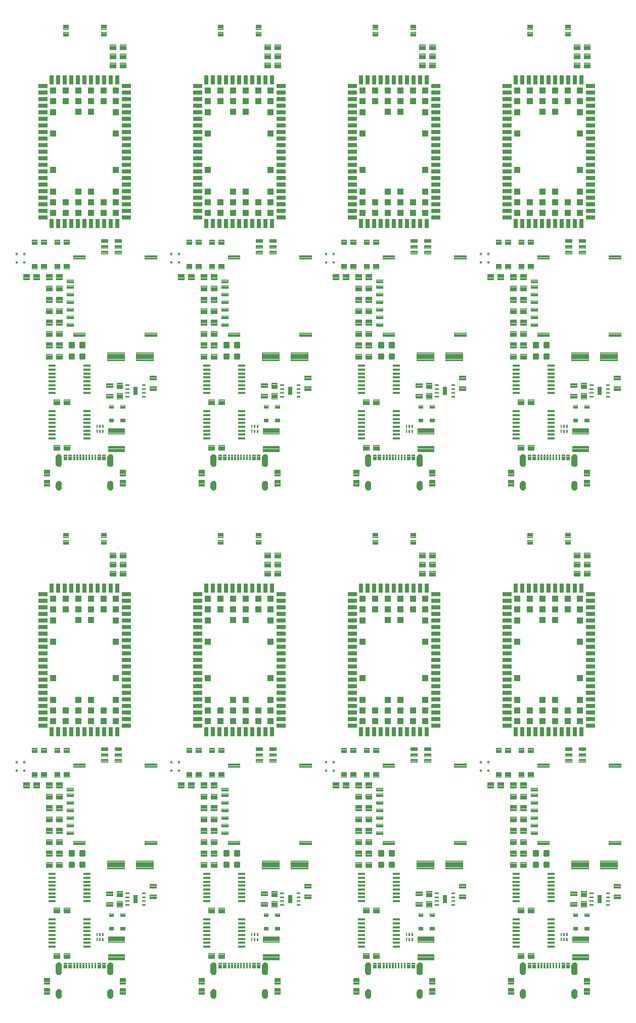
<source format=gtp>
G04 EAGLE Gerber RS-274X export*
G75*
%MOMM*%
%FSLAX34Y34*%
%LPD*%
%INSolderpaste Top*%
%IPPOS*%
%AMOC8*
5,1,8,0,0,1.08239X$1,22.5*%
G01*
%ADD10C,0.102000*%
%ADD11R,1.550000X0.750000*%
%ADD12R,0.750000X1.550000*%
%ADD13R,1.050000X1.050000*%
%ADD14R,1.050000X1.000000*%
%ADD15C,0.100000*%
%ADD16C,0.105000*%
%ADD17C,0.104000*%
%ADD18C,0.102500*%
%ADD19R,0.800000X1.375000*%
%ADD20R,1.300000X0.400000*%
%ADD21R,1.275000X0.400000*%
%ADD22C,0.300000*%
%ADD23C,0.099000*%
%ADD24C,0.098000*%
%ADD25C,0.100800*%

G36*
X947240Y894851D02*
X947240Y894851D01*
X947241Y894851D01*
X948309Y894870D01*
X948316Y894875D01*
X948320Y894871D01*
X949357Y895127D01*
X949362Y895134D01*
X949368Y895131D01*
X950322Y895612D01*
X950326Y895619D01*
X950331Y895618D01*
X951155Y896299D01*
X951156Y896307D01*
X951162Y896307D01*
X951813Y897154D01*
X951813Y897162D01*
X951819Y897163D01*
X952266Y898134D01*
X952264Y898142D01*
X952269Y898144D01*
X952488Y899190D01*
X952485Y899197D01*
X952489Y899200D01*
X952489Y911200D01*
X952486Y911205D01*
X952489Y911208D01*
X952309Y912303D01*
X952303Y912309D01*
X952306Y912314D01*
X951887Y913342D01*
X951880Y913346D01*
X951882Y913351D01*
X951245Y914260D01*
X951237Y914263D01*
X951237Y914268D01*
X950414Y915012D01*
X950406Y915013D01*
X950405Y915019D01*
X949437Y915561D01*
X949428Y915560D01*
X949426Y915566D01*
X948362Y915879D01*
X948357Y915877D01*
X948353Y915877D01*
X948351Y915881D01*
X947243Y915949D01*
X947237Y915945D01*
X947233Y915949D01*
X946125Y915779D01*
X946119Y915773D01*
X946114Y915776D01*
X945072Y915364D01*
X945068Y915357D01*
X945063Y915359D01*
X944138Y914725D01*
X944136Y914717D01*
X944130Y914718D01*
X943370Y913895D01*
X943369Y913886D01*
X943363Y913886D01*
X942806Y912914D01*
X942807Y912906D01*
X942801Y912904D01*
X942474Y911832D01*
X942477Y911824D01*
X942472Y911821D01*
X942391Y910704D01*
X942392Y910701D01*
X942391Y910700D01*
X942391Y898700D01*
X942396Y898693D01*
X942392Y898689D01*
X942611Y897745D01*
X942617Y897739D01*
X942615Y897734D01*
X943039Y896862D01*
X943046Y896859D01*
X943044Y896853D01*
X943651Y896097D01*
X943659Y896095D01*
X943659Y896089D01*
X944419Y895488D01*
X944428Y895488D01*
X944429Y895482D01*
X945304Y895064D01*
X945312Y895066D01*
X945314Y895061D01*
X946260Y894849D01*
X946267Y894852D01*
X946271Y894847D01*
X947240Y894851D01*
G37*
G36*
X170000Y894851D02*
X170000Y894851D01*
X170001Y894851D01*
X171069Y894870D01*
X171076Y894875D01*
X171080Y894871D01*
X172117Y895127D01*
X172122Y895134D01*
X172128Y895131D01*
X173082Y895612D01*
X173086Y895619D01*
X173091Y895618D01*
X173915Y896299D01*
X173916Y896307D01*
X173922Y896307D01*
X174573Y897154D01*
X174573Y897162D01*
X174579Y897163D01*
X175026Y898134D01*
X175024Y898142D01*
X175029Y898144D01*
X175248Y899190D01*
X175245Y899197D01*
X175249Y899200D01*
X175249Y911200D01*
X175246Y911205D01*
X175249Y911208D01*
X175069Y912303D01*
X175063Y912309D01*
X175066Y912314D01*
X174647Y913342D01*
X174640Y913346D01*
X174642Y913351D01*
X174005Y914260D01*
X173997Y914263D01*
X173997Y914268D01*
X173174Y915012D01*
X173166Y915013D01*
X173165Y915019D01*
X172197Y915561D01*
X172188Y915560D01*
X172186Y915566D01*
X171122Y915879D01*
X171117Y915877D01*
X171113Y915877D01*
X171111Y915881D01*
X170003Y915949D01*
X169997Y915945D01*
X169993Y915949D01*
X168885Y915779D01*
X168879Y915773D01*
X168874Y915776D01*
X167832Y915364D01*
X167828Y915357D01*
X167823Y915359D01*
X166898Y914725D01*
X166896Y914717D01*
X166890Y914718D01*
X166130Y913895D01*
X166129Y913886D01*
X166123Y913886D01*
X165566Y912914D01*
X165567Y912906D01*
X165561Y912904D01*
X165234Y911832D01*
X165237Y911824D01*
X165232Y911821D01*
X165151Y910704D01*
X165152Y910701D01*
X165151Y910700D01*
X165151Y898700D01*
X165156Y898693D01*
X165152Y898689D01*
X165371Y897745D01*
X165377Y897739D01*
X165375Y897734D01*
X165799Y896862D01*
X165806Y896859D01*
X165804Y896853D01*
X166411Y896097D01*
X166419Y896095D01*
X166419Y896089D01*
X167179Y895488D01*
X167188Y895488D01*
X167189Y895482D01*
X168064Y895064D01*
X168072Y895066D01*
X168074Y895061D01*
X169020Y894849D01*
X169027Y894852D01*
X169031Y894847D01*
X170000Y894851D01*
G37*
G36*
X429080Y894851D02*
X429080Y894851D01*
X429081Y894851D01*
X430149Y894870D01*
X430156Y894875D01*
X430160Y894871D01*
X431197Y895127D01*
X431202Y895134D01*
X431208Y895131D01*
X432162Y895612D01*
X432166Y895619D01*
X432171Y895618D01*
X432995Y896299D01*
X432996Y896307D01*
X433002Y896307D01*
X433653Y897154D01*
X433653Y897162D01*
X433659Y897163D01*
X434106Y898134D01*
X434104Y898142D01*
X434109Y898144D01*
X434328Y899190D01*
X434325Y899197D01*
X434329Y899200D01*
X434329Y911200D01*
X434326Y911205D01*
X434329Y911208D01*
X434149Y912303D01*
X434143Y912309D01*
X434146Y912314D01*
X433727Y913342D01*
X433720Y913346D01*
X433722Y913351D01*
X433085Y914260D01*
X433077Y914263D01*
X433077Y914268D01*
X432254Y915012D01*
X432246Y915013D01*
X432245Y915019D01*
X431277Y915561D01*
X431268Y915560D01*
X431266Y915566D01*
X430202Y915879D01*
X430197Y915877D01*
X430193Y915877D01*
X430191Y915881D01*
X429083Y915949D01*
X429077Y915945D01*
X429073Y915949D01*
X427965Y915779D01*
X427959Y915773D01*
X427954Y915776D01*
X426912Y915364D01*
X426908Y915357D01*
X426903Y915359D01*
X425978Y914725D01*
X425976Y914717D01*
X425970Y914718D01*
X425210Y913895D01*
X425209Y913886D01*
X425203Y913886D01*
X424646Y912914D01*
X424647Y912906D01*
X424641Y912904D01*
X424314Y911832D01*
X424317Y911824D01*
X424312Y911821D01*
X424231Y910704D01*
X424232Y910701D01*
X424231Y910700D01*
X424231Y898700D01*
X424236Y898693D01*
X424232Y898689D01*
X424451Y897745D01*
X424457Y897739D01*
X424455Y897734D01*
X424879Y896862D01*
X424886Y896859D01*
X424884Y896853D01*
X425491Y896097D01*
X425499Y896095D01*
X425499Y896089D01*
X426259Y895488D01*
X426268Y895488D01*
X426269Y895482D01*
X427144Y895064D01*
X427152Y895066D01*
X427154Y895061D01*
X428100Y894849D01*
X428107Y894852D01*
X428111Y894847D01*
X429080Y894851D01*
G37*
G36*
X688160Y894851D02*
X688160Y894851D01*
X688161Y894851D01*
X689229Y894870D01*
X689236Y894875D01*
X689240Y894871D01*
X690277Y895127D01*
X690282Y895134D01*
X690288Y895131D01*
X691242Y895612D01*
X691246Y895619D01*
X691251Y895618D01*
X692075Y896299D01*
X692076Y896307D01*
X692082Y896307D01*
X692733Y897154D01*
X692733Y897162D01*
X692739Y897163D01*
X693186Y898134D01*
X693184Y898142D01*
X693189Y898144D01*
X693408Y899190D01*
X693405Y899197D01*
X693409Y899200D01*
X693409Y911200D01*
X693406Y911205D01*
X693409Y911208D01*
X693229Y912303D01*
X693223Y912309D01*
X693226Y912314D01*
X692807Y913342D01*
X692800Y913346D01*
X692802Y913351D01*
X692165Y914260D01*
X692157Y914263D01*
X692157Y914268D01*
X691334Y915012D01*
X691326Y915013D01*
X691325Y915019D01*
X690357Y915561D01*
X690348Y915560D01*
X690346Y915566D01*
X689282Y915879D01*
X689277Y915877D01*
X689273Y915877D01*
X689271Y915881D01*
X688163Y915949D01*
X688157Y915945D01*
X688153Y915949D01*
X687045Y915779D01*
X687039Y915773D01*
X687034Y915776D01*
X685992Y915364D01*
X685988Y915357D01*
X685983Y915359D01*
X685058Y914725D01*
X685056Y914717D01*
X685050Y914718D01*
X684290Y913895D01*
X684289Y913886D01*
X684283Y913886D01*
X683726Y912914D01*
X683727Y912906D01*
X683721Y912904D01*
X683394Y911832D01*
X683397Y911824D01*
X683392Y911821D01*
X683311Y910704D01*
X683312Y910701D01*
X683311Y910700D01*
X683311Y898700D01*
X683316Y898693D01*
X683312Y898689D01*
X683531Y897745D01*
X683537Y897739D01*
X683535Y897734D01*
X683959Y896862D01*
X683966Y896859D01*
X683964Y896853D01*
X684571Y896097D01*
X684579Y896095D01*
X684579Y896089D01*
X685339Y895488D01*
X685348Y895488D01*
X685349Y895482D01*
X686224Y895064D01*
X686232Y895066D01*
X686234Y895061D01*
X687180Y894849D01*
X687187Y894852D01*
X687191Y894847D01*
X688160Y894851D01*
G37*
G36*
X429080Y43951D02*
X429080Y43951D01*
X429081Y43951D01*
X430149Y43970D01*
X430156Y43975D01*
X430160Y43971D01*
X431197Y44227D01*
X431202Y44234D01*
X431208Y44231D01*
X432162Y44712D01*
X432166Y44719D01*
X432171Y44718D01*
X432995Y45399D01*
X432996Y45407D01*
X433002Y45407D01*
X433653Y46254D01*
X433653Y46262D01*
X433659Y46263D01*
X434106Y47234D01*
X434104Y47242D01*
X434109Y47244D01*
X434328Y48290D01*
X434325Y48297D01*
X434329Y48300D01*
X434329Y60300D01*
X434326Y60305D01*
X434329Y60308D01*
X434149Y61403D01*
X434143Y61409D01*
X434146Y61414D01*
X433727Y62442D01*
X433720Y62446D01*
X433722Y62451D01*
X433085Y63360D01*
X433077Y63363D01*
X433077Y63368D01*
X432254Y64112D01*
X432246Y64113D01*
X432245Y64119D01*
X431277Y64661D01*
X431268Y64660D01*
X431266Y64666D01*
X430202Y64979D01*
X430197Y64977D01*
X430193Y64977D01*
X430191Y64981D01*
X429083Y65049D01*
X429077Y65045D01*
X429073Y65049D01*
X427965Y64879D01*
X427959Y64873D01*
X427954Y64876D01*
X426912Y64464D01*
X426908Y64457D01*
X426903Y64459D01*
X425978Y63825D01*
X425976Y63817D01*
X425970Y63818D01*
X425210Y62995D01*
X425209Y62986D01*
X425203Y62986D01*
X424646Y62014D01*
X424647Y62006D01*
X424641Y62004D01*
X424314Y60932D01*
X424317Y60924D01*
X424312Y60921D01*
X424231Y59804D01*
X424232Y59801D01*
X424231Y59800D01*
X424231Y47800D01*
X424236Y47793D01*
X424232Y47789D01*
X424451Y46845D01*
X424457Y46839D01*
X424455Y46834D01*
X424879Y45962D01*
X424886Y45959D01*
X424884Y45953D01*
X425491Y45197D01*
X425499Y45195D01*
X425499Y45189D01*
X426259Y44588D01*
X426268Y44588D01*
X426269Y44582D01*
X427144Y44164D01*
X427152Y44166D01*
X427154Y44161D01*
X428100Y43949D01*
X428107Y43952D01*
X428111Y43947D01*
X429080Y43951D01*
G37*
G36*
X947240Y43951D02*
X947240Y43951D01*
X947241Y43951D01*
X948309Y43970D01*
X948316Y43975D01*
X948320Y43971D01*
X949357Y44227D01*
X949362Y44234D01*
X949368Y44231D01*
X950322Y44712D01*
X950326Y44719D01*
X950331Y44718D01*
X951155Y45399D01*
X951156Y45407D01*
X951162Y45407D01*
X951813Y46254D01*
X951813Y46262D01*
X951819Y46263D01*
X952266Y47234D01*
X952264Y47242D01*
X952269Y47244D01*
X952488Y48290D01*
X952485Y48297D01*
X952489Y48300D01*
X952489Y60300D01*
X952486Y60305D01*
X952489Y60308D01*
X952309Y61403D01*
X952303Y61409D01*
X952306Y61414D01*
X951887Y62442D01*
X951880Y62446D01*
X951882Y62451D01*
X951245Y63360D01*
X951237Y63363D01*
X951237Y63368D01*
X950414Y64112D01*
X950406Y64113D01*
X950405Y64119D01*
X949437Y64661D01*
X949428Y64660D01*
X949426Y64666D01*
X948362Y64979D01*
X948357Y64977D01*
X948353Y64977D01*
X948351Y64981D01*
X947243Y65049D01*
X947237Y65045D01*
X947233Y65049D01*
X946125Y64879D01*
X946119Y64873D01*
X946114Y64876D01*
X945072Y64464D01*
X945068Y64457D01*
X945063Y64459D01*
X944138Y63825D01*
X944136Y63817D01*
X944130Y63818D01*
X943370Y62995D01*
X943369Y62986D01*
X943363Y62986D01*
X942806Y62014D01*
X942807Y62006D01*
X942801Y62004D01*
X942474Y60932D01*
X942477Y60924D01*
X942472Y60921D01*
X942391Y59804D01*
X942392Y59801D01*
X942391Y59800D01*
X942391Y47800D01*
X942396Y47793D01*
X942392Y47789D01*
X942611Y46845D01*
X942617Y46839D01*
X942615Y46834D01*
X943039Y45962D01*
X943046Y45959D01*
X943044Y45953D01*
X943651Y45197D01*
X943659Y45195D01*
X943659Y45189D01*
X944419Y44588D01*
X944428Y44588D01*
X944429Y44582D01*
X945304Y44164D01*
X945312Y44166D01*
X945314Y44161D01*
X946260Y43949D01*
X946267Y43952D01*
X946271Y43947D01*
X947240Y43951D01*
G37*
G36*
X688160Y43951D02*
X688160Y43951D01*
X688161Y43951D01*
X689229Y43970D01*
X689236Y43975D01*
X689240Y43971D01*
X690277Y44227D01*
X690282Y44234D01*
X690288Y44231D01*
X691242Y44712D01*
X691246Y44719D01*
X691251Y44718D01*
X692075Y45399D01*
X692076Y45407D01*
X692082Y45407D01*
X692733Y46254D01*
X692733Y46262D01*
X692739Y46263D01*
X693186Y47234D01*
X693184Y47242D01*
X693189Y47244D01*
X693408Y48290D01*
X693405Y48297D01*
X693409Y48300D01*
X693409Y60300D01*
X693406Y60305D01*
X693409Y60308D01*
X693229Y61403D01*
X693223Y61409D01*
X693226Y61414D01*
X692807Y62442D01*
X692800Y62446D01*
X692802Y62451D01*
X692165Y63360D01*
X692157Y63363D01*
X692157Y63368D01*
X691334Y64112D01*
X691326Y64113D01*
X691325Y64119D01*
X690357Y64661D01*
X690348Y64660D01*
X690346Y64666D01*
X689282Y64979D01*
X689277Y64977D01*
X689273Y64977D01*
X689271Y64981D01*
X688163Y65049D01*
X688157Y65045D01*
X688153Y65049D01*
X687045Y64879D01*
X687039Y64873D01*
X687034Y64876D01*
X685992Y64464D01*
X685988Y64457D01*
X685983Y64459D01*
X685058Y63825D01*
X685056Y63817D01*
X685050Y63818D01*
X684290Y62995D01*
X684289Y62986D01*
X684283Y62986D01*
X683726Y62014D01*
X683727Y62006D01*
X683721Y62004D01*
X683394Y60932D01*
X683397Y60924D01*
X683392Y60921D01*
X683311Y59804D01*
X683312Y59801D01*
X683311Y59800D01*
X683311Y47800D01*
X683316Y47793D01*
X683312Y47789D01*
X683531Y46845D01*
X683537Y46839D01*
X683535Y46834D01*
X683959Y45962D01*
X683966Y45959D01*
X683964Y45953D01*
X684571Y45197D01*
X684579Y45195D01*
X684579Y45189D01*
X685339Y44588D01*
X685348Y44588D01*
X685349Y44582D01*
X686224Y44164D01*
X686232Y44166D01*
X686234Y44161D01*
X687180Y43949D01*
X687187Y43952D01*
X687191Y43947D01*
X688160Y43951D01*
G37*
G36*
X170000Y43951D02*
X170000Y43951D01*
X170001Y43951D01*
X171069Y43970D01*
X171076Y43975D01*
X171080Y43971D01*
X172117Y44227D01*
X172122Y44234D01*
X172128Y44231D01*
X173082Y44712D01*
X173086Y44719D01*
X173091Y44718D01*
X173915Y45399D01*
X173916Y45407D01*
X173922Y45407D01*
X174573Y46254D01*
X174573Y46262D01*
X174579Y46263D01*
X175026Y47234D01*
X175024Y47242D01*
X175029Y47244D01*
X175248Y48290D01*
X175245Y48297D01*
X175249Y48300D01*
X175249Y60300D01*
X175246Y60305D01*
X175249Y60308D01*
X175069Y61403D01*
X175063Y61409D01*
X175066Y61414D01*
X174647Y62442D01*
X174640Y62446D01*
X174642Y62451D01*
X174005Y63360D01*
X173997Y63363D01*
X173997Y63368D01*
X173174Y64112D01*
X173166Y64113D01*
X173165Y64119D01*
X172197Y64661D01*
X172188Y64660D01*
X172186Y64666D01*
X171122Y64979D01*
X171117Y64977D01*
X171113Y64977D01*
X171111Y64981D01*
X170003Y65049D01*
X169997Y65045D01*
X169993Y65049D01*
X168885Y64879D01*
X168879Y64873D01*
X168874Y64876D01*
X167832Y64464D01*
X167828Y64457D01*
X167823Y64459D01*
X166898Y63825D01*
X166896Y63817D01*
X166890Y63818D01*
X166130Y62995D01*
X166129Y62986D01*
X166123Y62986D01*
X165566Y62014D01*
X165567Y62006D01*
X165561Y62004D01*
X165234Y60932D01*
X165237Y60924D01*
X165232Y60921D01*
X165151Y59804D01*
X165152Y59801D01*
X165151Y59800D01*
X165151Y47800D01*
X165156Y47793D01*
X165152Y47789D01*
X165371Y46845D01*
X165377Y46839D01*
X165375Y46834D01*
X165799Y45962D01*
X165806Y45959D01*
X165804Y45953D01*
X166411Y45197D01*
X166419Y45195D01*
X166419Y45189D01*
X167179Y44588D01*
X167188Y44588D01*
X167189Y44582D01*
X168064Y44164D01*
X168072Y44166D01*
X168074Y44161D01*
X169020Y43949D01*
X169027Y43952D01*
X169031Y43947D01*
X170000Y43951D01*
G37*
G36*
X343661Y894860D02*
X343661Y894860D01*
X343668Y894865D01*
X343672Y894861D01*
X344724Y895111D01*
X344729Y895117D01*
X344734Y895114D01*
X345704Y895591D01*
X345707Y895599D01*
X345713Y895597D01*
X346552Y896278D01*
X346554Y896286D01*
X346560Y896286D01*
X347226Y897137D01*
X347227Y897145D01*
X347232Y897146D01*
X347693Y898123D01*
X347691Y898131D01*
X347697Y898134D01*
X347928Y899189D01*
X347925Y899197D01*
X347929Y899200D01*
X347929Y911200D01*
X347925Y911205D01*
X347929Y911208D01*
X347736Y912314D01*
X347730Y912319D01*
X347733Y912324D01*
X347300Y913359D01*
X347293Y913363D01*
X347295Y913368D01*
X346642Y914281D01*
X346634Y914283D01*
X346635Y914289D01*
X345796Y915033D01*
X345787Y915034D01*
X345787Y915039D01*
X344803Y915578D01*
X344795Y915577D01*
X344793Y915582D01*
X343714Y915889D01*
X343706Y915886D01*
X343703Y915891D01*
X342583Y915949D01*
X342578Y915946D01*
X342575Y915949D01*
X341529Y915831D01*
X341523Y915825D01*
X341518Y915829D01*
X340524Y915481D01*
X340520Y915474D01*
X340515Y915476D01*
X339623Y914916D01*
X339621Y914909D01*
X339615Y914909D01*
X338871Y914165D01*
X338869Y914157D01*
X338864Y914157D01*
X338304Y913265D01*
X338304Y913257D01*
X338299Y913256D01*
X337951Y912262D01*
X337954Y912254D01*
X337949Y912251D01*
X337831Y911206D01*
X337833Y911202D01*
X337831Y911200D01*
X337831Y899200D01*
X337834Y899195D01*
X337831Y899192D01*
X337989Y898196D01*
X337995Y898190D01*
X337992Y898185D01*
X338367Y897249D01*
X338374Y897245D01*
X338372Y897239D01*
X338946Y896410D01*
X338954Y896407D01*
X338953Y896402D01*
X339697Y895721D01*
X339706Y895720D01*
X339706Y895714D01*
X340583Y895216D01*
X340592Y895217D01*
X340594Y895212D01*
X341559Y894921D01*
X341567Y894924D01*
X341570Y894919D01*
X342577Y894851D01*
X342579Y894852D01*
X342580Y894851D01*
X343661Y894860D01*
G37*
G36*
X861821Y894860D02*
X861821Y894860D01*
X861828Y894865D01*
X861832Y894861D01*
X862884Y895111D01*
X862889Y895117D01*
X862894Y895114D01*
X863864Y895591D01*
X863867Y895599D01*
X863873Y895597D01*
X864712Y896278D01*
X864714Y896286D01*
X864720Y896286D01*
X865386Y897137D01*
X865387Y897145D01*
X865392Y897146D01*
X865853Y898123D01*
X865851Y898131D01*
X865857Y898134D01*
X866088Y899189D01*
X866085Y899197D01*
X866089Y899200D01*
X866089Y911200D01*
X866085Y911205D01*
X866089Y911208D01*
X865896Y912314D01*
X865890Y912319D01*
X865893Y912324D01*
X865460Y913359D01*
X865453Y913363D01*
X865455Y913368D01*
X864802Y914281D01*
X864794Y914283D01*
X864795Y914289D01*
X863956Y915033D01*
X863947Y915034D01*
X863947Y915039D01*
X862963Y915578D01*
X862955Y915577D01*
X862953Y915582D01*
X861874Y915889D01*
X861866Y915886D01*
X861863Y915891D01*
X860743Y915949D01*
X860738Y915946D01*
X860735Y915949D01*
X859689Y915831D01*
X859683Y915825D01*
X859678Y915829D01*
X858684Y915481D01*
X858680Y915474D01*
X858675Y915476D01*
X857783Y914916D01*
X857781Y914909D01*
X857775Y914909D01*
X857031Y914165D01*
X857029Y914157D01*
X857024Y914157D01*
X856464Y913265D01*
X856464Y913257D01*
X856459Y913256D01*
X856111Y912262D01*
X856114Y912254D01*
X856109Y912251D01*
X855991Y911206D01*
X855993Y911202D01*
X855991Y911200D01*
X855991Y899200D01*
X855994Y899195D01*
X855991Y899192D01*
X856149Y898196D01*
X856155Y898190D01*
X856152Y898185D01*
X856527Y897249D01*
X856534Y897245D01*
X856532Y897239D01*
X857106Y896410D01*
X857114Y896407D01*
X857113Y896402D01*
X857857Y895721D01*
X857866Y895720D01*
X857866Y895714D01*
X858743Y895216D01*
X858752Y895217D01*
X858754Y895212D01*
X859719Y894921D01*
X859727Y894924D01*
X859730Y894919D01*
X860737Y894851D01*
X860739Y894852D01*
X860740Y894851D01*
X861821Y894860D01*
G37*
G36*
X602741Y894860D02*
X602741Y894860D01*
X602748Y894865D01*
X602752Y894861D01*
X603804Y895111D01*
X603809Y895117D01*
X603814Y895114D01*
X604784Y895591D01*
X604787Y895599D01*
X604793Y895597D01*
X605632Y896278D01*
X605634Y896286D01*
X605640Y896286D01*
X606306Y897137D01*
X606307Y897145D01*
X606312Y897146D01*
X606773Y898123D01*
X606771Y898131D01*
X606777Y898134D01*
X607008Y899189D01*
X607005Y899197D01*
X607009Y899200D01*
X607009Y911200D01*
X607005Y911205D01*
X607009Y911208D01*
X606816Y912314D01*
X606810Y912319D01*
X606813Y912324D01*
X606380Y913359D01*
X606373Y913363D01*
X606375Y913368D01*
X605722Y914281D01*
X605714Y914283D01*
X605715Y914289D01*
X604876Y915033D01*
X604867Y915034D01*
X604867Y915039D01*
X603883Y915578D01*
X603875Y915577D01*
X603873Y915582D01*
X602794Y915889D01*
X602786Y915886D01*
X602783Y915891D01*
X601663Y915949D01*
X601658Y915946D01*
X601655Y915949D01*
X600609Y915831D01*
X600603Y915825D01*
X600598Y915829D01*
X599604Y915481D01*
X599600Y915474D01*
X599595Y915476D01*
X598703Y914916D01*
X598701Y914909D01*
X598695Y914909D01*
X597951Y914165D01*
X597949Y914157D01*
X597944Y914157D01*
X597384Y913265D01*
X597384Y913257D01*
X597379Y913256D01*
X597031Y912262D01*
X597034Y912254D01*
X597029Y912251D01*
X596911Y911206D01*
X596913Y911202D01*
X596911Y911200D01*
X596911Y899200D01*
X596914Y899195D01*
X596911Y899192D01*
X597069Y898196D01*
X597075Y898190D01*
X597072Y898185D01*
X597447Y897249D01*
X597454Y897245D01*
X597452Y897239D01*
X598026Y896410D01*
X598034Y896407D01*
X598033Y896402D01*
X598777Y895721D01*
X598786Y895720D01*
X598786Y895714D01*
X599663Y895216D01*
X599672Y895217D01*
X599674Y895212D01*
X600639Y894921D01*
X600647Y894924D01*
X600650Y894919D01*
X601657Y894851D01*
X601659Y894852D01*
X601660Y894851D01*
X602741Y894860D01*
G37*
G36*
X84581Y894860D02*
X84581Y894860D01*
X84588Y894865D01*
X84592Y894861D01*
X85644Y895111D01*
X85649Y895117D01*
X85654Y895114D01*
X86624Y895591D01*
X86627Y895599D01*
X86633Y895597D01*
X87472Y896278D01*
X87474Y896286D01*
X87480Y896286D01*
X88146Y897137D01*
X88147Y897145D01*
X88152Y897146D01*
X88613Y898123D01*
X88611Y898131D01*
X88617Y898134D01*
X88848Y899189D01*
X88845Y899197D01*
X88849Y899200D01*
X88849Y911200D01*
X88845Y911205D01*
X88849Y911208D01*
X88656Y912314D01*
X88650Y912319D01*
X88653Y912324D01*
X88220Y913359D01*
X88213Y913363D01*
X88215Y913368D01*
X87562Y914281D01*
X87554Y914283D01*
X87555Y914289D01*
X86716Y915033D01*
X86707Y915034D01*
X86707Y915039D01*
X85723Y915578D01*
X85715Y915577D01*
X85713Y915582D01*
X84634Y915889D01*
X84626Y915886D01*
X84623Y915891D01*
X83503Y915949D01*
X83498Y915946D01*
X83495Y915949D01*
X82449Y915831D01*
X82443Y915825D01*
X82438Y915829D01*
X81444Y915481D01*
X81440Y915474D01*
X81435Y915476D01*
X80543Y914916D01*
X80541Y914909D01*
X80535Y914909D01*
X79791Y914165D01*
X79789Y914157D01*
X79784Y914157D01*
X79224Y913265D01*
X79224Y913257D01*
X79219Y913256D01*
X78871Y912262D01*
X78874Y912254D01*
X78869Y912251D01*
X78751Y911206D01*
X78753Y911202D01*
X78751Y911200D01*
X78751Y899200D01*
X78754Y899195D01*
X78751Y899192D01*
X78909Y898196D01*
X78915Y898190D01*
X78912Y898185D01*
X79287Y897249D01*
X79294Y897245D01*
X79292Y897239D01*
X79866Y896410D01*
X79874Y896407D01*
X79873Y896402D01*
X80617Y895721D01*
X80626Y895720D01*
X80626Y895714D01*
X81503Y895216D01*
X81512Y895217D01*
X81514Y895212D01*
X82479Y894921D01*
X82487Y894924D01*
X82490Y894919D01*
X83497Y894851D01*
X83499Y894852D01*
X83500Y894851D01*
X84581Y894860D01*
G37*
G36*
X84581Y43960D02*
X84581Y43960D01*
X84588Y43965D01*
X84592Y43961D01*
X85644Y44211D01*
X85649Y44217D01*
X85654Y44214D01*
X86624Y44691D01*
X86627Y44699D01*
X86633Y44697D01*
X87472Y45378D01*
X87474Y45386D01*
X87480Y45386D01*
X88146Y46237D01*
X88147Y46245D01*
X88152Y46246D01*
X88613Y47223D01*
X88611Y47231D01*
X88617Y47234D01*
X88848Y48289D01*
X88845Y48297D01*
X88849Y48300D01*
X88849Y60300D01*
X88845Y60305D01*
X88849Y60308D01*
X88656Y61414D01*
X88650Y61419D01*
X88653Y61424D01*
X88220Y62459D01*
X88213Y62463D01*
X88215Y62468D01*
X87562Y63381D01*
X87554Y63383D01*
X87555Y63389D01*
X86716Y64133D01*
X86707Y64134D01*
X86707Y64139D01*
X85723Y64678D01*
X85715Y64677D01*
X85713Y64682D01*
X84634Y64989D01*
X84626Y64986D01*
X84623Y64991D01*
X83503Y65049D01*
X83498Y65046D01*
X83495Y65049D01*
X82449Y64931D01*
X82443Y64925D01*
X82438Y64929D01*
X81444Y64581D01*
X81440Y64574D01*
X81435Y64576D01*
X80543Y64016D01*
X80541Y64009D01*
X80535Y64009D01*
X79791Y63265D01*
X79789Y63257D01*
X79784Y63257D01*
X79224Y62365D01*
X79224Y62357D01*
X79219Y62356D01*
X78871Y61362D01*
X78874Y61354D01*
X78869Y61351D01*
X78751Y60306D01*
X78753Y60302D01*
X78751Y60300D01*
X78751Y48300D01*
X78754Y48295D01*
X78751Y48292D01*
X78909Y47296D01*
X78915Y47290D01*
X78912Y47285D01*
X79287Y46349D01*
X79294Y46345D01*
X79292Y46339D01*
X79866Y45510D01*
X79874Y45507D01*
X79873Y45502D01*
X80617Y44821D01*
X80626Y44820D01*
X80626Y44814D01*
X81503Y44316D01*
X81512Y44317D01*
X81514Y44312D01*
X82479Y44021D01*
X82487Y44024D01*
X82490Y44019D01*
X83497Y43951D01*
X83499Y43952D01*
X83500Y43951D01*
X84581Y43960D01*
G37*
G36*
X861821Y43960D02*
X861821Y43960D01*
X861828Y43965D01*
X861832Y43961D01*
X862884Y44211D01*
X862889Y44217D01*
X862894Y44214D01*
X863864Y44691D01*
X863867Y44699D01*
X863873Y44697D01*
X864712Y45378D01*
X864714Y45386D01*
X864720Y45386D01*
X865386Y46237D01*
X865387Y46245D01*
X865392Y46246D01*
X865853Y47223D01*
X865851Y47231D01*
X865857Y47234D01*
X866088Y48289D01*
X866085Y48297D01*
X866089Y48300D01*
X866089Y60300D01*
X866085Y60305D01*
X866089Y60308D01*
X865896Y61414D01*
X865890Y61419D01*
X865893Y61424D01*
X865460Y62459D01*
X865453Y62463D01*
X865455Y62468D01*
X864802Y63381D01*
X864794Y63383D01*
X864795Y63389D01*
X863956Y64133D01*
X863947Y64134D01*
X863947Y64139D01*
X862963Y64678D01*
X862955Y64677D01*
X862953Y64682D01*
X861874Y64989D01*
X861866Y64986D01*
X861863Y64991D01*
X860743Y65049D01*
X860738Y65046D01*
X860735Y65049D01*
X859689Y64931D01*
X859683Y64925D01*
X859678Y64929D01*
X858684Y64581D01*
X858680Y64574D01*
X858675Y64576D01*
X857783Y64016D01*
X857781Y64009D01*
X857775Y64009D01*
X857031Y63265D01*
X857029Y63257D01*
X857024Y63257D01*
X856464Y62365D01*
X856464Y62357D01*
X856459Y62356D01*
X856111Y61362D01*
X856114Y61354D01*
X856109Y61351D01*
X855991Y60306D01*
X855993Y60302D01*
X855991Y60300D01*
X855991Y48300D01*
X855994Y48295D01*
X855991Y48292D01*
X856149Y47296D01*
X856155Y47290D01*
X856152Y47285D01*
X856527Y46349D01*
X856534Y46345D01*
X856532Y46339D01*
X857106Y45510D01*
X857114Y45507D01*
X857113Y45502D01*
X857857Y44821D01*
X857866Y44820D01*
X857866Y44814D01*
X858743Y44316D01*
X858752Y44317D01*
X858754Y44312D01*
X859719Y44021D01*
X859727Y44024D01*
X859730Y44019D01*
X860737Y43951D01*
X860739Y43952D01*
X860740Y43951D01*
X861821Y43960D01*
G37*
G36*
X343661Y43960D02*
X343661Y43960D01*
X343668Y43965D01*
X343672Y43961D01*
X344724Y44211D01*
X344729Y44217D01*
X344734Y44214D01*
X345704Y44691D01*
X345707Y44699D01*
X345713Y44697D01*
X346552Y45378D01*
X346554Y45386D01*
X346560Y45386D01*
X347226Y46237D01*
X347227Y46245D01*
X347232Y46246D01*
X347693Y47223D01*
X347691Y47231D01*
X347697Y47234D01*
X347928Y48289D01*
X347925Y48297D01*
X347929Y48300D01*
X347929Y60300D01*
X347925Y60305D01*
X347929Y60308D01*
X347736Y61414D01*
X347730Y61419D01*
X347733Y61424D01*
X347300Y62459D01*
X347293Y62463D01*
X347295Y62468D01*
X346642Y63381D01*
X346634Y63383D01*
X346635Y63389D01*
X345796Y64133D01*
X345787Y64134D01*
X345787Y64139D01*
X344803Y64678D01*
X344795Y64677D01*
X344793Y64682D01*
X343714Y64989D01*
X343706Y64986D01*
X343703Y64991D01*
X342583Y65049D01*
X342578Y65046D01*
X342575Y65049D01*
X341529Y64931D01*
X341523Y64925D01*
X341518Y64929D01*
X340524Y64581D01*
X340520Y64574D01*
X340515Y64576D01*
X339623Y64016D01*
X339621Y64009D01*
X339615Y64009D01*
X338871Y63265D01*
X338869Y63257D01*
X338864Y63257D01*
X338304Y62365D01*
X338304Y62357D01*
X338299Y62356D01*
X337951Y61362D01*
X337954Y61354D01*
X337949Y61351D01*
X337831Y60306D01*
X337833Y60302D01*
X337831Y60300D01*
X337831Y48300D01*
X337834Y48295D01*
X337831Y48292D01*
X337989Y47296D01*
X337995Y47290D01*
X337992Y47285D01*
X338367Y46349D01*
X338374Y46345D01*
X338372Y46339D01*
X338946Y45510D01*
X338954Y45507D01*
X338953Y45502D01*
X339697Y44821D01*
X339706Y44820D01*
X339706Y44814D01*
X340583Y44316D01*
X340592Y44317D01*
X340594Y44312D01*
X341559Y44021D01*
X341567Y44024D01*
X341570Y44019D01*
X342577Y43951D01*
X342579Y43952D01*
X342580Y43951D01*
X343661Y43960D01*
G37*
G36*
X602741Y43960D02*
X602741Y43960D01*
X602748Y43965D01*
X602752Y43961D01*
X603804Y44211D01*
X603809Y44217D01*
X603814Y44214D01*
X604784Y44691D01*
X604787Y44699D01*
X604793Y44697D01*
X605632Y45378D01*
X605634Y45386D01*
X605640Y45386D01*
X606306Y46237D01*
X606307Y46245D01*
X606312Y46246D01*
X606773Y47223D01*
X606771Y47231D01*
X606777Y47234D01*
X607008Y48289D01*
X607005Y48297D01*
X607009Y48300D01*
X607009Y60300D01*
X607005Y60305D01*
X607009Y60308D01*
X606816Y61414D01*
X606810Y61419D01*
X606813Y61424D01*
X606380Y62459D01*
X606373Y62463D01*
X606375Y62468D01*
X605722Y63381D01*
X605714Y63383D01*
X605715Y63389D01*
X604876Y64133D01*
X604867Y64134D01*
X604867Y64139D01*
X603883Y64678D01*
X603875Y64677D01*
X603873Y64682D01*
X602794Y64989D01*
X602786Y64986D01*
X602783Y64991D01*
X601663Y65049D01*
X601658Y65046D01*
X601655Y65049D01*
X600609Y64931D01*
X600603Y64925D01*
X600598Y64929D01*
X599604Y64581D01*
X599600Y64574D01*
X599595Y64576D01*
X598703Y64016D01*
X598701Y64009D01*
X598695Y64009D01*
X597951Y63265D01*
X597949Y63257D01*
X597944Y63257D01*
X597384Y62365D01*
X597384Y62357D01*
X597379Y62356D01*
X597031Y61362D01*
X597034Y61354D01*
X597029Y61351D01*
X596911Y60306D01*
X596913Y60302D01*
X596911Y60300D01*
X596911Y48300D01*
X596914Y48295D01*
X596911Y48292D01*
X597069Y47296D01*
X597075Y47290D01*
X597072Y47285D01*
X597447Y46349D01*
X597454Y46345D01*
X597452Y46339D01*
X598026Y45510D01*
X598034Y45507D01*
X598033Y45502D01*
X598777Y44821D01*
X598786Y44820D01*
X598786Y44814D01*
X599663Y44316D01*
X599672Y44317D01*
X599674Y44312D01*
X600639Y44021D01*
X600647Y44024D01*
X600650Y44019D01*
X601657Y43951D01*
X601659Y43952D01*
X601660Y43951D01*
X602741Y43960D01*
G37*
G36*
X688664Y855355D02*
X688664Y855355D01*
X688667Y855351D01*
X689743Y855506D01*
X689748Y855512D01*
X689753Y855509D01*
X690767Y855899D01*
X690771Y855906D01*
X690777Y855905D01*
X691679Y856511D01*
X691681Y856519D01*
X691687Y856518D01*
X692431Y857310D01*
X692432Y857318D01*
X692438Y857318D01*
X692987Y858256D01*
X692986Y858264D01*
X692992Y858266D01*
X693319Y859302D01*
X693316Y859310D01*
X693321Y859313D01*
X693409Y860396D01*
X693407Y860399D01*
X693409Y860400D01*
X693409Y866400D01*
X693406Y866404D01*
X693409Y866406D01*
X693259Y867539D01*
X693253Y867545D01*
X693256Y867550D01*
X692858Y868620D01*
X692851Y868624D01*
X692853Y868630D01*
X692226Y869585D01*
X692218Y869588D01*
X692219Y869593D01*
X691396Y870385D01*
X691388Y870386D01*
X691387Y870392D01*
X690408Y870981D01*
X690400Y870980D01*
X690398Y870985D01*
X689313Y871341D01*
X689305Y871339D01*
X689302Y871343D01*
X688165Y871449D01*
X688156Y871444D01*
X688151Y871448D01*
X687014Y871241D01*
X687008Y871235D01*
X687003Y871238D01*
X685941Y870783D01*
X685937Y870776D01*
X685931Y870778D01*
X684996Y870098D01*
X684994Y870090D01*
X684988Y870091D01*
X684228Y869220D01*
X684228Y869212D01*
X684222Y869211D01*
X683675Y868192D01*
X683676Y868184D01*
X683671Y868182D01*
X683667Y868169D01*
X683654Y868120D01*
X683653Y868120D01*
X683654Y868120D01*
X683640Y868071D01*
X683626Y868021D01*
X683613Y867972D01*
X683599Y867923D01*
X683586Y867874D01*
X683572Y867824D01*
X683559Y867775D01*
X683545Y867726D01*
X683531Y867677D01*
X683518Y867627D01*
X683504Y867578D01*
X683491Y867529D01*
X683477Y867480D01*
X683464Y867430D01*
X683450Y867381D01*
X683437Y867332D01*
X683436Y867332D01*
X683423Y867283D01*
X683409Y867233D01*
X683364Y867068D01*
X683367Y867060D01*
X683362Y867057D01*
X683311Y865902D01*
X683312Y865901D01*
X683311Y865900D01*
X683311Y859900D01*
X683315Y859894D01*
X683312Y859891D01*
X683524Y858810D01*
X683530Y858805D01*
X683527Y858800D01*
X683974Y857794D01*
X683981Y857790D01*
X683979Y857784D01*
X684639Y856903D01*
X684647Y856900D01*
X684647Y856895D01*
X685486Y856182D01*
X685494Y856182D01*
X685495Y856176D01*
X686472Y855668D01*
X686480Y855669D01*
X686482Y855664D01*
X687547Y855386D01*
X687555Y855389D01*
X687558Y855385D01*
X688659Y855351D01*
X688664Y855355D01*
G37*
G36*
X947744Y855355D02*
X947744Y855355D01*
X947747Y855351D01*
X948823Y855506D01*
X948828Y855512D01*
X948833Y855509D01*
X949847Y855899D01*
X949851Y855906D01*
X949857Y855905D01*
X950759Y856511D01*
X950761Y856519D01*
X950767Y856518D01*
X951511Y857310D01*
X951512Y857318D01*
X951518Y857318D01*
X952067Y858256D01*
X952066Y858264D01*
X952072Y858266D01*
X952399Y859302D01*
X952396Y859310D01*
X952401Y859313D01*
X952489Y860396D01*
X952487Y860399D01*
X952489Y860400D01*
X952489Y866400D01*
X952486Y866404D01*
X952489Y866406D01*
X952339Y867539D01*
X952333Y867545D01*
X952336Y867550D01*
X951938Y868620D01*
X951931Y868624D01*
X951933Y868630D01*
X951306Y869585D01*
X951298Y869588D01*
X951299Y869593D01*
X950476Y870385D01*
X950468Y870386D01*
X950467Y870392D01*
X949488Y870981D01*
X949480Y870980D01*
X949478Y870985D01*
X948393Y871341D01*
X948385Y871339D01*
X948382Y871343D01*
X947245Y871449D01*
X947236Y871444D01*
X947231Y871448D01*
X946094Y871241D01*
X946088Y871235D01*
X946083Y871238D01*
X945021Y870783D01*
X945017Y870776D01*
X945011Y870778D01*
X944076Y870098D01*
X944074Y870090D01*
X944068Y870091D01*
X943308Y869220D01*
X943308Y869212D01*
X943302Y869211D01*
X942755Y868192D01*
X942756Y868184D01*
X942751Y868182D01*
X942747Y868169D01*
X942734Y868120D01*
X942733Y868120D01*
X942734Y868120D01*
X942720Y868071D01*
X942706Y868021D01*
X942693Y867972D01*
X942679Y867923D01*
X942666Y867874D01*
X942652Y867824D01*
X942639Y867775D01*
X942625Y867726D01*
X942611Y867677D01*
X942598Y867627D01*
X942584Y867578D01*
X942571Y867529D01*
X942557Y867480D01*
X942544Y867430D01*
X942530Y867381D01*
X942517Y867332D01*
X942516Y867332D01*
X942503Y867283D01*
X942489Y867233D01*
X942444Y867068D01*
X942447Y867060D01*
X942442Y867057D01*
X942391Y865902D01*
X942392Y865901D01*
X942391Y865900D01*
X942391Y859900D01*
X942395Y859894D01*
X942392Y859891D01*
X942604Y858810D01*
X942610Y858805D01*
X942607Y858800D01*
X943054Y857794D01*
X943061Y857790D01*
X943059Y857784D01*
X943719Y856903D01*
X943727Y856900D01*
X943727Y856895D01*
X944566Y856182D01*
X944574Y856182D01*
X944575Y856176D01*
X945552Y855668D01*
X945560Y855669D01*
X945562Y855664D01*
X946627Y855386D01*
X946635Y855389D01*
X946638Y855385D01*
X947739Y855351D01*
X947744Y855355D01*
G37*
G36*
X429584Y855355D02*
X429584Y855355D01*
X429587Y855351D01*
X430663Y855506D01*
X430668Y855512D01*
X430673Y855509D01*
X431687Y855899D01*
X431691Y855906D01*
X431697Y855905D01*
X432599Y856511D01*
X432601Y856519D01*
X432607Y856518D01*
X433351Y857310D01*
X433352Y857318D01*
X433358Y857318D01*
X433907Y858256D01*
X433906Y858264D01*
X433912Y858266D01*
X434239Y859302D01*
X434236Y859310D01*
X434241Y859313D01*
X434329Y860396D01*
X434327Y860399D01*
X434329Y860400D01*
X434329Y866400D01*
X434326Y866404D01*
X434329Y866406D01*
X434179Y867539D01*
X434173Y867545D01*
X434176Y867550D01*
X433778Y868620D01*
X433771Y868624D01*
X433773Y868630D01*
X433146Y869585D01*
X433138Y869588D01*
X433139Y869593D01*
X432316Y870385D01*
X432308Y870386D01*
X432307Y870392D01*
X431328Y870981D01*
X431320Y870980D01*
X431318Y870985D01*
X430233Y871341D01*
X430225Y871339D01*
X430222Y871343D01*
X429085Y871449D01*
X429076Y871444D01*
X429071Y871448D01*
X427934Y871241D01*
X427928Y871235D01*
X427923Y871238D01*
X426861Y870783D01*
X426857Y870776D01*
X426851Y870778D01*
X425916Y870098D01*
X425914Y870090D01*
X425908Y870091D01*
X425148Y869220D01*
X425148Y869212D01*
X425142Y869211D01*
X424595Y868192D01*
X424596Y868184D01*
X424591Y868182D01*
X424587Y868169D01*
X424574Y868120D01*
X424573Y868120D01*
X424574Y868120D01*
X424560Y868071D01*
X424546Y868021D01*
X424533Y867972D01*
X424519Y867923D01*
X424506Y867874D01*
X424492Y867824D01*
X424479Y867775D01*
X424465Y867726D01*
X424451Y867677D01*
X424438Y867627D01*
X424424Y867578D01*
X424411Y867529D01*
X424397Y867480D01*
X424384Y867430D01*
X424370Y867381D01*
X424357Y867332D01*
X424356Y867332D01*
X424343Y867283D01*
X424329Y867233D01*
X424284Y867068D01*
X424287Y867060D01*
X424282Y867057D01*
X424231Y865902D01*
X424232Y865901D01*
X424231Y865900D01*
X424231Y859900D01*
X424235Y859894D01*
X424232Y859891D01*
X424444Y858810D01*
X424450Y858805D01*
X424447Y858800D01*
X424894Y857794D01*
X424901Y857790D01*
X424899Y857784D01*
X425559Y856903D01*
X425567Y856900D01*
X425567Y856895D01*
X426406Y856182D01*
X426414Y856182D01*
X426415Y856176D01*
X427392Y855668D01*
X427400Y855669D01*
X427402Y855664D01*
X428467Y855386D01*
X428475Y855389D01*
X428478Y855385D01*
X429579Y855351D01*
X429584Y855355D01*
G37*
G36*
X170504Y855355D02*
X170504Y855355D01*
X170507Y855351D01*
X171583Y855506D01*
X171588Y855512D01*
X171593Y855509D01*
X172607Y855899D01*
X172611Y855906D01*
X172617Y855905D01*
X173519Y856511D01*
X173521Y856519D01*
X173527Y856518D01*
X174271Y857310D01*
X174272Y857318D01*
X174278Y857318D01*
X174827Y858256D01*
X174826Y858264D01*
X174832Y858266D01*
X175159Y859302D01*
X175156Y859310D01*
X175161Y859313D01*
X175249Y860396D01*
X175247Y860399D01*
X175249Y860400D01*
X175249Y866400D01*
X175246Y866404D01*
X175249Y866406D01*
X175099Y867539D01*
X175093Y867545D01*
X175096Y867550D01*
X174698Y868620D01*
X174691Y868624D01*
X174693Y868630D01*
X174066Y869585D01*
X174058Y869588D01*
X174059Y869593D01*
X173236Y870385D01*
X173228Y870386D01*
X173227Y870392D01*
X172248Y870981D01*
X172240Y870980D01*
X172238Y870985D01*
X171153Y871341D01*
X171145Y871339D01*
X171142Y871343D01*
X170005Y871449D01*
X169996Y871444D01*
X169991Y871448D01*
X168854Y871241D01*
X168848Y871235D01*
X168843Y871238D01*
X167781Y870783D01*
X167777Y870776D01*
X167771Y870778D01*
X166836Y870098D01*
X166834Y870090D01*
X166828Y870091D01*
X166068Y869220D01*
X166068Y869212D01*
X166062Y869211D01*
X165515Y868192D01*
X165516Y868184D01*
X165511Y868182D01*
X165507Y868169D01*
X165494Y868120D01*
X165493Y868120D01*
X165494Y868120D01*
X165480Y868071D01*
X165466Y868021D01*
X165453Y867972D01*
X165439Y867923D01*
X165426Y867874D01*
X165412Y867824D01*
X165399Y867775D01*
X165385Y867726D01*
X165371Y867677D01*
X165358Y867627D01*
X165344Y867578D01*
X165331Y867529D01*
X165317Y867480D01*
X165304Y867430D01*
X165290Y867381D01*
X165277Y867332D01*
X165276Y867332D01*
X165263Y867283D01*
X165249Y867233D01*
X165204Y867068D01*
X165207Y867060D01*
X165202Y867057D01*
X165151Y865902D01*
X165152Y865901D01*
X165151Y865900D01*
X165151Y859900D01*
X165155Y859894D01*
X165152Y859891D01*
X165364Y858810D01*
X165370Y858805D01*
X165367Y858800D01*
X165814Y857794D01*
X165821Y857790D01*
X165819Y857784D01*
X166479Y856903D01*
X166487Y856900D01*
X166487Y856895D01*
X167326Y856182D01*
X167334Y856182D01*
X167335Y856176D01*
X168312Y855668D01*
X168320Y855669D01*
X168322Y855664D01*
X169387Y855386D01*
X169395Y855389D01*
X169398Y855385D01*
X170499Y855351D01*
X170504Y855355D01*
G37*
G36*
X947744Y4455D02*
X947744Y4455D01*
X947747Y4451D01*
X948823Y4606D01*
X948828Y4612D01*
X948833Y4609D01*
X949847Y4999D01*
X949851Y5006D01*
X949857Y5005D01*
X950759Y5611D01*
X950761Y5619D01*
X950767Y5618D01*
X951511Y6410D01*
X951512Y6418D01*
X951518Y6418D01*
X952067Y7356D01*
X952066Y7364D01*
X952072Y7366D01*
X952399Y8402D01*
X952396Y8410D01*
X952401Y8413D01*
X952489Y9496D01*
X952487Y9499D01*
X952489Y9500D01*
X952489Y15500D01*
X952486Y15504D01*
X952489Y15506D01*
X952339Y16639D01*
X952333Y16645D01*
X952336Y16650D01*
X951938Y17720D01*
X951931Y17724D01*
X951933Y17730D01*
X951306Y18685D01*
X951298Y18688D01*
X951299Y18693D01*
X950476Y19485D01*
X950468Y19486D01*
X950467Y19492D01*
X949488Y20081D01*
X949480Y20080D01*
X949478Y20085D01*
X948393Y20441D01*
X948385Y20439D01*
X948382Y20443D01*
X947245Y20549D01*
X947236Y20544D01*
X947231Y20548D01*
X946094Y20341D01*
X946088Y20335D01*
X946083Y20338D01*
X945021Y19883D01*
X945017Y19876D01*
X945011Y19878D01*
X944076Y19198D01*
X944074Y19190D01*
X944068Y19191D01*
X943308Y18320D01*
X943308Y18312D01*
X943302Y18311D01*
X942755Y17292D01*
X942756Y17284D01*
X942751Y17282D01*
X942747Y17269D01*
X942734Y17220D01*
X942733Y17220D01*
X942734Y17220D01*
X942720Y17171D01*
X942706Y17121D01*
X942693Y17072D01*
X942679Y17023D01*
X942666Y16974D01*
X942652Y16924D01*
X942639Y16875D01*
X942625Y16826D01*
X942611Y16777D01*
X942598Y16727D01*
X942584Y16678D01*
X942571Y16629D01*
X942557Y16580D01*
X942544Y16530D01*
X942530Y16481D01*
X942517Y16432D01*
X942516Y16432D01*
X942503Y16383D01*
X942489Y16333D01*
X942444Y16168D01*
X942447Y16160D01*
X942442Y16157D01*
X942391Y15002D01*
X942392Y15001D01*
X942391Y15000D01*
X942391Y9000D01*
X942395Y8994D01*
X942392Y8991D01*
X942604Y7910D01*
X942610Y7905D01*
X942607Y7900D01*
X943054Y6894D01*
X943061Y6890D01*
X943059Y6884D01*
X943719Y6003D01*
X943727Y6000D01*
X943727Y5995D01*
X944566Y5282D01*
X944574Y5282D01*
X944575Y5276D01*
X945552Y4768D01*
X945560Y4769D01*
X945562Y4764D01*
X946627Y4486D01*
X946635Y4489D01*
X946638Y4485D01*
X947739Y4451D01*
X947744Y4455D01*
G37*
G36*
X688664Y4455D02*
X688664Y4455D01*
X688667Y4451D01*
X689743Y4606D01*
X689748Y4612D01*
X689753Y4609D01*
X690767Y4999D01*
X690771Y5006D01*
X690777Y5005D01*
X691679Y5611D01*
X691681Y5619D01*
X691687Y5618D01*
X692431Y6410D01*
X692432Y6418D01*
X692438Y6418D01*
X692987Y7356D01*
X692986Y7364D01*
X692992Y7366D01*
X693319Y8402D01*
X693316Y8410D01*
X693321Y8413D01*
X693409Y9496D01*
X693407Y9499D01*
X693409Y9500D01*
X693409Y15500D01*
X693406Y15504D01*
X693409Y15506D01*
X693259Y16639D01*
X693253Y16645D01*
X693256Y16650D01*
X692858Y17720D01*
X692851Y17724D01*
X692853Y17730D01*
X692226Y18685D01*
X692218Y18688D01*
X692219Y18693D01*
X691396Y19485D01*
X691388Y19486D01*
X691387Y19492D01*
X690408Y20081D01*
X690400Y20080D01*
X690398Y20085D01*
X689313Y20441D01*
X689305Y20439D01*
X689302Y20443D01*
X688165Y20549D01*
X688156Y20544D01*
X688151Y20548D01*
X687014Y20341D01*
X687008Y20335D01*
X687003Y20338D01*
X685941Y19883D01*
X685937Y19876D01*
X685931Y19878D01*
X684996Y19198D01*
X684994Y19190D01*
X684988Y19191D01*
X684228Y18320D01*
X684228Y18312D01*
X684222Y18311D01*
X683675Y17292D01*
X683676Y17284D01*
X683671Y17282D01*
X683667Y17269D01*
X683654Y17220D01*
X683653Y17220D01*
X683654Y17220D01*
X683640Y17171D01*
X683626Y17121D01*
X683613Y17072D01*
X683599Y17023D01*
X683586Y16974D01*
X683572Y16924D01*
X683559Y16875D01*
X683545Y16826D01*
X683531Y16777D01*
X683518Y16727D01*
X683504Y16678D01*
X683491Y16629D01*
X683477Y16580D01*
X683464Y16530D01*
X683450Y16481D01*
X683437Y16432D01*
X683436Y16432D01*
X683423Y16383D01*
X683409Y16333D01*
X683364Y16168D01*
X683367Y16160D01*
X683362Y16157D01*
X683311Y15002D01*
X683312Y15001D01*
X683311Y15000D01*
X683311Y9000D01*
X683315Y8994D01*
X683312Y8991D01*
X683524Y7910D01*
X683530Y7905D01*
X683527Y7900D01*
X683974Y6894D01*
X683981Y6890D01*
X683979Y6884D01*
X684639Y6003D01*
X684647Y6000D01*
X684647Y5995D01*
X685486Y5282D01*
X685494Y5282D01*
X685495Y5276D01*
X686472Y4768D01*
X686480Y4769D01*
X686482Y4764D01*
X687547Y4486D01*
X687555Y4489D01*
X687558Y4485D01*
X688659Y4451D01*
X688664Y4455D01*
G37*
G36*
X429584Y4455D02*
X429584Y4455D01*
X429587Y4451D01*
X430663Y4606D01*
X430668Y4612D01*
X430673Y4609D01*
X431687Y4999D01*
X431691Y5006D01*
X431697Y5005D01*
X432599Y5611D01*
X432601Y5619D01*
X432607Y5618D01*
X433351Y6410D01*
X433352Y6418D01*
X433358Y6418D01*
X433907Y7356D01*
X433906Y7364D01*
X433912Y7366D01*
X434239Y8402D01*
X434236Y8410D01*
X434241Y8413D01*
X434329Y9496D01*
X434327Y9499D01*
X434329Y9500D01*
X434329Y15500D01*
X434326Y15504D01*
X434329Y15506D01*
X434179Y16639D01*
X434173Y16645D01*
X434176Y16650D01*
X433778Y17720D01*
X433771Y17724D01*
X433773Y17730D01*
X433146Y18685D01*
X433138Y18688D01*
X433139Y18693D01*
X432316Y19485D01*
X432308Y19486D01*
X432307Y19492D01*
X431328Y20081D01*
X431320Y20080D01*
X431318Y20085D01*
X430233Y20441D01*
X430225Y20439D01*
X430222Y20443D01*
X429085Y20549D01*
X429076Y20544D01*
X429071Y20548D01*
X427934Y20341D01*
X427928Y20335D01*
X427923Y20338D01*
X426861Y19883D01*
X426857Y19876D01*
X426851Y19878D01*
X425916Y19198D01*
X425914Y19190D01*
X425908Y19191D01*
X425148Y18320D01*
X425148Y18312D01*
X425142Y18311D01*
X424595Y17292D01*
X424596Y17284D01*
X424591Y17282D01*
X424587Y17269D01*
X424574Y17220D01*
X424573Y17220D01*
X424574Y17220D01*
X424560Y17171D01*
X424546Y17121D01*
X424533Y17072D01*
X424519Y17023D01*
X424506Y16974D01*
X424492Y16924D01*
X424479Y16875D01*
X424465Y16826D01*
X424451Y16777D01*
X424438Y16727D01*
X424424Y16678D01*
X424411Y16629D01*
X424397Y16580D01*
X424384Y16530D01*
X424370Y16481D01*
X424357Y16432D01*
X424356Y16432D01*
X424343Y16383D01*
X424329Y16333D01*
X424284Y16168D01*
X424287Y16160D01*
X424282Y16157D01*
X424231Y15002D01*
X424232Y15001D01*
X424231Y15000D01*
X424231Y9000D01*
X424235Y8994D01*
X424232Y8991D01*
X424444Y7910D01*
X424450Y7905D01*
X424447Y7900D01*
X424894Y6894D01*
X424901Y6890D01*
X424899Y6884D01*
X425559Y6003D01*
X425567Y6000D01*
X425567Y5995D01*
X426406Y5282D01*
X426414Y5282D01*
X426415Y5276D01*
X427392Y4768D01*
X427400Y4769D01*
X427402Y4764D01*
X428467Y4486D01*
X428475Y4489D01*
X428478Y4485D01*
X429579Y4451D01*
X429584Y4455D01*
G37*
G36*
X170504Y4455D02*
X170504Y4455D01*
X170507Y4451D01*
X171583Y4606D01*
X171588Y4612D01*
X171593Y4609D01*
X172607Y4999D01*
X172611Y5006D01*
X172617Y5005D01*
X173519Y5611D01*
X173521Y5619D01*
X173527Y5618D01*
X174271Y6410D01*
X174272Y6418D01*
X174278Y6418D01*
X174827Y7356D01*
X174826Y7364D01*
X174832Y7366D01*
X175159Y8402D01*
X175156Y8410D01*
X175161Y8413D01*
X175249Y9496D01*
X175247Y9499D01*
X175249Y9500D01*
X175249Y15500D01*
X175246Y15504D01*
X175249Y15506D01*
X175099Y16639D01*
X175093Y16645D01*
X175096Y16650D01*
X174698Y17720D01*
X174691Y17724D01*
X174693Y17730D01*
X174066Y18685D01*
X174058Y18688D01*
X174059Y18693D01*
X173236Y19485D01*
X173228Y19486D01*
X173227Y19492D01*
X172248Y20081D01*
X172240Y20080D01*
X172238Y20085D01*
X171153Y20441D01*
X171145Y20439D01*
X171142Y20443D01*
X170005Y20549D01*
X169996Y20544D01*
X169991Y20548D01*
X168854Y20341D01*
X168848Y20335D01*
X168843Y20338D01*
X167781Y19883D01*
X167777Y19876D01*
X167771Y19878D01*
X166836Y19198D01*
X166834Y19190D01*
X166828Y19191D01*
X166068Y18320D01*
X166068Y18312D01*
X166062Y18311D01*
X165515Y17292D01*
X165516Y17284D01*
X165511Y17282D01*
X165507Y17269D01*
X165494Y17220D01*
X165493Y17220D01*
X165494Y17220D01*
X165480Y17171D01*
X165466Y17121D01*
X165453Y17072D01*
X165439Y17023D01*
X165426Y16974D01*
X165412Y16924D01*
X165399Y16875D01*
X165385Y16826D01*
X165371Y16777D01*
X165358Y16727D01*
X165344Y16678D01*
X165331Y16629D01*
X165317Y16580D01*
X165304Y16530D01*
X165290Y16481D01*
X165277Y16432D01*
X165276Y16432D01*
X165263Y16383D01*
X165249Y16333D01*
X165204Y16168D01*
X165207Y16160D01*
X165202Y16157D01*
X165151Y15002D01*
X165152Y15001D01*
X165151Y15000D01*
X165151Y9000D01*
X165155Y8994D01*
X165152Y8991D01*
X165364Y7910D01*
X165370Y7905D01*
X165367Y7900D01*
X165814Y6894D01*
X165821Y6890D01*
X165819Y6884D01*
X166479Y6003D01*
X166487Y6000D01*
X166487Y5995D01*
X167326Y5282D01*
X167334Y5282D01*
X167335Y5276D01*
X168312Y4768D01*
X168320Y4769D01*
X168322Y4764D01*
X169387Y4486D01*
X169395Y4489D01*
X169398Y4485D01*
X170499Y4451D01*
X170504Y4455D01*
G37*
G36*
X602162Y855355D02*
X602162Y855355D01*
X602167Y855351D01*
X603254Y855496D01*
X603260Y855502D01*
X603265Y855499D01*
X604293Y855883D01*
X604298Y855889D01*
X604303Y855888D01*
X605220Y856490D01*
X605223Y856498D01*
X605229Y856497D01*
X605989Y857289D01*
X605990Y857297D01*
X605996Y857298D01*
X606560Y858239D01*
X606560Y858242D01*
X606561Y858243D01*
X606560Y858245D01*
X606559Y858247D01*
X606565Y858249D01*
X606906Y859292D01*
X606904Y859300D01*
X606908Y859303D01*
X607009Y860396D01*
X607007Y860398D01*
X607009Y860400D01*
X607009Y866400D01*
X607007Y866403D01*
X607009Y866405D01*
X606908Y867497D01*
X606903Y867503D01*
X606906Y867508D01*
X606565Y868551D01*
X606558Y868556D01*
X606560Y868561D01*
X605996Y869502D01*
X605988Y869505D01*
X605989Y869511D01*
X605229Y870303D01*
X605221Y870304D01*
X605220Y870310D01*
X604303Y870913D01*
X604295Y870912D01*
X604293Y870918D01*
X603265Y871301D01*
X603257Y871299D01*
X603254Y871304D01*
X602167Y871449D01*
X602159Y871445D01*
X602155Y871449D01*
X601018Y871343D01*
X601012Y871338D01*
X601007Y871341D01*
X599922Y870985D01*
X599917Y870978D01*
X599912Y870981D01*
X598933Y870392D01*
X598930Y870384D01*
X598924Y870385D01*
X598101Y869593D01*
X598100Y869585D01*
X598094Y869585D01*
X597467Y868630D01*
X597468Y868622D01*
X597462Y868620D01*
X597064Y867550D01*
X597066Y867542D01*
X597061Y867539D01*
X596911Y866406D01*
X596914Y866402D01*
X596911Y866400D01*
X596911Y860400D01*
X596914Y860396D01*
X596911Y860394D01*
X597061Y859261D01*
X597067Y859255D01*
X597064Y859250D01*
X597462Y858180D01*
X597469Y858176D01*
X597467Y858170D01*
X598094Y857215D01*
X598102Y857212D01*
X598101Y857207D01*
X598924Y856415D01*
X598932Y856414D01*
X598933Y856408D01*
X599912Y855819D01*
X599920Y855820D01*
X599922Y855815D01*
X601007Y855459D01*
X601015Y855462D01*
X601018Y855457D01*
X602155Y855351D01*
X602162Y855355D01*
G37*
G36*
X343082Y855355D02*
X343082Y855355D01*
X343087Y855351D01*
X344174Y855496D01*
X344180Y855502D01*
X344185Y855499D01*
X345213Y855883D01*
X345218Y855889D01*
X345223Y855888D01*
X346140Y856490D01*
X346143Y856498D01*
X346149Y856497D01*
X346909Y857289D01*
X346910Y857297D01*
X346916Y857298D01*
X347480Y858239D01*
X347480Y858242D01*
X347481Y858243D01*
X347480Y858245D01*
X347479Y858247D01*
X347485Y858249D01*
X347826Y859292D01*
X347824Y859300D01*
X347828Y859303D01*
X347929Y860396D01*
X347927Y860398D01*
X347929Y860400D01*
X347929Y866400D01*
X347927Y866403D01*
X347929Y866405D01*
X347828Y867497D01*
X347823Y867503D01*
X347826Y867508D01*
X347485Y868551D01*
X347478Y868556D01*
X347480Y868561D01*
X346916Y869502D01*
X346908Y869505D01*
X346909Y869511D01*
X346149Y870303D01*
X346141Y870304D01*
X346140Y870310D01*
X345223Y870913D01*
X345215Y870912D01*
X345213Y870918D01*
X344185Y871301D01*
X344177Y871299D01*
X344174Y871304D01*
X343087Y871449D01*
X343079Y871445D01*
X343075Y871449D01*
X341938Y871343D01*
X341932Y871338D01*
X341927Y871341D01*
X340842Y870985D01*
X340837Y870978D01*
X340832Y870981D01*
X339853Y870392D01*
X339850Y870384D01*
X339844Y870385D01*
X339021Y869593D01*
X339020Y869585D01*
X339014Y869585D01*
X338387Y868630D01*
X338388Y868622D01*
X338382Y868620D01*
X337984Y867550D01*
X337986Y867542D01*
X337981Y867539D01*
X337831Y866406D01*
X337834Y866402D01*
X337831Y866400D01*
X337831Y860400D01*
X337834Y860396D01*
X337831Y860394D01*
X337981Y859261D01*
X337987Y859255D01*
X337984Y859250D01*
X338382Y858180D01*
X338389Y858176D01*
X338387Y858170D01*
X339014Y857215D01*
X339022Y857212D01*
X339021Y857207D01*
X339844Y856415D01*
X339852Y856414D01*
X339853Y856408D01*
X340832Y855819D01*
X340840Y855820D01*
X340842Y855815D01*
X341927Y855459D01*
X341935Y855462D01*
X341938Y855457D01*
X343075Y855351D01*
X343082Y855355D01*
G37*
G36*
X861242Y855355D02*
X861242Y855355D01*
X861247Y855351D01*
X862334Y855496D01*
X862340Y855502D01*
X862345Y855499D01*
X863373Y855883D01*
X863378Y855889D01*
X863383Y855888D01*
X864300Y856490D01*
X864303Y856498D01*
X864309Y856497D01*
X865069Y857289D01*
X865070Y857297D01*
X865076Y857298D01*
X865640Y858239D01*
X865640Y858242D01*
X865641Y858243D01*
X865640Y858245D01*
X865639Y858247D01*
X865645Y858249D01*
X865986Y859292D01*
X865984Y859300D01*
X865988Y859303D01*
X866089Y860396D01*
X866087Y860398D01*
X866089Y860400D01*
X866089Y866400D01*
X866087Y866403D01*
X866089Y866405D01*
X865988Y867497D01*
X865983Y867503D01*
X865986Y867508D01*
X865645Y868551D01*
X865638Y868556D01*
X865640Y868561D01*
X865076Y869502D01*
X865068Y869505D01*
X865069Y869511D01*
X864309Y870303D01*
X864301Y870304D01*
X864300Y870310D01*
X863383Y870913D01*
X863375Y870912D01*
X863373Y870918D01*
X862345Y871301D01*
X862337Y871299D01*
X862334Y871304D01*
X861247Y871449D01*
X861239Y871445D01*
X861235Y871449D01*
X860098Y871343D01*
X860092Y871338D01*
X860087Y871341D01*
X859002Y870985D01*
X858997Y870978D01*
X858992Y870981D01*
X858013Y870392D01*
X858010Y870384D01*
X858004Y870385D01*
X857181Y869593D01*
X857180Y869585D01*
X857174Y869585D01*
X856547Y868630D01*
X856548Y868622D01*
X856542Y868620D01*
X856144Y867550D01*
X856146Y867542D01*
X856141Y867539D01*
X855991Y866406D01*
X855994Y866402D01*
X855991Y866400D01*
X855991Y860400D01*
X855994Y860396D01*
X855991Y860394D01*
X856141Y859261D01*
X856147Y859255D01*
X856144Y859250D01*
X856542Y858180D01*
X856549Y858176D01*
X856547Y858170D01*
X857174Y857215D01*
X857182Y857212D01*
X857181Y857207D01*
X858004Y856415D01*
X858012Y856414D01*
X858013Y856408D01*
X858992Y855819D01*
X859000Y855820D01*
X859002Y855815D01*
X860087Y855459D01*
X860095Y855462D01*
X860098Y855457D01*
X861235Y855351D01*
X861242Y855355D01*
G37*
G36*
X84002Y855355D02*
X84002Y855355D01*
X84007Y855351D01*
X85094Y855496D01*
X85100Y855502D01*
X85105Y855499D01*
X86133Y855883D01*
X86138Y855889D01*
X86143Y855888D01*
X87060Y856490D01*
X87063Y856498D01*
X87069Y856497D01*
X87829Y857289D01*
X87830Y857297D01*
X87836Y857298D01*
X88400Y858239D01*
X88400Y858242D01*
X88401Y858243D01*
X88400Y858245D01*
X88399Y858247D01*
X88405Y858249D01*
X88746Y859292D01*
X88744Y859300D01*
X88748Y859303D01*
X88849Y860396D01*
X88847Y860398D01*
X88849Y860400D01*
X88849Y866400D01*
X88847Y866403D01*
X88849Y866405D01*
X88748Y867497D01*
X88743Y867503D01*
X88746Y867508D01*
X88405Y868551D01*
X88398Y868556D01*
X88400Y868561D01*
X87836Y869502D01*
X87828Y869505D01*
X87829Y869511D01*
X87069Y870303D01*
X87061Y870304D01*
X87060Y870310D01*
X86143Y870913D01*
X86135Y870912D01*
X86133Y870918D01*
X85105Y871301D01*
X85097Y871299D01*
X85094Y871304D01*
X84007Y871449D01*
X83999Y871445D01*
X83995Y871449D01*
X82858Y871343D01*
X82852Y871338D01*
X82847Y871341D01*
X81762Y870985D01*
X81757Y870978D01*
X81752Y870981D01*
X80773Y870392D01*
X80770Y870384D01*
X80764Y870385D01*
X79941Y869593D01*
X79940Y869585D01*
X79934Y869585D01*
X79307Y868630D01*
X79308Y868622D01*
X79302Y868620D01*
X78904Y867550D01*
X78906Y867542D01*
X78901Y867539D01*
X78751Y866406D01*
X78754Y866402D01*
X78751Y866400D01*
X78751Y860400D01*
X78754Y860396D01*
X78751Y860394D01*
X78901Y859261D01*
X78907Y859255D01*
X78904Y859250D01*
X79302Y858180D01*
X79309Y858176D01*
X79307Y858170D01*
X79934Y857215D01*
X79942Y857212D01*
X79941Y857207D01*
X80764Y856415D01*
X80772Y856414D01*
X80773Y856408D01*
X81752Y855819D01*
X81760Y855820D01*
X81762Y855815D01*
X82847Y855459D01*
X82855Y855462D01*
X82858Y855457D01*
X83995Y855351D01*
X84002Y855355D01*
G37*
G36*
X861242Y4455D02*
X861242Y4455D01*
X861247Y4451D01*
X862334Y4596D01*
X862340Y4602D01*
X862345Y4599D01*
X863373Y4983D01*
X863378Y4989D01*
X863383Y4988D01*
X864300Y5590D01*
X864303Y5598D01*
X864309Y5597D01*
X865069Y6389D01*
X865070Y6397D01*
X865076Y6398D01*
X865640Y7339D01*
X865640Y7342D01*
X865641Y7343D01*
X865640Y7345D01*
X865639Y7347D01*
X865645Y7349D01*
X865986Y8392D01*
X865984Y8400D01*
X865988Y8403D01*
X866089Y9496D01*
X866087Y9498D01*
X866089Y9500D01*
X866089Y15500D01*
X866087Y15503D01*
X866089Y15505D01*
X865988Y16597D01*
X865983Y16603D01*
X865986Y16608D01*
X865645Y17651D01*
X865638Y17656D01*
X865640Y17661D01*
X865076Y18602D01*
X865068Y18605D01*
X865069Y18611D01*
X864309Y19403D01*
X864301Y19404D01*
X864300Y19410D01*
X863383Y20013D01*
X863375Y20012D01*
X863373Y20018D01*
X862345Y20401D01*
X862337Y20399D01*
X862334Y20404D01*
X861247Y20549D01*
X861239Y20545D01*
X861235Y20549D01*
X860098Y20443D01*
X860092Y20438D01*
X860087Y20441D01*
X859002Y20085D01*
X858997Y20078D01*
X858992Y20081D01*
X858013Y19492D01*
X858010Y19484D01*
X858004Y19485D01*
X857181Y18693D01*
X857180Y18685D01*
X857174Y18685D01*
X856547Y17730D01*
X856548Y17722D01*
X856542Y17720D01*
X856144Y16650D01*
X856146Y16642D01*
X856141Y16639D01*
X855991Y15506D01*
X855994Y15502D01*
X855991Y15500D01*
X855991Y9500D01*
X855994Y9496D01*
X855991Y9494D01*
X856141Y8361D01*
X856147Y8355D01*
X856144Y8350D01*
X856542Y7280D01*
X856549Y7276D01*
X856547Y7270D01*
X857174Y6315D01*
X857182Y6312D01*
X857181Y6307D01*
X858004Y5515D01*
X858012Y5514D01*
X858013Y5508D01*
X858992Y4919D01*
X859000Y4920D01*
X859002Y4915D01*
X860087Y4559D01*
X860095Y4562D01*
X860098Y4557D01*
X861235Y4451D01*
X861242Y4455D01*
G37*
G36*
X343082Y4455D02*
X343082Y4455D01*
X343087Y4451D01*
X344174Y4596D01*
X344180Y4602D01*
X344185Y4599D01*
X345213Y4983D01*
X345218Y4989D01*
X345223Y4988D01*
X346140Y5590D01*
X346143Y5598D01*
X346149Y5597D01*
X346909Y6389D01*
X346910Y6397D01*
X346916Y6398D01*
X347480Y7339D01*
X347480Y7342D01*
X347481Y7343D01*
X347480Y7345D01*
X347479Y7347D01*
X347485Y7349D01*
X347826Y8392D01*
X347824Y8400D01*
X347828Y8403D01*
X347929Y9496D01*
X347927Y9498D01*
X347929Y9500D01*
X347929Y15500D01*
X347927Y15503D01*
X347929Y15505D01*
X347828Y16597D01*
X347823Y16603D01*
X347826Y16608D01*
X347485Y17651D01*
X347478Y17656D01*
X347480Y17661D01*
X346916Y18602D01*
X346908Y18605D01*
X346909Y18611D01*
X346149Y19403D01*
X346141Y19404D01*
X346140Y19410D01*
X345223Y20013D01*
X345215Y20012D01*
X345213Y20018D01*
X344185Y20401D01*
X344177Y20399D01*
X344174Y20404D01*
X343087Y20549D01*
X343079Y20545D01*
X343075Y20549D01*
X341938Y20443D01*
X341932Y20438D01*
X341927Y20441D01*
X340842Y20085D01*
X340837Y20078D01*
X340832Y20081D01*
X339853Y19492D01*
X339850Y19484D01*
X339844Y19485D01*
X339021Y18693D01*
X339020Y18685D01*
X339014Y18685D01*
X338387Y17730D01*
X338388Y17722D01*
X338382Y17720D01*
X337984Y16650D01*
X337986Y16642D01*
X337981Y16639D01*
X337831Y15506D01*
X337834Y15502D01*
X337831Y15500D01*
X337831Y9500D01*
X337834Y9496D01*
X337831Y9494D01*
X337981Y8361D01*
X337987Y8355D01*
X337984Y8350D01*
X338382Y7280D01*
X338389Y7276D01*
X338387Y7270D01*
X339014Y6315D01*
X339022Y6312D01*
X339021Y6307D01*
X339844Y5515D01*
X339852Y5514D01*
X339853Y5508D01*
X340832Y4919D01*
X340840Y4920D01*
X340842Y4915D01*
X341927Y4559D01*
X341935Y4562D01*
X341938Y4557D01*
X343075Y4451D01*
X343082Y4455D01*
G37*
G36*
X84002Y4455D02*
X84002Y4455D01*
X84007Y4451D01*
X85094Y4596D01*
X85100Y4602D01*
X85105Y4599D01*
X86133Y4983D01*
X86138Y4989D01*
X86143Y4988D01*
X87060Y5590D01*
X87063Y5598D01*
X87069Y5597D01*
X87829Y6389D01*
X87830Y6397D01*
X87836Y6398D01*
X88400Y7339D01*
X88400Y7342D01*
X88401Y7343D01*
X88400Y7345D01*
X88399Y7347D01*
X88405Y7349D01*
X88746Y8392D01*
X88744Y8400D01*
X88748Y8403D01*
X88849Y9496D01*
X88847Y9498D01*
X88849Y9500D01*
X88849Y15500D01*
X88847Y15503D01*
X88849Y15505D01*
X88748Y16597D01*
X88743Y16603D01*
X88746Y16608D01*
X88405Y17651D01*
X88398Y17656D01*
X88400Y17661D01*
X87836Y18602D01*
X87828Y18605D01*
X87829Y18611D01*
X87069Y19403D01*
X87061Y19404D01*
X87060Y19410D01*
X86143Y20013D01*
X86135Y20012D01*
X86133Y20018D01*
X85105Y20401D01*
X85097Y20399D01*
X85094Y20404D01*
X84007Y20549D01*
X83999Y20545D01*
X83995Y20549D01*
X82858Y20443D01*
X82852Y20438D01*
X82847Y20441D01*
X81762Y20085D01*
X81757Y20078D01*
X81752Y20081D01*
X80773Y19492D01*
X80770Y19484D01*
X80764Y19485D01*
X79941Y18693D01*
X79940Y18685D01*
X79934Y18685D01*
X79307Y17730D01*
X79308Y17722D01*
X79302Y17720D01*
X78904Y16650D01*
X78906Y16642D01*
X78901Y16639D01*
X78751Y15506D01*
X78754Y15502D01*
X78751Y15500D01*
X78751Y9500D01*
X78754Y9496D01*
X78751Y9494D01*
X78901Y8361D01*
X78907Y8355D01*
X78904Y8350D01*
X79302Y7280D01*
X79309Y7276D01*
X79307Y7270D01*
X79934Y6315D01*
X79942Y6312D01*
X79941Y6307D01*
X80764Y5515D01*
X80772Y5514D01*
X80773Y5508D01*
X81752Y4919D01*
X81760Y4920D01*
X81762Y4915D01*
X82847Y4559D01*
X82855Y4562D01*
X82858Y4557D01*
X83995Y4451D01*
X84002Y4455D01*
G37*
G36*
X602162Y4455D02*
X602162Y4455D01*
X602167Y4451D01*
X603254Y4596D01*
X603260Y4602D01*
X603265Y4599D01*
X604293Y4983D01*
X604298Y4989D01*
X604303Y4988D01*
X605220Y5590D01*
X605223Y5598D01*
X605229Y5597D01*
X605989Y6389D01*
X605990Y6397D01*
X605996Y6398D01*
X606560Y7339D01*
X606560Y7342D01*
X606561Y7343D01*
X606560Y7345D01*
X606559Y7347D01*
X606565Y7349D01*
X606906Y8392D01*
X606904Y8400D01*
X606908Y8403D01*
X607009Y9496D01*
X607007Y9498D01*
X607009Y9500D01*
X607009Y15500D01*
X607007Y15503D01*
X607009Y15505D01*
X606908Y16597D01*
X606903Y16603D01*
X606906Y16608D01*
X606565Y17651D01*
X606558Y17656D01*
X606560Y17661D01*
X605996Y18602D01*
X605988Y18605D01*
X605989Y18611D01*
X605229Y19403D01*
X605221Y19404D01*
X605220Y19410D01*
X604303Y20013D01*
X604295Y20012D01*
X604293Y20018D01*
X603265Y20401D01*
X603257Y20399D01*
X603254Y20404D01*
X602167Y20549D01*
X602159Y20545D01*
X602155Y20549D01*
X601018Y20443D01*
X601012Y20438D01*
X601007Y20441D01*
X599922Y20085D01*
X599917Y20078D01*
X599912Y20081D01*
X598933Y19492D01*
X598930Y19484D01*
X598924Y19485D01*
X598101Y18693D01*
X598100Y18685D01*
X598094Y18685D01*
X597467Y17730D01*
X597468Y17722D01*
X597462Y17720D01*
X597064Y16650D01*
X597066Y16642D01*
X597061Y16639D01*
X596911Y15506D01*
X596914Y15502D01*
X596911Y15500D01*
X596911Y9500D01*
X596914Y9496D01*
X596911Y9494D01*
X597061Y8361D01*
X597067Y8355D01*
X597064Y8350D01*
X597462Y7280D01*
X597469Y7276D01*
X597467Y7270D01*
X598094Y6315D01*
X598102Y6312D01*
X598101Y6307D01*
X598924Y5515D01*
X598932Y5514D01*
X598933Y5508D01*
X599912Y4919D01*
X599920Y4920D01*
X599922Y4915D01*
X601007Y4559D01*
X601015Y4562D01*
X601018Y4557D01*
X602155Y4451D01*
X602162Y4455D01*
G37*
D10*
X135490Y55610D02*
X133510Y55610D01*
X133510Y64590D01*
X135490Y64590D01*
X135490Y55610D01*
X135490Y56579D02*
X133510Y56579D01*
X133510Y57548D02*
X135490Y57548D01*
X135490Y58517D02*
X133510Y58517D01*
X133510Y59486D02*
X135490Y59486D01*
X135490Y60455D02*
X133510Y60455D01*
X133510Y61424D02*
X135490Y61424D01*
X135490Y62393D02*
X133510Y62393D01*
X133510Y63362D02*
X135490Y63362D01*
X135490Y64331D02*
X133510Y64331D01*
X130490Y55610D02*
X128510Y55610D01*
X128510Y64590D01*
X130490Y64590D01*
X130490Y55610D01*
X130490Y56579D02*
X128510Y56579D01*
X128510Y57548D02*
X130490Y57548D01*
X130490Y58517D02*
X128510Y58517D01*
X128510Y59486D02*
X130490Y59486D01*
X130490Y60455D02*
X128510Y60455D01*
X128510Y61424D02*
X130490Y61424D01*
X130490Y62393D02*
X128510Y62393D01*
X128510Y63362D02*
X130490Y63362D01*
X130490Y64331D02*
X128510Y64331D01*
X156760Y55610D02*
X161740Y55610D01*
X156760Y55610D02*
X156760Y64590D01*
X161740Y64590D01*
X161740Y55610D01*
X161740Y56579D02*
X156760Y56579D01*
X156760Y57548D02*
X161740Y57548D01*
X161740Y58517D02*
X156760Y58517D01*
X156760Y59486D02*
X161740Y59486D01*
X161740Y60455D02*
X156760Y60455D01*
X156760Y61424D02*
X161740Y61424D01*
X161740Y62393D02*
X156760Y62393D01*
X156760Y63362D02*
X161740Y63362D01*
X161740Y64331D02*
X156760Y64331D01*
X153990Y55610D02*
X149010Y55610D01*
X149010Y64590D01*
X153990Y64590D01*
X153990Y55610D01*
X153990Y56579D02*
X149010Y56579D01*
X149010Y57548D02*
X153990Y57548D01*
X153990Y58517D02*
X149010Y58517D01*
X149010Y59486D02*
X153990Y59486D01*
X153990Y60455D02*
X149010Y60455D01*
X149010Y61424D02*
X153990Y61424D01*
X153990Y62393D02*
X149010Y62393D01*
X149010Y63362D02*
X153990Y63362D01*
X153990Y64331D02*
X149010Y64331D01*
X145490Y55610D02*
X143510Y55610D01*
X143510Y64590D01*
X145490Y64590D01*
X145490Y55610D01*
X145490Y56579D02*
X143510Y56579D01*
X143510Y57548D02*
X145490Y57548D01*
X145490Y58517D02*
X143510Y58517D01*
X143510Y59486D02*
X145490Y59486D01*
X145490Y60455D02*
X143510Y60455D01*
X143510Y61424D02*
X145490Y61424D01*
X145490Y62393D02*
X143510Y62393D01*
X143510Y63362D02*
X145490Y63362D01*
X145490Y64331D02*
X143510Y64331D01*
X140490Y55610D02*
X138510Y55610D01*
X138510Y64590D01*
X140490Y64590D01*
X140490Y55610D01*
X140490Y56579D02*
X138510Y56579D01*
X138510Y57548D02*
X140490Y57548D01*
X140490Y58517D02*
X138510Y58517D01*
X138510Y59486D02*
X140490Y59486D01*
X140490Y60455D02*
X138510Y60455D01*
X138510Y61424D02*
X140490Y61424D01*
X140490Y62393D02*
X138510Y62393D01*
X138510Y63362D02*
X140490Y63362D01*
X140490Y64331D02*
X138510Y64331D01*
X120490Y64590D02*
X118510Y64590D01*
X120490Y64590D02*
X120490Y55610D01*
X118510Y55610D01*
X118510Y64590D01*
X118510Y56579D02*
X120490Y56579D01*
X120490Y57548D02*
X118510Y57548D01*
X118510Y58517D02*
X120490Y58517D01*
X120490Y59486D02*
X118510Y59486D01*
X118510Y60455D02*
X120490Y60455D01*
X120490Y61424D02*
X118510Y61424D01*
X118510Y62393D02*
X120490Y62393D01*
X120490Y63362D02*
X118510Y63362D01*
X118510Y64331D02*
X120490Y64331D01*
X123510Y64590D02*
X125490Y64590D01*
X125490Y55610D01*
X123510Y55610D01*
X123510Y64590D01*
X123510Y56579D02*
X125490Y56579D01*
X125490Y57548D02*
X123510Y57548D01*
X123510Y58517D02*
X125490Y58517D01*
X125490Y59486D02*
X123510Y59486D01*
X123510Y60455D02*
X125490Y60455D01*
X125490Y61424D02*
X123510Y61424D01*
X123510Y62393D02*
X125490Y62393D01*
X125490Y63362D02*
X123510Y63362D01*
X123510Y64331D02*
X125490Y64331D01*
X97240Y64590D02*
X92260Y64590D01*
X97240Y64590D02*
X97240Y55610D01*
X92260Y55610D01*
X92260Y64590D01*
X92260Y56579D02*
X97240Y56579D01*
X97240Y57548D02*
X92260Y57548D01*
X92260Y58517D02*
X97240Y58517D01*
X97240Y59486D02*
X92260Y59486D01*
X92260Y60455D02*
X97240Y60455D01*
X97240Y61424D02*
X92260Y61424D01*
X92260Y62393D02*
X97240Y62393D01*
X97240Y63362D02*
X92260Y63362D01*
X92260Y64331D02*
X97240Y64331D01*
X100010Y64590D02*
X104990Y64590D01*
X104990Y55610D01*
X100010Y55610D01*
X100010Y64590D01*
X100010Y56579D02*
X104990Y56579D01*
X104990Y57548D02*
X100010Y57548D01*
X100010Y58517D02*
X104990Y58517D01*
X104990Y59486D02*
X100010Y59486D01*
X100010Y60455D02*
X104990Y60455D01*
X104990Y61424D02*
X100010Y61424D01*
X100010Y62393D02*
X104990Y62393D01*
X104990Y63362D02*
X100010Y63362D01*
X100010Y64331D02*
X104990Y64331D01*
X108510Y64590D02*
X110490Y64590D01*
X110490Y55610D01*
X108510Y55610D01*
X108510Y64590D01*
X108510Y56579D02*
X110490Y56579D01*
X110490Y57548D02*
X108510Y57548D01*
X108510Y58517D02*
X110490Y58517D01*
X110490Y59486D02*
X108510Y59486D01*
X108510Y60455D02*
X110490Y60455D01*
X110490Y61424D02*
X108510Y61424D01*
X108510Y62393D02*
X110490Y62393D01*
X110490Y63362D02*
X108510Y63362D01*
X108510Y64331D02*
X110490Y64331D01*
X113510Y64590D02*
X115490Y64590D01*
X115490Y55610D01*
X113510Y55610D01*
X113510Y64590D01*
X113510Y56579D02*
X115490Y56579D01*
X115490Y57548D02*
X113510Y57548D01*
X113510Y58517D02*
X115490Y58517D01*
X115490Y59486D02*
X113510Y59486D01*
X113510Y60455D02*
X115490Y60455D01*
X115490Y61424D02*
X113510Y61424D01*
X113510Y62393D02*
X115490Y62393D01*
X115490Y63362D02*
X113510Y63362D01*
X113510Y64331D02*
X115490Y64331D01*
D11*
X57000Y681500D03*
X57000Y670500D03*
X57000Y659500D03*
X57000Y648500D03*
X57000Y637500D03*
X57000Y626500D03*
X57000Y615500D03*
X57000Y604500D03*
X57000Y593500D03*
X57000Y582500D03*
X57000Y571500D03*
X57000Y560500D03*
X57000Y549500D03*
X57000Y538500D03*
X57000Y527500D03*
X57000Y516500D03*
X57000Y505500D03*
X57000Y494500D03*
X57000Y483500D03*
X57000Y472500D03*
X57000Y461500D03*
D12*
X72000Y451500D03*
X83000Y451500D03*
X94000Y451500D03*
X105000Y451500D03*
X116000Y451500D03*
X127000Y451500D03*
X138000Y451500D03*
X149000Y451500D03*
X160000Y451500D03*
X171000Y451500D03*
X182000Y451500D03*
D11*
X197000Y461500D03*
X197000Y472500D03*
X197000Y483500D03*
X197000Y494500D03*
X197000Y505500D03*
X197000Y516500D03*
X197000Y527500D03*
X197000Y538500D03*
X197000Y549500D03*
X197000Y560500D03*
X197000Y571500D03*
X197000Y582500D03*
X197000Y593500D03*
X197000Y604500D03*
X197000Y615500D03*
X197000Y626500D03*
X197000Y637500D03*
X197000Y648500D03*
X197000Y659500D03*
X197000Y670500D03*
X197000Y681500D03*
D12*
X182000Y691500D03*
X171000Y691500D03*
X160000Y691500D03*
X149000Y691500D03*
X138000Y691500D03*
X127000Y691500D03*
X116000Y691500D03*
X105000Y691500D03*
X94000Y691500D03*
X83000Y691500D03*
X72000Y691500D03*
D13*
X74500Y674000D03*
X95500Y674000D03*
X116500Y674000D03*
X137500Y674000D03*
X158500Y674000D03*
X179500Y674000D03*
X74500Y656000D03*
X95500Y656000D03*
X116500Y656000D03*
X137500Y656000D03*
X158500Y656000D03*
X179500Y656000D03*
X74500Y638000D03*
X179500Y638000D03*
X74500Y602000D03*
X179500Y602000D03*
X179500Y469000D03*
X158500Y469000D03*
X137500Y469000D03*
X116500Y469000D03*
X95500Y469000D03*
X74500Y469000D03*
X179500Y487000D03*
X158500Y487000D03*
X137500Y487000D03*
X116500Y487000D03*
X95500Y487000D03*
X74500Y487000D03*
X179500Y505000D03*
X74500Y505000D03*
X179500Y541000D03*
X74500Y541000D03*
D14*
X137500Y638250D03*
X116500Y638250D03*
X137500Y504750D03*
X116500Y504750D03*
D15*
X195000Y21900D02*
X195000Y11900D01*
X186000Y11900D01*
X186000Y21900D01*
X195000Y21900D01*
X195000Y12850D02*
X186000Y12850D01*
X186000Y13800D02*
X195000Y13800D01*
X195000Y14750D02*
X186000Y14750D01*
X186000Y15700D02*
X195000Y15700D01*
X195000Y16650D02*
X186000Y16650D01*
X186000Y17600D02*
X195000Y17600D01*
X195000Y18550D02*
X186000Y18550D01*
X186000Y19500D02*
X195000Y19500D01*
X195000Y20450D02*
X186000Y20450D01*
X186000Y21400D02*
X195000Y21400D01*
X195000Y28900D02*
X195000Y38900D01*
X195000Y28900D02*
X186000Y28900D01*
X186000Y38900D01*
X195000Y38900D01*
X195000Y29850D02*
X186000Y29850D01*
X186000Y30800D02*
X195000Y30800D01*
X195000Y31750D02*
X186000Y31750D01*
X186000Y32700D02*
X195000Y32700D01*
X195000Y33650D02*
X186000Y33650D01*
X186000Y34600D02*
X195000Y34600D01*
X195000Y35550D02*
X186000Y35550D01*
X186000Y36500D02*
X195000Y36500D01*
X195000Y37450D02*
X186000Y37450D01*
X186000Y38400D02*
X195000Y38400D01*
X68000Y21900D02*
X68000Y11900D01*
X59000Y11900D01*
X59000Y21900D01*
X68000Y21900D01*
X68000Y12850D02*
X59000Y12850D01*
X59000Y13800D02*
X68000Y13800D01*
X68000Y14750D02*
X59000Y14750D01*
X59000Y15700D02*
X68000Y15700D01*
X68000Y16650D02*
X59000Y16650D01*
X59000Y17600D02*
X68000Y17600D01*
X68000Y18550D02*
X59000Y18550D01*
X59000Y19500D02*
X68000Y19500D01*
X68000Y20450D02*
X59000Y20450D01*
X59000Y21400D02*
X68000Y21400D01*
X68000Y28900D02*
X68000Y38900D01*
X68000Y28900D02*
X59000Y28900D01*
X59000Y38900D01*
X68000Y38900D01*
X68000Y29850D02*
X59000Y29850D01*
X59000Y30800D02*
X68000Y30800D01*
X68000Y31750D02*
X59000Y31750D01*
X59000Y32700D02*
X68000Y32700D01*
X68000Y33650D02*
X59000Y33650D01*
X59000Y34600D02*
X68000Y34600D01*
X68000Y35550D02*
X59000Y35550D01*
X59000Y36500D02*
X68000Y36500D01*
X68000Y37450D02*
X59000Y37450D01*
X59000Y38400D02*
X68000Y38400D01*
D16*
X127775Y392175D02*
X127775Y398125D01*
X127775Y392175D02*
X107825Y392175D01*
X107825Y398125D01*
X127775Y398125D01*
X127775Y393172D02*
X107825Y393172D01*
X107825Y394169D02*
X127775Y394169D01*
X127775Y395166D02*
X107825Y395166D01*
X107825Y396163D02*
X127775Y396163D01*
X127775Y397160D02*
X107825Y397160D01*
X127775Y268225D02*
X127775Y262275D01*
X107825Y262275D01*
X107825Y268225D01*
X127775Y268225D01*
X127775Y263272D02*
X107825Y263272D01*
X107825Y264269D02*
X127775Y264269D01*
X127775Y265266D02*
X107825Y265266D01*
X107825Y266263D02*
X127775Y266263D01*
X127775Y267260D02*
X107825Y267260D01*
X247775Y268225D02*
X247775Y262275D01*
X227825Y262275D01*
X227825Y268225D01*
X247775Y268225D01*
X247775Y263272D02*
X227825Y263272D01*
X227825Y264269D02*
X247775Y264269D01*
X247775Y265266D02*
X227825Y265266D01*
X227825Y266263D02*
X247775Y266263D01*
X247775Y267260D02*
X227825Y267260D01*
X247775Y392175D02*
X247775Y398125D01*
X247775Y392175D02*
X227825Y392175D01*
X227825Y398125D01*
X247775Y398125D01*
X247775Y393172D02*
X227825Y393172D01*
X227825Y394169D02*
X247775Y394169D01*
X247775Y395166D02*
X227825Y395166D01*
X227825Y396163D02*
X247775Y396163D01*
X247775Y397160D02*
X227825Y397160D01*
D17*
X108080Y335480D02*
X108080Y330020D01*
X96820Y330020D01*
X96820Y335480D01*
X108080Y335480D01*
X108080Y331008D02*
X96820Y331008D01*
X96820Y331996D02*
X108080Y331996D01*
X108080Y332984D02*
X96820Y332984D01*
X96820Y333972D02*
X108080Y333972D01*
X108080Y334960D02*
X96820Y334960D01*
X108080Y310080D02*
X108080Y304620D01*
X96820Y304620D01*
X96820Y310080D01*
X108080Y310080D01*
X108080Y305608D02*
X96820Y305608D01*
X96820Y306596D02*
X108080Y306596D01*
X108080Y307584D02*
X96820Y307584D01*
X96820Y308572D02*
X108080Y308572D01*
X108080Y309560D02*
X96820Y309560D01*
X108080Y284680D02*
X108080Y279220D01*
X96820Y279220D01*
X96820Y284680D01*
X108080Y284680D01*
X108080Y280208D02*
X96820Y280208D01*
X96820Y281196D02*
X108080Y281196D01*
X108080Y282184D02*
X96820Y282184D01*
X96820Y283172D02*
X108080Y283172D01*
X108080Y284160D02*
X96820Y284160D01*
X108080Y342720D02*
X108080Y348180D01*
X108080Y342720D02*
X96820Y342720D01*
X96820Y348180D01*
X108080Y348180D01*
X108080Y343708D02*
X96820Y343708D01*
X96820Y344696D02*
X108080Y344696D01*
X108080Y345684D02*
X96820Y345684D01*
X96820Y346672D02*
X108080Y346672D01*
X108080Y347660D02*
X96820Y347660D01*
X108080Y322780D02*
X108080Y317320D01*
X96820Y317320D01*
X96820Y322780D01*
X108080Y322780D01*
X108080Y318308D02*
X96820Y318308D01*
X96820Y319296D02*
X108080Y319296D01*
X108080Y320284D02*
X96820Y320284D01*
X96820Y321272D02*
X108080Y321272D01*
X108080Y322260D02*
X96820Y322260D01*
X108080Y297380D02*
X108080Y291920D01*
X96820Y291920D01*
X96820Y297380D01*
X108080Y297380D01*
X108080Y292908D02*
X96820Y292908D01*
X96820Y293896D02*
X108080Y293896D01*
X108080Y294884D02*
X96820Y294884D01*
X96820Y295872D02*
X108080Y295872D01*
X108080Y296860D02*
X96820Y296860D01*
X108080Y352220D02*
X108080Y357680D01*
X108080Y352220D02*
X96820Y352220D01*
X96820Y357680D01*
X108080Y357680D01*
X108080Y353208D02*
X96820Y353208D01*
X96820Y354196D02*
X108080Y354196D01*
X108080Y355184D02*
X96820Y355184D01*
X96820Y356172D02*
X108080Y356172D01*
X108080Y357160D02*
X96820Y357160D01*
D15*
X193840Y78400D02*
X193840Y69400D01*
X166840Y69400D01*
X166840Y78400D01*
X193840Y78400D01*
X193840Y70350D02*
X166840Y70350D01*
X166840Y71300D02*
X193840Y71300D01*
X193840Y72250D02*
X166840Y72250D01*
X166840Y73200D02*
X193840Y73200D01*
X193840Y74150D02*
X166840Y74150D01*
X166840Y75100D02*
X193840Y75100D01*
X193840Y76050D02*
X166840Y76050D01*
X166840Y77000D02*
X193840Y77000D01*
X193840Y77950D02*
X166840Y77950D01*
X193840Y99400D02*
X193840Y108400D01*
X193840Y99400D02*
X166840Y99400D01*
X166840Y108400D01*
X193840Y108400D01*
X193840Y100350D02*
X166840Y100350D01*
X166840Y101300D02*
X193840Y101300D01*
X193840Y102250D02*
X166840Y102250D01*
X166840Y103200D02*
X193840Y103200D01*
X193840Y104150D02*
X166840Y104150D01*
X166840Y105100D02*
X193840Y105100D01*
X193840Y106050D02*
X166840Y106050D01*
X166840Y107000D02*
X193840Y107000D01*
X193840Y107950D02*
X166840Y107950D01*
D18*
X148138Y106438D02*
X148138Y101362D01*
X146662Y101362D01*
X146662Y106438D01*
X148138Y106438D01*
X148138Y102336D02*
X146662Y102336D01*
X146662Y103310D02*
X148138Y103310D01*
X148138Y104284D02*
X146662Y104284D01*
X146662Y105258D02*
X148138Y105258D01*
X148138Y106232D02*
X146662Y106232D01*
X153138Y105938D02*
X153138Y101362D01*
X151662Y101362D01*
X151662Y105938D01*
X153138Y105938D01*
X153138Y102336D02*
X151662Y102336D01*
X151662Y103310D02*
X153138Y103310D01*
X153138Y104284D02*
X151662Y104284D01*
X151662Y105258D02*
X153138Y105258D01*
X158138Y105938D02*
X158138Y101362D01*
X156662Y101362D01*
X156662Y105938D01*
X158138Y105938D01*
X158138Y102336D02*
X156662Y102336D01*
X156662Y103310D02*
X158138Y103310D01*
X158138Y104284D02*
X156662Y104284D01*
X156662Y105258D02*
X158138Y105258D01*
X156662Y109962D02*
X156662Y114538D01*
X158138Y114538D01*
X158138Y109962D01*
X156662Y109962D01*
X156662Y110936D02*
X158138Y110936D01*
X158138Y111910D02*
X156662Y111910D01*
X156662Y112884D02*
X158138Y112884D01*
X158138Y113858D02*
X156662Y113858D01*
X151662Y114538D02*
X151662Y109962D01*
X151662Y114538D02*
X153138Y114538D01*
X153138Y109962D01*
X151662Y109962D01*
X151662Y110936D02*
X153138Y110936D01*
X153138Y111910D02*
X151662Y111910D01*
X151662Y112884D02*
X153138Y112884D01*
X153138Y113858D02*
X151662Y113858D01*
X146662Y114538D02*
X146662Y109962D01*
X146662Y114538D02*
X148138Y114538D01*
X148138Y109962D01*
X146662Y109962D01*
X146662Y110936D02*
X148138Y110936D01*
X148138Y111910D02*
X146662Y111910D01*
X146662Y112884D02*
X148138Y112884D01*
X148138Y113858D02*
X146662Y113858D01*
D19*
X212090Y171450D03*
D10*
X228580Y162690D02*
X228580Y160710D01*
X223100Y160710D01*
X223100Y162690D01*
X228580Y162690D01*
X228580Y161679D02*
X223100Y161679D01*
X223100Y162648D02*
X228580Y162648D01*
X228580Y167210D02*
X228580Y169190D01*
X228580Y167210D02*
X223100Y167210D01*
X223100Y169190D01*
X228580Y169190D01*
X228580Y168179D02*
X223100Y168179D01*
X223100Y169148D02*
X228580Y169148D01*
X228580Y173710D02*
X228580Y175690D01*
X228580Y173710D02*
X223100Y173710D01*
X223100Y175690D01*
X228580Y175690D01*
X228580Y174679D02*
X223100Y174679D01*
X223100Y175648D02*
X228580Y175648D01*
X228580Y180210D02*
X228580Y182190D01*
X228580Y180210D02*
X223100Y180210D01*
X223100Y182190D01*
X228580Y182190D01*
X228580Y181179D02*
X223100Y181179D01*
X223100Y182148D02*
X228580Y182148D01*
X195600Y182190D02*
X195600Y180210D01*
X195600Y182190D02*
X201080Y182190D01*
X201080Y180210D01*
X195600Y180210D01*
X195600Y181179D02*
X201080Y181179D01*
X201080Y182148D02*
X195600Y182148D01*
X195600Y175690D02*
X195600Y173710D01*
X195600Y175690D02*
X201080Y175690D01*
X201080Y173710D01*
X195600Y173710D01*
X195600Y174679D02*
X201080Y174679D01*
X201080Y175648D02*
X195600Y175648D01*
X195600Y169190D02*
X195600Y167210D01*
X195600Y169190D02*
X201080Y169190D01*
X201080Y167210D01*
X195600Y167210D01*
X195600Y168179D02*
X201080Y168179D01*
X201080Y169148D02*
X195600Y169148D01*
X195600Y162690D02*
X195600Y160710D01*
X195600Y162690D02*
X201080Y162690D01*
X201080Y160710D01*
X195600Y160710D01*
X195600Y161679D02*
X201080Y161679D01*
X201080Y162648D02*
X195600Y162648D01*
D20*
X130850Y167750D03*
X130850Y174250D03*
X130850Y180750D03*
D21*
X130725Y187250D03*
X130725Y193750D03*
X130725Y200250D03*
X130725Y206750D03*
X130725Y213250D03*
D20*
X72350Y167750D03*
X72350Y174250D03*
X72350Y180750D03*
X72350Y187250D03*
X72350Y193750D03*
X72350Y200250D03*
X72350Y206750D03*
X72350Y213250D03*
D10*
X162740Y765160D02*
X162740Y772640D01*
X162740Y765160D02*
X154760Y765160D01*
X154760Y772640D01*
X162740Y772640D01*
X162740Y766129D02*
X154760Y766129D01*
X154760Y767098D02*
X162740Y767098D01*
X162740Y768067D02*
X154760Y768067D01*
X154760Y769036D02*
X162740Y769036D01*
X162740Y770005D02*
X154760Y770005D01*
X154760Y770974D02*
X162740Y770974D01*
X162740Y771943D02*
X154760Y771943D01*
X162740Y776760D02*
X162740Y784240D01*
X162740Y776760D02*
X154760Y776760D01*
X154760Y784240D01*
X162740Y784240D01*
X162740Y777729D02*
X154760Y777729D01*
X154760Y778698D02*
X162740Y778698D01*
X162740Y779667D02*
X154760Y779667D01*
X154760Y780636D02*
X162740Y780636D01*
X162740Y781605D02*
X154760Y781605D01*
X154760Y782574D02*
X162740Y782574D01*
X162740Y783543D02*
X154760Y783543D01*
X99240Y772640D02*
X99240Y765160D01*
X91260Y765160D01*
X91260Y772640D01*
X99240Y772640D01*
X99240Y766129D02*
X91260Y766129D01*
X91260Y767098D02*
X99240Y767098D01*
X99240Y768067D02*
X91260Y768067D01*
X91260Y769036D02*
X99240Y769036D01*
X99240Y770005D02*
X91260Y770005D01*
X91260Y770974D02*
X99240Y770974D01*
X99240Y771943D02*
X91260Y771943D01*
X99240Y776760D02*
X99240Y784240D01*
X99240Y776760D02*
X91260Y776760D01*
X91260Y784240D01*
X99240Y784240D01*
X99240Y777729D02*
X91260Y777729D01*
X91260Y778698D02*
X99240Y778698D01*
X99240Y779667D02*
X91260Y779667D01*
X91260Y780636D02*
X99240Y780636D01*
X99240Y781605D02*
X91260Y781605D01*
X91260Y782574D02*
X99240Y782574D01*
X99240Y783543D02*
X91260Y783543D01*
D15*
X89700Y309300D02*
X79700Y309300D01*
X89700Y309300D02*
X89700Y300300D01*
X79700Y300300D01*
X79700Y309300D01*
X79700Y301250D02*
X89700Y301250D01*
X89700Y302200D02*
X79700Y302200D01*
X79700Y303150D02*
X89700Y303150D01*
X89700Y304100D02*
X79700Y304100D01*
X79700Y305050D02*
X89700Y305050D01*
X89700Y306000D02*
X79700Y306000D01*
X79700Y306950D02*
X89700Y306950D01*
X89700Y307900D02*
X79700Y307900D01*
X79700Y308850D02*
X89700Y308850D01*
X72700Y309300D02*
X62700Y309300D01*
X72700Y309300D02*
X72700Y300300D01*
X62700Y300300D01*
X62700Y309300D01*
X62700Y301250D02*
X72700Y301250D01*
X72700Y302200D02*
X62700Y302200D01*
X62700Y303150D02*
X72700Y303150D01*
X72700Y304100D02*
X62700Y304100D01*
X62700Y305050D02*
X72700Y305050D01*
X72700Y306000D02*
X62700Y306000D01*
X62700Y306950D02*
X72700Y306950D01*
X72700Y307900D02*
X62700Y307900D01*
X62700Y308850D02*
X72700Y308850D01*
D10*
X177460Y410260D02*
X177460Y415240D01*
X188440Y415240D01*
X188440Y410260D01*
X177460Y410260D01*
X177460Y411229D02*
X188440Y411229D01*
X188440Y412198D02*
X177460Y412198D01*
X177460Y413167D02*
X188440Y413167D01*
X188440Y414136D02*
X177460Y414136D01*
X177460Y415105D02*
X188440Y415105D01*
X177460Y419760D02*
X177460Y424740D01*
X188440Y424740D01*
X188440Y419760D01*
X177460Y419760D01*
X177460Y420729D02*
X188440Y420729D01*
X188440Y421698D02*
X177460Y421698D01*
X177460Y422667D02*
X188440Y422667D01*
X188440Y423636D02*
X177460Y423636D01*
X177460Y424605D02*
X188440Y424605D01*
X177460Y405740D02*
X177460Y400760D01*
X177460Y405740D02*
X188440Y405740D01*
X188440Y400760D01*
X177460Y400760D01*
X177460Y401729D02*
X188440Y401729D01*
X188440Y402698D02*
X177460Y402698D01*
X177460Y403667D02*
X188440Y403667D01*
X188440Y404636D02*
X177460Y404636D01*
X177460Y405605D02*
X188440Y405605D01*
X165440Y419760D02*
X165440Y424740D01*
X165440Y419760D02*
X154460Y419760D01*
X154460Y424740D01*
X165440Y424740D01*
X165440Y420729D02*
X154460Y420729D01*
X154460Y421698D02*
X165440Y421698D01*
X165440Y422667D02*
X154460Y422667D01*
X154460Y423636D02*
X165440Y423636D01*
X165440Y424605D02*
X154460Y424605D01*
X165440Y415240D02*
X165440Y410260D01*
X154460Y410260D01*
X154460Y415240D01*
X165440Y415240D01*
X165440Y411229D02*
X154460Y411229D01*
X154460Y412198D02*
X165440Y412198D01*
X165440Y413167D02*
X154460Y413167D01*
X154460Y414136D02*
X165440Y414136D01*
X165440Y415105D02*
X154460Y415105D01*
X165440Y405740D02*
X165440Y400760D01*
X154460Y400760D01*
X154460Y405740D01*
X165440Y405740D01*
X165440Y401729D02*
X154460Y401729D01*
X154460Y402698D02*
X165440Y402698D01*
X165440Y403667D02*
X154460Y403667D01*
X154460Y404636D02*
X165440Y404636D01*
X165440Y405605D02*
X154460Y405605D01*
D15*
X89700Y366450D02*
X79700Y366450D01*
X89700Y366450D02*
X89700Y357450D01*
X79700Y357450D01*
X79700Y366450D01*
X79700Y358400D02*
X89700Y358400D01*
X89700Y359350D02*
X79700Y359350D01*
X79700Y360300D02*
X89700Y360300D01*
X89700Y361250D02*
X79700Y361250D01*
X79700Y362200D02*
X89700Y362200D01*
X89700Y363150D02*
X79700Y363150D01*
X79700Y364100D02*
X89700Y364100D01*
X89700Y365050D02*
X79700Y365050D01*
X79700Y366000D02*
X89700Y366000D01*
X72700Y366450D02*
X62700Y366450D01*
X72700Y366450D02*
X72700Y357450D01*
X62700Y357450D01*
X62700Y366450D01*
X62700Y358400D02*
X72700Y358400D01*
X72700Y359350D02*
X62700Y359350D01*
X62700Y360300D02*
X72700Y360300D01*
X72700Y361250D02*
X62700Y361250D01*
X62700Y362200D02*
X72700Y362200D01*
X72700Y363150D02*
X62700Y363150D01*
X62700Y364100D02*
X72700Y364100D01*
X72700Y365050D02*
X62700Y365050D01*
X62700Y366000D02*
X72700Y366000D01*
X79700Y290250D02*
X89700Y290250D01*
X89700Y281250D01*
X79700Y281250D01*
X79700Y290250D01*
X79700Y282200D02*
X89700Y282200D01*
X89700Y283150D02*
X79700Y283150D01*
X79700Y284100D02*
X89700Y284100D01*
X89700Y285050D02*
X79700Y285050D01*
X79700Y286000D02*
X89700Y286000D01*
X89700Y286950D02*
X79700Y286950D01*
X79700Y287900D02*
X89700Y287900D01*
X89700Y288850D02*
X79700Y288850D01*
X79700Y289800D02*
X89700Y289800D01*
X72700Y290250D02*
X62700Y290250D01*
X72700Y290250D02*
X72700Y281250D01*
X62700Y281250D01*
X62700Y290250D01*
X62700Y282200D02*
X72700Y282200D01*
X72700Y283150D02*
X62700Y283150D01*
X62700Y284100D02*
X72700Y284100D01*
X72700Y285050D02*
X62700Y285050D01*
X62700Y286000D02*
X72700Y286000D01*
X72700Y286950D02*
X62700Y286950D01*
X62700Y287900D02*
X72700Y287900D01*
X72700Y288850D02*
X62700Y288850D01*
X62700Y289800D02*
X72700Y289800D01*
X79700Y271200D02*
X89700Y271200D01*
X89700Y262200D01*
X79700Y262200D01*
X79700Y271200D01*
X79700Y263150D02*
X89700Y263150D01*
X89700Y264100D02*
X79700Y264100D01*
X79700Y265050D02*
X89700Y265050D01*
X89700Y266000D02*
X79700Y266000D01*
X79700Y266950D02*
X89700Y266950D01*
X89700Y267900D02*
X79700Y267900D01*
X79700Y268850D02*
X89700Y268850D01*
X89700Y269800D02*
X79700Y269800D01*
X79700Y270750D02*
X89700Y270750D01*
X72700Y271200D02*
X62700Y271200D01*
X72700Y271200D02*
X72700Y262200D01*
X62700Y262200D01*
X62700Y271200D01*
X62700Y263150D02*
X72700Y263150D01*
X72700Y264100D02*
X62700Y264100D01*
X62700Y265050D02*
X72700Y265050D01*
X72700Y266000D02*
X62700Y266000D01*
X62700Y266950D02*
X72700Y266950D01*
X72700Y267900D02*
X62700Y267900D01*
X62700Y268850D02*
X72700Y268850D01*
X72700Y269800D02*
X62700Y269800D01*
X62700Y270750D02*
X72700Y270750D01*
X79700Y328350D02*
X89700Y328350D01*
X89700Y319350D01*
X79700Y319350D01*
X79700Y328350D01*
X79700Y320300D02*
X89700Y320300D01*
X89700Y321250D02*
X79700Y321250D01*
X79700Y322200D02*
X89700Y322200D01*
X89700Y323150D02*
X79700Y323150D01*
X79700Y324100D02*
X89700Y324100D01*
X89700Y325050D02*
X79700Y325050D01*
X79700Y326000D02*
X89700Y326000D01*
X89700Y326950D02*
X79700Y326950D01*
X79700Y327900D02*
X89700Y327900D01*
X72700Y328350D02*
X62700Y328350D01*
X72700Y328350D02*
X72700Y319350D01*
X62700Y319350D01*
X62700Y328350D01*
X62700Y320300D02*
X72700Y320300D01*
X72700Y321250D02*
X62700Y321250D01*
X62700Y322200D02*
X72700Y322200D01*
X72700Y323150D02*
X62700Y323150D01*
X62700Y324100D02*
X72700Y324100D01*
X72700Y325050D02*
X62700Y325050D01*
X62700Y326000D02*
X72700Y326000D01*
X72700Y326950D02*
X62700Y326950D01*
X62700Y327900D02*
X72700Y327900D01*
X79700Y347400D02*
X89700Y347400D01*
X89700Y338400D01*
X79700Y338400D01*
X79700Y347400D01*
X79700Y339350D02*
X89700Y339350D01*
X89700Y340300D02*
X79700Y340300D01*
X79700Y341250D02*
X89700Y341250D01*
X89700Y342200D02*
X79700Y342200D01*
X79700Y343150D02*
X89700Y343150D01*
X89700Y344100D02*
X79700Y344100D01*
X79700Y345050D02*
X89700Y345050D01*
X89700Y346000D02*
X79700Y346000D01*
X79700Y346950D02*
X89700Y346950D01*
X72700Y347400D02*
X62700Y347400D01*
X72700Y347400D02*
X72700Y338400D01*
X62700Y338400D01*
X62700Y347400D01*
X62700Y339350D02*
X72700Y339350D01*
X72700Y340300D02*
X62700Y340300D01*
X62700Y341250D02*
X72700Y341250D01*
X72700Y342200D02*
X62700Y342200D01*
X62700Y343150D02*
X72700Y343150D01*
X72700Y344100D02*
X62700Y344100D01*
X62700Y345050D02*
X72700Y345050D01*
X72700Y346000D02*
X62700Y346000D01*
X62700Y346950D02*
X72700Y346950D01*
D20*
X130850Y91550D03*
X130850Y98050D03*
X130850Y104550D03*
D21*
X130725Y111050D03*
X130725Y117550D03*
X130725Y124050D03*
X130725Y130550D03*
X130725Y137050D03*
D20*
X72350Y91550D03*
X72350Y98050D03*
X72350Y104550D03*
X72350Y111050D03*
X72350Y117550D03*
X72350Y124050D03*
X72350Y130550D03*
X72350Y137050D03*
D15*
X75400Y71700D02*
X85400Y71700D01*
X75400Y71700D02*
X75400Y80700D01*
X85400Y80700D01*
X85400Y71700D01*
X85400Y72650D02*
X75400Y72650D01*
X75400Y73600D02*
X85400Y73600D01*
X85400Y74550D02*
X75400Y74550D01*
X75400Y75500D02*
X85400Y75500D01*
X85400Y76450D02*
X75400Y76450D01*
X75400Y77400D02*
X85400Y77400D01*
X85400Y78350D02*
X75400Y78350D01*
X75400Y79300D02*
X85400Y79300D01*
X85400Y80250D02*
X75400Y80250D01*
X92400Y71700D02*
X102400Y71700D01*
X92400Y71700D02*
X92400Y80700D01*
X102400Y80700D01*
X102400Y71700D01*
X102400Y72650D02*
X92400Y72650D01*
X92400Y73600D02*
X102400Y73600D01*
X102400Y74550D02*
X92400Y74550D01*
X92400Y75500D02*
X102400Y75500D01*
X102400Y76450D02*
X92400Y76450D01*
X92400Y77400D02*
X102400Y77400D01*
X102400Y78350D02*
X92400Y78350D01*
X92400Y79300D02*
X102400Y79300D01*
X102400Y80250D02*
X92400Y80250D01*
X85400Y147900D02*
X75400Y147900D01*
X75400Y156900D01*
X85400Y156900D01*
X85400Y147900D01*
X85400Y148850D02*
X75400Y148850D01*
X75400Y149800D02*
X85400Y149800D01*
X85400Y150750D02*
X75400Y150750D01*
X75400Y151700D02*
X85400Y151700D01*
X85400Y152650D02*
X75400Y152650D01*
X75400Y153600D02*
X85400Y153600D01*
X85400Y154550D02*
X75400Y154550D01*
X75400Y155500D02*
X85400Y155500D01*
X85400Y156450D02*
X75400Y156450D01*
X92400Y147900D02*
X102400Y147900D01*
X92400Y147900D02*
X92400Y156900D01*
X102400Y156900D01*
X102400Y147900D01*
X102400Y148850D02*
X92400Y148850D01*
X92400Y149800D02*
X102400Y149800D01*
X102400Y150750D02*
X92400Y150750D01*
X92400Y151700D02*
X102400Y151700D01*
X102400Y152650D02*
X92400Y152650D01*
X92400Y153600D02*
X102400Y153600D01*
X102400Y154550D02*
X92400Y154550D01*
X92400Y155500D02*
X102400Y155500D01*
X102400Y156450D02*
X92400Y156450D01*
X180920Y174950D02*
X180920Y184950D01*
X189920Y184950D01*
X189920Y174950D01*
X180920Y174950D01*
X180920Y175900D02*
X189920Y175900D01*
X189920Y176850D02*
X180920Y176850D01*
X180920Y177800D02*
X189920Y177800D01*
X189920Y178750D02*
X180920Y178750D01*
X180920Y179700D02*
X189920Y179700D01*
X189920Y180650D02*
X180920Y180650D01*
X180920Y181600D02*
X189920Y181600D01*
X189920Y182550D02*
X180920Y182550D01*
X180920Y183500D02*
X189920Y183500D01*
X189920Y184450D02*
X180920Y184450D01*
X180920Y167950D02*
X180920Y157950D01*
X180920Y167950D02*
X189920Y167950D01*
X189920Y157950D01*
X180920Y157950D01*
X180920Y158900D02*
X189920Y158900D01*
X189920Y159850D02*
X180920Y159850D01*
X180920Y160800D02*
X189920Y160800D01*
X189920Y161750D02*
X180920Y161750D01*
X180920Y162700D02*
X189920Y162700D01*
X189920Y163650D02*
X180920Y163650D01*
X180920Y164600D02*
X189920Y164600D01*
X189920Y165550D02*
X180920Y165550D01*
X180920Y166500D02*
X189920Y166500D01*
X189920Y167450D02*
X180920Y167450D01*
D17*
X174390Y165930D02*
X174390Y158970D01*
X163430Y158970D01*
X163430Y165930D01*
X174390Y165930D01*
X174390Y159958D02*
X163430Y159958D01*
X163430Y160946D02*
X174390Y160946D01*
X174390Y161934D02*
X163430Y161934D01*
X163430Y162922D02*
X174390Y162922D01*
X174390Y163910D02*
X163430Y163910D01*
X163430Y164898D02*
X174390Y164898D01*
X174390Y165886D02*
X163430Y165886D01*
X174390Y176970D02*
X174390Y183930D01*
X174390Y176970D02*
X163430Y176970D01*
X163430Y183930D01*
X174390Y183930D01*
X174390Y177958D02*
X163430Y177958D01*
X163430Y178946D02*
X174390Y178946D01*
X174390Y179934D02*
X163430Y179934D01*
X163430Y180922D02*
X174390Y180922D01*
X174390Y181910D02*
X163430Y181910D01*
X163430Y182898D02*
X174390Y182898D01*
X174390Y183886D02*
X163430Y183886D01*
D22*
X109030Y244150D02*
X109030Y251150D01*
X109030Y244150D02*
X102030Y244150D01*
X102030Y251150D01*
X109030Y251150D01*
X109030Y247000D02*
X102030Y247000D01*
X102030Y249850D02*
X109030Y249850D01*
X126570Y251150D02*
X126570Y244150D01*
X119570Y244150D01*
X119570Y251150D01*
X126570Y251150D01*
X126570Y247000D02*
X119570Y247000D01*
X119570Y249850D02*
X126570Y249850D01*
X109030Y232100D02*
X109030Y225100D01*
X102030Y225100D01*
X102030Y232100D01*
X109030Y232100D01*
X109030Y227950D02*
X102030Y227950D01*
X102030Y230800D02*
X109030Y230800D01*
X126570Y232100D02*
X126570Y225100D01*
X119570Y225100D01*
X119570Y232100D01*
X126570Y232100D01*
X126570Y227950D02*
X119570Y227950D01*
X119570Y230800D02*
X126570Y230800D01*
D15*
X72700Y243150D02*
X62700Y243150D01*
X62700Y252150D01*
X72700Y252150D01*
X72700Y243150D01*
X72700Y244100D02*
X62700Y244100D01*
X62700Y245050D02*
X72700Y245050D01*
X72700Y246000D02*
X62700Y246000D01*
X62700Y246950D02*
X72700Y246950D01*
X72700Y247900D02*
X62700Y247900D01*
X62700Y248850D02*
X72700Y248850D01*
X72700Y249800D02*
X62700Y249800D01*
X62700Y250750D02*
X72700Y250750D01*
X72700Y251700D02*
X62700Y251700D01*
X79700Y243150D02*
X89700Y243150D01*
X79700Y243150D02*
X79700Y252150D01*
X89700Y252150D01*
X89700Y243150D01*
X89700Y244100D02*
X79700Y244100D01*
X79700Y245050D02*
X89700Y245050D01*
X89700Y246000D02*
X79700Y246000D01*
X79700Y246950D02*
X89700Y246950D01*
X89700Y247900D02*
X79700Y247900D01*
X79700Y248850D02*
X89700Y248850D01*
X89700Y249800D02*
X79700Y249800D01*
X79700Y250750D02*
X89700Y250750D01*
X89700Y251700D02*
X79700Y251700D01*
X72700Y224100D02*
X62700Y224100D01*
X62700Y233100D01*
X72700Y233100D01*
X72700Y224100D01*
X72700Y225050D02*
X62700Y225050D01*
X62700Y226000D02*
X72700Y226000D01*
X72700Y226950D02*
X62700Y226950D01*
X62700Y227900D02*
X72700Y227900D01*
X72700Y228850D02*
X62700Y228850D01*
X62700Y229800D02*
X72700Y229800D01*
X72700Y230750D02*
X62700Y230750D01*
X62700Y231700D02*
X72700Y231700D01*
X72700Y232650D02*
X62700Y232650D01*
X79700Y224100D02*
X89700Y224100D01*
X79700Y224100D02*
X79700Y233100D01*
X89700Y233100D01*
X89700Y224100D01*
X89700Y225050D02*
X79700Y225050D01*
X79700Y226000D02*
X89700Y226000D01*
X89700Y226950D02*
X79700Y226950D01*
X79700Y227900D02*
X89700Y227900D01*
X89700Y228850D02*
X79700Y228850D01*
X79700Y229800D02*
X89700Y229800D01*
X89700Y230750D02*
X79700Y230750D01*
X79700Y231700D02*
X89700Y231700D01*
X89700Y232650D02*
X79700Y232650D01*
D23*
X47305Y416545D02*
X47305Y424555D01*
X47305Y416545D02*
X38295Y416545D01*
X38295Y424555D01*
X47305Y424555D01*
X47305Y417485D02*
X38295Y417485D01*
X38295Y418425D02*
X47305Y418425D01*
X47305Y419365D02*
X38295Y419365D01*
X38295Y420305D02*
X47305Y420305D01*
X47305Y421245D02*
X38295Y421245D01*
X38295Y422185D02*
X47305Y422185D01*
X47305Y423125D02*
X38295Y423125D01*
X38295Y424065D02*
X47305Y424065D01*
X63305Y424555D02*
X63305Y416545D01*
X54295Y416545D01*
X54295Y424555D01*
X63305Y424555D01*
X63305Y417485D02*
X54295Y417485D01*
X54295Y418425D02*
X63305Y418425D01*
X63305Y419365D02*
X54295Y419365D01*
X54295Y420305D02*
X63305Y420305D01*
X63305Y421245D02*
X54295Y421245D01*
X54295Y422185D02*
X63305Y422185D01*
X63305Y423125D02*
X54295Y423125D01*
X54295Y424065D02*
X63305Y424065D01*
X63305Y383555D02*
X63305Y375545D01*
X54295Y375545D01*
X54295Y383555D01*
X63305Y383555D01*
X63305Y376485D02*
X54295Y376485D01*
X54295Y377425D02*
X63305Y377425D01*
X63305Y378365D02*
X54295Y378365D01*
X54295Y379305D02*
X63305Y379305D01*
X63305Y380245D02*
X54295Y380245D01*
X54295Y381185D02*
X63305Y381185D01*
X63305Y382125D02*
X54295Y382125D01*
X54295Y383065D02*
X63305Y383065D01*
X47305Y383555D02*
X47305Y375545D01*
X38295Y375545D01*
X38295Y383555D01*
X47305Y383555D01*
X47305Y376485D02*
X38295Y376485D01*
X38295Y377425D02*
X47305Y377425D01*
X47305Y378365D02*
X38295Y378365D01*
X38295Y379305D02*
X47305Y379305D01*
X47305Y380245D02*
X38295Y380245D01*
X38295Y381185D02*
X47305Y381185D01*
X47305Y382125D02*
X38295Y382125D01*
X38295Y383065D02*
X47305Y383065D01*
X85405Y416545D02*
X85405Y424555D01*
X85405Y416545D02*
X76395Y416545D01*
X76395Y424555D01*
X85405Y424555D01*
X85405Y417485D02*
X76395Y417485D01*
X76395Y418425D02*
X85405Y418425D01*
X85405Y419365D02*
X76395Y419365D01*
X76395Y420305D02*
X85405Y420305D01*
X85405Y421245D02*
X76395Y421245D01*
X76395Y422185D02*
X85405Y422185D01*
X85405Y423125D02*
X76395Y423125D01*
X76395Y424065D02*
X85405Y424065D01*
X101405Y424555D02*
X101405Y416545D01*
X92395Y416545D01*
X92395Y424555D01*
X101405Y424555D01*
X101405Y417485D02*
X92395Y417485D01*
X92395Y418425D02*
X101405Y418425D01*
X101405Y419365D02*
X92395Y419365D01*
X92395Y420305D02*
X101405Y420305D01*
X101405Y421245D02*
X92395Y421245D01*
X92395Y422185D02*
X101405Y422185D01*
X101405Y423125D02*
X92395Y423125D01*
X92395Y424065D02*
X101405Y424065D01*
X101405Y383555D02*
X101405Y375545D01*
X92395Y375545D01*
X92395Y383555D01*
X101405Y383555D01*
X101405Y376485D02*
X92395Y376485D01*
X92395Y377425D02*
X101405Y377425D01*
X101405Y378365D02*
X92395Y378365D01*
X92395Y379305D02*
X101405Y379305D01*
X101405Y380245D02*
X92395Y380245D01*
X92395Y381185D02*
X101405Y381185D01*
X101405Y382125D02*
X92395Y382125D01*
X92395Y383065D02*
X101405Y383065D01*
X85405Y383555D02*
X85405Y375545D01*
X76395Y375545D01*
X76395Y383555D01*
X85405Y383555D01*
X85405Y376485D02*
X76395Y376485D01*
X76395Y377425D02*
X85405Y377425D01*
X85405Y378365D02*
X76395Y378365D01*
X76395Y379305D02*
X85405Y379305D01*
X85405Y380245D02*
X76395Y380245D01*
X76395Y381185D02*
X85405Y381185D01*
X85405Y382125D02*
X76395Y382125D01*
X76395Y383065D02*
X85405Y383065D01*
D24*
X212690Y222090D02*
X241710Y222090D01*
X212690Y222090D02*
X212690Y235110D01*
X241710Y235110D01*
X241710Y222090D01*
X241710Y223021D02*
X212690Y223021D01*
X212690Y223952D02*
X241710Y223952D01*
X241710Y224883D02*
X212690Y224883D01*
X212690Y225814D02*
X241710Y225814D01*
X241710Y226745D02*
X212690Y226745D01*
X212690Y227676D02*
X241710Y227676D01*
X241710Y228607D02*
X212690Y228607D01*
X212690Y229538D02*
X241710Y229538D01*
X241710Y230469D02*
X212690Y230469D01*
X212690Y231400D02*
X241710Y231400D01*
X241710Y232331D02*
X212690Y232331D01*
X212690Y233262D02*
X241710Y233262D01*
X241710Y234193D02*
X212690Y234193D01*
X193710Y222090D02*
X164690Y222090D01*
X164690Y235110D01*
X193710Y235110D01*
X193710Y222090D01*
X193710Y223021D02*
X164690Y223021D01*
X164690Y223952D02*
X193710Y223952D01*
X193710Y224883D02*
X164690Y224883D01*
X164690Y225814D02*
X193710Y225814D01*
X193710Y226745D02*
X164690Y226745D01*
X164690Y227676D02*
X193710Y227676D01*
X193710Y228607D02*
X164690Y228607D01*
X164690Y229538D02*
X193710Y229538D01*
X193710Y230469D02*
X164690Y230469D01*
X164690Y231400D02*
X193710Y231400D01*
X193710Y232331D02*
X164690Y232331D01*
X164690Y233262D02*
X193710Y233262D01*
X193710Y234193D02*
X164690Y234193D01*
D17*
X246780Y178630D02*
X246780Y171670D01*
X235820Y171670D01*
X235820Y178630D01*
X246780Y178630D01*
X246780Y172658D02*
X235820Y172658D01*
X235820Y173646D02*
X246780Y173646D01*
X246780Y174634D02*
X235820Y174634D01*
X235820Y175622D02*
X246780Y175622D01*
X246780Y176610D02*
X235820Y176610D01*
X235820Y177598D02*
X246780Y177598D01*
X246780Y178586D02*
X235820Y178586D01*
X246780Y189670D02*
X246780Y196630D01*
X246780Y189670D02*
X235820Y189670D01*
X235820Y196630D01*
X246780Y196630D01*
X246780Y190658D02*
X235820Y190658D01*
X235820Y191646D02*
X246780Y191646D01*
X246780Y192634D02*
X235820Y192634D01*
X235820Y193622D02*
X246780Y193622D01*
X246780Y194610D02*
X235820Y194610D01*
X235820Y195598D02*
X246780Y195598D01*
X246780Y196586D02*
X235820Y196586D01*
D15*
X196380Y751260D02*
X186380Y751260D01*
X196380Y751260D02*
X196380Y742260D01*
X186380Y742260D01*
X186380Y751260D01*
X186380Y743210D02*
X196380Y743210D01*
X196380Y744160D02*
X186380Y744160D01*
X186380Y745110D02*
X196380Y745110D01*
X196380Y746060D02*
X186380Y746060D01*
X186380Y747010D02*
X196380Y747010D01*
X196380Y747960D02*
X186380Y747960D01*
X186380Y748910D02*
X196380Y748910D01*
X196380Y749860D02*
X186380Y749860D01*
X186380Y750810D02*
X196380Y750810D01*
X179380Y751260D02*
X169380Y751260D01*
X179380Y751260D02*
X179380Y742260D01*
X169380Y742260D01*
X169380Y751260D01*
X169380Y743210D02*
X179380Y743210D01*
X179380Y744160D02*
X169380Y744160D01*
X169380Y745110D02*
X179380Y745110D01*
X179380Y746060D02*
X169380Y746060D01*
X169380Y747010D02*
X179380Y747010D01*
X179380Y747960D02*
X169380Y747960D01*
X169380Y748910D02*
X179380Y748910D01*
X179380Y749860D02*
X169380Y749860D01*
X169380Y750810D02*
X179380Y750810D01*
X186380Y720780D02*
X196380Y720780D01*
X196380Y711780D01*
X186380Y711780D01*
X186380Y720780D01*
X186380Y712730D02*
X196380Y712730D01*
X196380Y713680D02*
X186380Y713680D01*
X186380Y714630D02*
X196380Y714630D01*
X196380Y715580D02*
X186380Y715580D01*
X186380Y716530D02*
X196380Y716530D01*
X196380Y717480D02*
X186380Y717480D01*
X186380Y718430D02*
X196380Y718430D01*
X196380Y719380D02*
X186380Y719380D01*
X186380Y720330D02*
X196380Y720330D01*
X179380Y720780D02*
X169380Y720780D01*
X179380Y720780D02*
X179380Y711780D01*
X169380Y711780D01*
X169380Y720780D01*
X169380Y712730D02*
X179380Y712730D01*
X179380Y713680D02*
X169380Y713680D01*
X169380Y714630D02*
X179380Y714630D01*
X179380Y715580D02*
X169380Y715580D01*
X169380Y716530D02*
X179380Y716530D01*
X179380Y717480D02*
X169380Y717480D01*
X169380Y718430D02*
X179380Y718430D01*
X179380Y719380D02*
X169380Y719380D01*
X169380Y720330D02*
X179380Y720330D01*
X186380Y736020D02*
X196380Y736020D01*
X196380Y727020D01*
X186380Y727020D01*
X186380Y736020D01*
X186380Y727970D02*
X196380Y727970D01*
X196380Y728920D02*
X186380Y728920D01*
X186380Y729870D02*
X196380Y729870D01*
X196380Y730820D02*
X186380Y730820D01*
X186380Y731770D02*
X196380Y731770D01*
X196380Y732720D02*
X186380Y732720D01*
X186380Y733670D02*
X196380Y733670D01*
X196380Y734620D02*
X186380Y734620D01*
X186380Y735570D02*
X196380Y735570D01*
X179380Y736020D02*
X169380Y736020D01*
X179380Y736020D02*
X179380Y727020D01*
X169380Y727020D01*
X169380Y736020D01*
X169380Y727970D02*
X179380Y727970D01*
X179380Y728920D02*
X169380Y728920D01*
X169380Y729870D02*
X179380Y729870D01*
X179380Y730820D02*
X169380Y730820D01*
X169380Y731770D02*
X179380Y731770D01*
X179380Y732720D02*
X169380Y732720D01*
X169380Y733670D02*
X179380Y733670D01*
X179380Y734620D02*
X169380Y734620D01*
X169380Y735570D02*
X179380Y735570D01*
X34600Y357450D02*
X24600Y357450D01*
X24600Y366450D01*
X34600Y366450D01*
X34600Y357450D01*
X34600Y358400D02*
X24600Y358400D01*
X24600Y359350D02*
X34600Y359350D01*
X34600Y360300D02*
X24600Y360300D01*
X24600Y361250D02*
X34600Y361250D01*
X34600Y362200D02*
X24600Y362200D01*
X24600Y363150D02*
X34600Y363150D01*
X34600Y364100D02*
X24600Y364100D01*
X24600Y365050D02*
X34600Y365050D01*
X34600Y366000D02*
X24600Y366000D01*
X41600Y357450D02*
X51600Y357450D01*
X41600Y357450D02*
X41600Y366450D01*
X51600Y366450D01*
X51600Y357450D01*
X51600Y358400D02*
X41600Y358400D01*
X41600Y359350D02*
X51600Y359350D01*
X51600Y360300D02*
X41600Y360300D01*
X41600Y361250D02*
X51600Y361250D01*
X51600Y362200D02*
X41600Y362200D01*
X41600Y363150D02*
X51600Y363150D01*
X51600Y364100D02*
X41600Y364100D01*
X41600Y365050D02*
X51600Y365050D01*
X51600Y366000D02*
X41600Y366000D01*
D25*
X167804Y147496D02*
X167804Y142204D01*
X167804Y147496D02*
X175096Y147496D01*
X175096Y142204D01*
X167804Y142204D01*
X167804Y143162D02*
X175096Y143162D01*
X175096Y144120D02*
X167804Y144120D01*
X167804Y145078D02*
X175096Y145078D01*
X175096Y146036D02*
X167804Y146036D01*
X167804Y146994D02*
X175096Y146994D01*
X167804Y124496D02*
X167804Y119204D01*
X167804Y124496D02*
X175096Y124496D01*
X175096Y119204D01*
X167804Y119204D01*
X167804Y120162D02*
X175096Y120162D01*
X175096Y121120D02*
X167804Y121120D01*
X167804Y122078D02*
X175096Y122078D01*
X175096Y123036D02*
X167804Y123036D01*
X167804Y123994D02*
X175096Y123994D01*
X186854Y142204D02*
X186854Y147496D01*
X194146Y147496D01*
X194146Y142204D01*
X186854Y142204D01*
X186854Y143162D02*
X194146Y143162D01*
X194146Y144120D02*
X186854Y144120D01*
X186854Y145078D02*
X194146Y145078D01*
X194146Y146036D02*
X186854Y146036D01*
X186854Y146994D02*
X194146Y146994D01*
X186854Y124496D02*
X186854Y119204D01*
X186854Y124496D02*
X194146Y124496D01*
X194146Y119204D01*
X186854Y119204D01*
X186854Y120162D02*
X194146Y120162D01*
X194146Y121120D02*
X186854Y121120D01*
X186854Y122078D02*
X194146Y122078D01*
X194146Y123036D02*
X186854Y123036D01*
X186854Y123994D02*
X194146Y123994D01*
D15*
X11200Y385200D02*
X11200Y388200D01*
X14200Y388200D01*
X14200Y385200D01*
X11200Y385200D01*
X11200Y386150D02*
X14200Y386150D01*
X14200Y387100D02*
X11200Y387100D01*
X11200Y388050D02*
X14200Y388050D01*
X11200Y399200D02*
X11200Y402200D01*
X14200Y402200D01*
X14200Y399200D01*
X11200Y399200D01*
X11200Y400150D02*
X14200Y400150D01*
X14200Y401100D02*
X11200Y401100D01*
X11200Y402050D02*
X14200Y402050D01*
X23900Y388200D02*
X23900Y385200D01*
X23900Y388200D02*
X26900Y388200D01*
X26900Y385200D01*
X23900Y385200D01*
X23900Y386150D02*
X26900Y386150D01*
X26900Y387100D02*
X23900Y387100D01*
X23900Y388050D02*
X26900Y388050D01*
X23900Y399200D02*
X23900Y402200D01*
X26900Y402200D01*
X26900Y399200D01*
X23900Y399200D01*
X23900Y400150D02*
X26900Y400150D01*
X26900Y401100D02*
X23900Y401100D01*
X23900Y402050D02*
X26900Y402050D01*
D10*
X392590Y55610D02*
X394570Y55610D01*
X392590Y55610D02*
X392590Y64590D01*
X394570Y64590D01*
X394570Y55610D01*
X394570Y56579D02*
X392590Y56579D01*
X392590Y57548D02*
X394570Y57548D01*
X394570Y58517D02*
X392590Y58517D01*
X392590Y59486D02*
X394570Y59486D01*
X394570Y60455D02*
X392590Y60455D01*
X392590Y61424D02*
X394570Y61424D01*
X394570Y62393D02*
X392590Y62393D01*
X392590Y63362D02*
X394570Y63362D01*
X394570Y64331D02*
X392590Y64331D01*
X389570Y55610D02*
X387590Y55610D01*
X387590Y64590D01*
X389570Y64590D01*
X389570Y55610D01*
X389570Y56579D02*
X387590Y56579D01*
X387590Y57548D02*
X389570Y57548D01*
X389570Y58517D02*
X387590Y58517D01*
X387590Y59486D02*
X389570Y59486D01*
X389570Y60455D02*
X387590Y60455D01*
X387590Y61424D02*
X389570Y61424D01*
X389570Y62393D02*
X387590Y62393D01*
X387590Y63362D02*
X389570Y63362D01*
X389570Y64331D02*
X387590Y64331D01*
X415840Y55610D02*
X420820Y55610D01*
X415840Y55610D02*
X415840Y64590D01*
X420820Y64590D01*
X420820Y55610D01*
X420820Y56579D02*
X415840Y56579D01*
X415840Y57548D02*
X420820Y57548D01*
X420820Y58517D02*
X415840Y58517D01*
X415840Y59486D02*
X420820Y59486D01*
X420820Y60455D02*
X415840Y60455D01*
X415840Y61424D02*
X420820Y61424D01*
X420820Y62393D02*
X415840Y62393D01*
X415840Y63362D02*
X420820Y63362D01*
X420820Y64331D02*
X415840Y64331D01*
X413070Y55610D02*
X408090Y55610D01*
X408090Y64590D01*
X413070Y64590D01*
X413070Y55610D01*
X413070Y56579D02*
X408090Y56579D01*
X408090Y57548D02*
X413070Y57548D01*
X413070Y58517D02*
X408090Y58517D01*
X408090Y59486D02*
X413070Y59486D01*
X413070Y60455D02*
X408090Y60455D01*
X408090Y61424D02*
X413070Y61424D01*
X413070Y62393D02*
X408090Y62393D01*
X408090Y63362D02*
X413070Y63362D01*
X413070Y64331D02*
X408090Y64331D01*
X404570Y55610D02*
X402590Y55610D01*
X402590Y64590D01*
X404570Y64590D01*
X404570Y55610D01*
X404570Y56579D02*
X402590Y56579D01*
X402590Y57548D02*
X404570Y57548D01*
X404570Y58517D02*
X402590Y58517D01*
X402590Y59486D02*
X404570Y59486D01*
X404570Y60455D02*
X402590Y60455D01*
X402590Y61424D02*
X404570Y61424D01*
X404570Y62393D02*
X402590Y62393D01*
X402590Y63362D02*
X404570Y63362D01*
X404570Y64331D02*
X402590Y64331D01*
X399570Y55610D02*
X397590Y55610D01*
X397590Y64590D01*
X399570Y64590D01*
X399570Y55610D01*
X399570Y56579D02*
X397590Y56579D01*
X397590Y57548D02*
X399570Y57548D01*
X399570Y58517D02*
X397590Y58517D01*
X397590Y59486D02*
X399570Y59486D01*
X399570Y60455D02*
X397590Y60455D01*
X397590Y61424D02*
X399570Y61424D01*
X399570Y62393D02*
X397590Y62393D01*
X397590Y63362D02*
X399570Y63362D01*
X399570Y64331D02*
X397590Y64331D01*
X379570Y64590D02*
X377590Y64590D01*
X379570Y64590D02*
X379570Y55610D01*
X377590Y55610D01*
X377590Y64590D01*
X377590Y56579D02*
X379570Y56579D01*
X379570Y57548D02*
X377590Y57548D01*
X377590Y58517D02*
X379570Y58517D01*
X379570Y59486D02*
X377590Y59486D01*
X377590Y60455D02*
X379570Y60455D01*
X379570Y61424D02*
X377590Y61424D01*
X377590Y62393D02*
X379570Y62393D01*
X379570Y63362D02*
X377590Y63362D01*
X377590Y64331D02*
X379570Y64331D01*
X382590Y64590D02*
X384570Y64590D01*
X384570Y55610D01*
X382590Y55610D01*
X382590Y64590D01*
X382590Y56579D02*
X384570Y56579D01*
X384570Y57548D02*
X382590Y57548D01*
X382590Y58517D02*
X384570Y58517D01*
X384570Y59486D02*
X382590Y59486D01*
X382590Y60455D02*
X384570Y60455D01*
X384570Y61424D02*
X382590Y61424D01*
X382590Y62393D02*
X384570Y62393D01*
X384570Y63362D02*
X382590Y63362D01*
X382590Y64331D02*
X384570Y64331D01*
X356320Y64590D02*
X351340Y64590D01*
X356320Y64590D02*
X356320Y55610D01*
X351340Y55610D01*
X351340Y64590D01*
X351340Y56579D02*
X356320Y56579D01*
X356320Y57548D02*
X351340Y57548D01*
X351340Y58517D02*
X356320Y58517D01*
X356320Y59486D02*
X351340Y59486D01*
X351340Y60455D02*
X356320Y60455D01*
X356320Y61424D02*
X351340Y61424D01*
X351340Y62393D02*
X356320Y62393D01*
X356320Y63362D02*
X351340Y63362D01*
X351340Y64331D02*
X356320Y64331D01*
X359090Y64590D02*
X364070Y64590D01*
X364070Y55610D01*
X359090Y55610D01*
X359090Y64590D01*
X359090Y56579D02*
X364070Y56579D01*
X364070Y57548D02*
X359090Y57548D01*
X359090Y58517D02*
X364070Y58517D01*
X364070Y59486D02*
X359090Y59486D01*
X359090Y60455D02*
X364070Y60455D01*
X364070Y61424D02*
X359090Y61424D01*
X359090Y62393D02*
X364070Y62393D01*
X364070Y63362D02*
X359090Y63362D01*
X359090Y64331D02*
X364070Y64331D01*
X367590Y64590D02*
X369570Y64590D01*
X369570Y55610D01*
X367590Y55610D01*
X367590Y64590D01*
X367590Y56579D02*
X369570Y56579D01*
X369570Y57548D02*
X367590Y57548D01*
X367590Y58517D02*
X369570Y58517D01*
X369570Y59486D02*
X367590Y59486D01*
X367590Y60455D02*
X369570Y60455D01*
X369570Y61424D02*
X367590Y61424D01*
X367590Y62393D02*
X369570Y62393D01*
X369570Y63362D02*
X367590Y63362D01*
X367590Y64331D02*
X369570Y64331D01*
X372590Y64590D02*
X374570Y64590D01*
X374570Y55610D01*
X372590Y55610D01*
X372590Y64590D01*
X372590Y56579D02*
X374570Y56579D01*
X374570Y57548D02*
X372590Y57548D01*
X372590Y58517D02*
X374570Y58517D01*
X374570Y59486D02*
X372590Y59486D01*
X372590Y60455D02*
X374570Y60455D01*
X374570Y61424D02*
X372590Y61424D01*
X372590Y62393D02*
X374570Y62393D01*
X374570Y63362D02*
X372590Y63362D01*
X372590Y64331D02*
X374570Y64331D01*
D11*
X316080Y681500D03*
X316080Y670500D03*
X316080Y659500D03*
X316080Y648500D03*
X316080Y637500D03*
X316080Y626500D03*
X316080Y615500D03*
X316080Y604500D03*
X316080Y593500D03*
X316080Y582500D03*
X316080Y571500D03*
X316080Y560500D03*
X316080Y549500D03*
X316080Y538500D03*
X316080Y527500D03*
X316080Y516500D03*
X316080Y505500D03*
X316080Y494500D03*
X316080Y483500D03*
X316080Y472500D03*
X316080Y461500D03*
D12*
X331080Y451500D03*
X342080Y451500D03*
X353080Y451500D03*
X364080Y451500D03*
X375080Y451500D03*
X386080Y451500D03*
X397080Y451500D03*
X408080Y451500D03*
X419080Y451500D03*
X430080Y451500D03*
X441080Y451500D03*
D11*
X456080Y461500D03*
X456080Y472500D03*
X456080Y483500D03*
X456080Y494500D03*
X456080Y505500D03*
X456080Y516500D03*
X456080Y527500D03*
X456080Y538500D03*
X456080Y549500D03*
X456080Y560500D03*
X456080Y571500D03*
X456080Y582500D03*
X456080Y593500D03*
X456080Y604500D03*
X456080Y615500D03*
X456080Y626500D03*
X456080Y637500D03*
X456080Y648500D03*
X456080Y659500D03*
X456080Y670500D03*
X456080Y681500D03*
D12*
X441080Y691500D03*
X430080Y691500D03*
X419080Y691500D03*
X408080Y691500D03*
X397080Y691500D03*
X386080Y691500D03*
X375080Y691500D03*
X364080Y691500D03*
X353080Y691500D03*
X342080Y691500D03*
X331080Y691500D03*
D13*
X333580Y674000D03*
X354580Y674000D03*
X375580Y674000D03*
X396580Y674000D03*
X417580Y674000D03*
X438580Y674000D03*
X333580Y656000D03*
X354580Y656000D03*
X375580Y656000D03*
X396580Y656000D03*
X417580Y656000D03*
X438580Y656000D03*
X333580Y638000D03*
X438580Y638000D03*
X333580Y602000D03*
X438580Y602000D03*
X438580Y469000D03*
X417580Y469000D03*
X396580Y469000D03*
X375580Y469000D03*
X354580Y469000D03*
X333580Y469000D03*
X438580Y487000D03*
X417580Y487000D03*
X396580Y487000D03*
X375580Y487000D03*
X354580Y487000D03*
X333580Y487000D03*
X438580Y505000D03*
X333580Y505000D03*
X438580Y541000D03*
X333580Y541000D03*
D14*
X396580Y638250D03*
X375580Y638250D03*
X396580Y504750D03*
X375580Y504750D03*
D15*
X454080Y21900D02*
X454080Y11900D01*
X445080Y11900D01*
X445080Y21900D01*
X454080Y21900D01*
X454080Y12850D02*
X445080Y12850D01*
X445080Y13800D02*
X454080Y13800D01*
X454080Y14750D02*
X445080Y14750D01*
X445080Y15700D02*
X454080Y15700D01*
X454080Y16650D02*
X445080Y16650D01*
X445080Y17600D02*
X454080Y17600D01*
X454080Y18550D02*
X445080Y18550D01*
X445080Y19500D02*
X454080Y19500D01*
X454080Y20450D02*
X445080Y20450D01*
X445080Y21400D02*
X454080Y21400D01*
X454080Y28900D02*
X454080Y38900D01*
X454080Y28900D02*
X445080Y28900D01*
X445080Y38900D01*
X454080Y38900D01*
X454080Y29850D02*
X445080Y29850D01*
X445080Y30800D02*
X454080Y30800D01*
X454080Y31750D02*
X445080Y31750D01*
X445080Y32700D02*
X454080Y32700D01*
X454080Y33650D02*
X445080Y33650D01*
X445080Y34600D02*
X454080Y34600D01*
X454080Y35550D02*
X445080Y35550D01*
X445080Y36500D02*
X454080Y36500D01*
X454080Y37450D02*
X445080Y37450D01*
X445080Y38400D02*
X454080Y38400D01*
X327080Y21900D02*
X327080Y11900D01*
X318080Y11900D01*
X318080Y21900D01*
X327080Y21900D01*
X327080Y12850D02*
X318080Y12850D01*
X318080Y13800D02*
X327080Y13800D01*
X327080Y14750D02*
X318080Y14750D01*
X318080Y15700D02*
X327080Y15700D01*
X327080Y16650D02*
X318080Y16650D01*
X318080Y17600D02*
X327080Y17600D01*
X327080Y18550D02*
X318080Y18550D01*
X318080Y19500D02*
X327080Y19500D01*
X327080Y20450D02*
X318080Y20450D01*
X318080Y21400D02*
X327080Y21400D01*
X327080Y28900D02*
X327080Y38900D01*
X327080Y28900D02*
X318080Y28900D01*
X318080Y38900D01*
X327080Y38900D01*
X327080Y29850D02*
X318080Y29850D01*
X318080Y30800D02*
X327080Y30800D01*
X327080Y31750D02*
X318080Y31750D01*
X318080Y32700D02*
X327080Y32700D01*
X327080Y33650D02*
X318080Y33650D01*
X318080Y34600D02*
X327080Y34600D01*
X327080Y35550D02*
X318080Y35550D01*
X318080Y36500D02*
X327080Y36500D01*
X327080Y37450D02*
X318080Y37450D01*
X318080Y38400D02*
X327080Y38400D01*
D16*
X386855Y392175D02*
X386855Y398125D01*
X386855Y392175D02*
X366905Y392175D01*
X366905Y398125D01*
X386855Y398125D01*
X386855Y393172D02*
X366905Y393172D01*
X366905Y394169D02*
X386855Y394169D01*
X386855Y395166D02*
X366905Y395166D01*
X366905Y396163D02*
X386855Y396163D01*
X386855Y397160D02*
X366905Y397160D01*
X386855Y268225D02*
X386855Y262275D01*
X366905Y262275D01*
X366905Y268225D01*
X386855Y268225D01*
X386855Y263272D02*
X366905Y263272D01*
X366905Y264269D02*
X386855Y264269D01*
X386855Y265266D02*
X366905Y265266D01*
X366905Y266263D02*
X386855Y266263D01*
X386855Y267260D02*
X366905Y267260D01*
X506855Y268225D02*
X506855Y262275D01*
X486905Y262275D01*
X486905Y268225D01*
X506855Y268225D01*
X506855Y263272D02*
X486905Y263272D01*
X486905Y264269D02*
X506855Y264269D01*
X506855Y265266D02*
X486905Y265266D01*
X486905Y266263D02*
X506855Y266263D01*
X506855Y267260D02*
X486905Y267260D01*
X506855Y392175D02*
X506855Y398125D01*
X506855Y392175D02*
X486905Y392175D01*
X486905Y398125D01*
X506855Y398125D01*
X506855Y393172D02*
X486905Y393172D01*
X486905Y394169D02*
X506855Y394169D01*
X506855Y395166D02*
X486905Y395166D01*
X486905Y396163D02*
X506855Y396163D01*
X506855Y397160D02*
X486905Y397160D01*
D17*
X367160Y335480D02*
X367160Y330020D01*
X355900Y330020D01*
X355900Y335480D01*
X367160Y335480D01*
X367160Y331008D02*
X355900Y331008D01*
X355900Y331996D02*
X367160Y331996D01*
X367160Y332984D02*
X355900Y332984D01*
X355900Y333972D02*
X367160Y333972D01*
X367160Y334960D02*
X355900Y334960D01*
X367160Y310080D02*
X367160Y304620D01*
X355900Y304620D01*
X355900Y310080D01*
X367160Y310080D01*
X367160Y305608D02*
X355900Y305608D01*
X355900Y306596D02*
X367160Y306596D01*
X367160Y307584D02*
X355900Y307584D01*
X355900Y308572D02*
X367160Y308572D01*
X367160Y309560D02*
X355900Y309560D01*
X367160Y284680D02*
X367160Y279220D01*
X355900Y279220D01*
X355900Y284680D01*
X367160Y284680D01*
X367160Y280208D02*
X355900Y280208D01*
X355900Y281196D02*
X367160Y281196D01*
X367160Y282184D02*
X355900Y282184D01*
X355900Y283172D02*
X367160Y283172D01*
X367160Y284160D02*
X355900Y284160D01*
X367160Y342720D02*
X367160Y348180D01*
X367160Y342720D02*
X355900Y342720D01*
X355900Y348180D01*
X367160Y348180D01*
X367160Y343708D02*
X355900Y343708D01*
X355900Y344696D02*
X367160Y344696D01*
X367160Y345684D02*
X355900Y345684D01*
X355900Y346672D02*
X367160Y346672D01*
X367160Y347660D02*
X355900Y347660D01*
X367160Y322780D02*
X367160Y317320D01*
X355900Y317320D01*
X355900Y322780D01*
X367160Y322780D01*
X367160Y318308D02*
X355900Y318308D01*
X355900Y319296D02*
X367160Y319296D01*
X367160Y320284D02*
X355900Y320284D01*
X355900Y321272D02*
X367160Y321272D01*
X367160Y322260D02*
X355900Y322260D01*
X367160Y297380D02*
X367160Y291920D01*
X355900Y291920D01*
X355900Y297380D01*
X367160Y297380D01*
X367160Y292908D02*
X355900Y292908D01*
X355900Y293896D02*
X367160Y293896D01*
X367160Y294884D02*
X355900Y294884D01*
X355900Y295872D02*
X367160Y295872D01*
X367160Y296860D02*
X355900Y296860D01*
X367160Y352220D02*
X367160Y357680D01*
X367160Y352220D02*
X355900Y352220D01*
X355900Y357680D01*
X367160Y357680D01*
X367160Y353208D02*
X355900Y353208D01*
X355900Y354196D02*
X367160Y354196D01*
X367160Y355184D02*
X355900Y355184D01*
X355900Y356172D02*
X367160Y356172D01*
X367160Y357160D02*
X355900Y357160D01*
D15*
X452920Y78400D02*
X452920Y69400D01*
X425920Y69400D01*
X425920Y78400D01*
X452920Y78400D01*
X452920Y70350D02*
X425920Y70350D01*
X425920Y71300D02*
X452920Y71300D01*
X452920Y72250D02*
X425920Y72250D01*
X425920Y73200D02*
X452920Y73200D01*
X452920Y74150D02*
X425920Y74150D01*
X425920Y75100D02*
X452920Y75100D01*
X452920Y76050D02*
X425920Y76050D01*
X425920Y77000D02*
X452920Y77000D01*
X452920Y77950D02*
X425920Y77950D01*
X452920Y99400D02*
X452920Y108400D01*
X452920Y99400D02*
X425920Y99400D01*
X425920Y108400D01*
X452920Y108400D01*
X452920Y100350D02*
X425920Y100350D01*
X425920Y101300D02*
X452920Y101300D01*
X452920Y102250D02*
X425920Y102250D01*
X425920Y103200D02*
X452920Y103200D01*
X452920Y104150D02*
X425920Y104150D01*
X425920Y105100D02*
X452920Y105100D01*
X452920Y106050D02*
X425920Y106050D01*
X425920Y107000D02*
X452920Y107000D01*
X452920Y107950D02*
X425920Y107950D01*
D18*
X407218Y106438D02*
X407218Y101362D01*
X405742Y101362D01*
X405742Y106438D01*
X407218Y106438D01*
X407218Y102336D02*
X405742Y102336D01*
X405742Y103310D02*
X407218Y103310D01*
X407218Y104284D02*
X405742Y104284D01*
X405742Y105258D02*
X407218Y105258D01*
X407218Y106232D02*
X405742Y106232D01*
X412218Y105938D02*
X412218Y101362D01*
X410742Y101362D01*
X410742Y105938D01*
X412218Y105938D01*
X412218Y102336D02*
X410742Y102336D01*
X410742Y103310D02*
X412218Y103310D01*
X412218Y104284D02*
X410742Y104284D01*
X410742Y105258D02*
X412218Y105258D01*
X417218Y105938D02*
X417218Y101362D01*
X415742Y101362D01*
X415742Y105938D01*
X417218Y105938D01*
X417218Y102336D02*
X415742Y102336D01*
X415742Y103310D02*
X417218Y103310D01*
X417218Y104284D02*
X415742Y104284D01*
X415742Y105258D02*
X417218Y105258D01*
X415742Y109962D02*
X415742Y114538D01*
X417218Y114538D01*
X417218Y109962D01*
X415742Y109962D01*
X415742Y110936D02*
X417218Y110936D01*
X417218Y111910D02*
X415742Y111910D01*
X415742Y112884D02*
X417218Y112884D01*
X417218Y113858D02*
X415742Y113858D01*
X410742Y114538D02*
X410742Y109962D01*
X410742Y114538D02*
X412218Y114538D01*
X412218Y109962D01*
X410742Y109962D01*
X410742Y110936D02*
X412218Y110936D01*
X412218Y111910D02*
X410742Y111910D01*
X410742Y112884D02*
X412218Y112884D01*
X412218Y113858D02*
X410742Y113858D01*
X405742Y114538D02*
X405742Y109962D01*
X405742Y114538D02*
X407218Y114538D01*
X407218Y109962D01*
X405742Y109962D01*
X405742Y110936D02*
X407218Y110936D01*
X407218Y111910D02*
X405742Y111910D01*
X405742Y112884D02*
X407218Y112884D01*
X407218Y113858D02*
X405742Y113858D01*
D19*
X471170Y171450D03*
D10*
X487660Y162690D02*
X487660Y160710D01*
X482180Y160710D01*
X482180Y162690D01*
X487660Y162690D01*
X487660Y161679D02*
X482180Y161679D01*
X482180Y162648D02*
X487660Y162648D01*
X487660Y167210D02*
X487660Y169190D01*
X487660Y167210D02*
X482180Y167210D01*
X482180Y169190D01*
X487660Y169190D01*
X487660Y168179D02*
X482180Y168179D01*
X482180Y169148D02*
X487660Y169148D01*
X487660Y173710D02*
X487660Y175690D01*
X487660Y173710D02*
X482180Y173710D01*
X482180Y175690D01*
X487660Y175690D01*
X487660Y174679D02*
X482180Y174679D01*
X482180Y175648D02*
X487660Y175648D01*
X487660Y180210D02*
X487660Y182190D01*
X487660Y180210D02*
X482180Y180210D01*
X482180Y182190D01*
X487660Y182190D01*
X487660Y181179D02*
X482180Y181179D01*
X482180Y182148D02*
X487660Y182148D01*
X454680Y182190D02*
X454680Y180210D01*
X454680Y182190D02*
X460160Y182190D01*
X460160Y180210D01*
X454680Y180210D01*
X454680Y181179D02*
X460160Y181179D01*
X460160Y182148D02*
X454680Y182148D01*
X454680Y175690D02*
X454680Y173710D01*
X454680Y175690D02*
X460160Y175690D01*
X460160Y173710D01*
X454680Y173710D01*
X454680Y174679D02*
X460160Y174679D01*
X460160Y175648D02*
X454680Y175648D01*
X454680Y169190D02*
X454680Y167210D01*
X454680Y169190D02*
X460160Y169190D01*
X460160Y167210D01*
X454680Y167210D01*
X454680Y168179D02*
X460160Y168179D01*
X460160Y169148D02*
X454680Y169148D01*
X454680Y162690D02*
X454680Y160710D01*
X454680Y162690D02*
X460160Y162690D01*
X460160Y160710D01*
X454680Y160710D01*
X454680Y161679D02*
X460160Y161679D01*
X460160Y162648D02*
X454680Y162648D01*
D20*
X389930Y167750D03*
X389930Y174250D03*
X389930Y180750D03*
D21*
X389805Y187250D03*
X389805Y193750D03*
X389805Y200250D03*
X389805Y206750D03*
X389805Y213250D03*
D20*
X331430Y167750D03*
X331430Y174250D03*
X331430Y180750D03*
X331430Y187250D03*
X331430Y193750D03*
X331430Y200250D03*
X331430Y206750D03*
X331430Y213250D03*
D10*
X421820Y765160D02*
X421820Y772640D01*
X421820Y765160D02*
X413840Y765160D01*
X413840Y772640D01*
X421820Y772640D01*
X421820Y766129D02*
X413840Y766129D01*
X413840Y767098D02*
X421820Y767098D01*
X421820Y768067D02*
X413840Y768067D01*
X413840Y769036D02*
X421820Y769036D01*
X421820Y770005D02*
X413840Y770005D01*
X413840Y770974D02*
X421820Y770974D01*
X421820Y771943D02*
X413840Y771943D01*
X421820Y776760D02*
X421820Y784240D01*
X421820Y776760D02*
X413840Y776760D01*
X413840Y784240D01*
X421820Y784240D01*
X421820Y777729D02*
X413840Y777729D01*
X413840Y778698D02*
X421820Y778698D01*
X421820Y779667D02*
X413840Y779667D01*
X413840Y780636D02*
X421820Y780636D01*
X421820Y781605D02*
X413840Y781605D01*
X413840Y782574D02*
X421820Y782574D01*
X421820Y783543D02*
X413840Y783543D01*
X358320Y772640D02*
X358320Y765160D01*
X350340Y765160D01*
X350340Y772640D01*
X358320Y772640D01*
X358320Y766129D02*
X350340Y766129D01*
X350340Y767098D02*
X358320Y767098D01*
X358320Y768067D02*
X350340Y768067D01*
X350340Y769036D02*
X358320Y769036D01*
X358320Y770005D02*
X350340Y770005D01*
X350340Y770974D02*
X358320Y770974D01*
X358320Y771943D02*
X350340Y771943D01*
X358320Y776760D02*
X358320Y784240D01*
X358320Y776760D02*
X350340Y776760D01*
X350340Y784240D01*
X358320Y784240D01*
X358320Y777729D02*
X350340Y777729D01*
X350340Y778698D02*
X358320Y778698D01*
X358320Y779667D02*
X350340Y779667D01*
X350340Y780636D02*
X358320Y780636D01*
X358320Y781605D02*
X350340Y781605D01*
X350340Y782574D02*
X358320Y782574D01*
X358320Y783543D02*
X350340Y783543D01*
D15*
X348780Y309300D02*
X338780Y309300D01*
X348780Y309300D02*
X348780Y300300D01*
X338780Y300300D01*
X338780Y309300D01*
X338780Y301250D02*
X348780Y301250D01*
X348780Y302200D02*
X338780Y302200D01*
X338780Y303150D02*
X348780Y303150D01*
X348780Y304100D02*
X338780Y304100D01*
X338780Y305050D02*
X348780Y305050D01*
X348780Y306000D02*
X338780Y306000D01*
X338780Y306950D02*
X348780Y306950D01*
X348780Y307900D02*
X338780Y307900D01*
X338780Y308850D02*
X348780Y308850D01*
X331780Y309300D02*
X321780Y309300D01*
X331780Y309300D02*
X331780Y300300D01*
X321780Y300300D01*
X321780Y309300D01*
X321780Y301250D02*
X331780Y301250D01*
X331780Y302200D02*
X321780Y302200D01*
X321780Y303150D02*
X331780Y303150D01*
X331780Y304100D02*
X321780Y304100D01*
X321780Y305050D02*
X331780Y305050D01*
X331780Y306000D02*
X321780Y306000D01*
X321780Y306950D02*
X331780Y306950D01*
X331780Y307900D02*
X321780Y307900D01*
X321780Y308850D02*
X331780Y308850D01*
D10*
X436540Y410260D02*
X436540Y415240D01*
X447520Y415240D01*
X447520Y410260D01*
X436540Y410260D01*
X436540Y411229D02*
X447520Y411229D01*
X447520Y412198D02*
X436540Y412198D01*
X436540Y413167D02*
X447520Y413167D01*
X447520Y414136D02*
X436540Y414136D01*
X436540Y415105D02*
X447520Y415105D01*
X436540Y419760D02*
X436540Y424740D01*
X447520Y424740D01*
X447520Y419760D01*
X436540Y419760D01*
X436540Y420729D02*
X447520Y420729D01*
X447520Y421698D02*
X436540Y421698D01*
X436540Y422667D02*
X447520Y422667D01*
X447520Y423636D02*
X436540Y423636D01*
X436540Y424605D02*
X447520Y424605D01*
X436540Y405740D02*
X436540Y400760D01*
X436540Y405740D02*
X447520Y405740D01*
X447520Y400760D01*
X436540Y400760D01*
X436540Y401729D02*
X447520Y401729D01*
X447520Y402698D02*
X436540Y402698D01*
X436540Y403667D02*
X447520Y403667D01*
X447520Y404636D02*
X436540Y404636D01*
X436540Y405605D02*
X447520Y405605D01*
X424520Y419760D02*
X424520Y424740D01*
X424520Y419760D02*
X413540Y419760D01*
X413540Y424740D01*
X424520Y424740D01*
X424520Y420729D02*
X413540Y420729D01*
X413540Y421698D02*
X424520Y421698D01*
X424520Y422667D02*
X413540Y422667D01*
X413540Y423636D02*
X424520Y423636D01*
X424520Y424605D02*
X413540Y424605D01*
X424520Y415240D02*
X424520Y410260D01*
X413540Y410260D01*
X413540Y415240D01*
X424520Y415240D01*
X424520Y411229D02*
X413540Y411229D01*
X413540Y412198D02*
X424520Y412198D01*
X424520Y413167D02*
X413540Y413167D01*
X413540Y414136D02*
X424520Y414136D01*
X424520Y415105D02*
X413540Y415105D01*
X424520Y405740D02*
X424520Y400760D01*
X413540Y400760D01*
X413540Y405740D01*
X424520Y405740D01*
X424520Y401729D02*
X413540Y401729D01*
X413540Y402698D02*
X424520Y402698D01*
X424520Y403667D02*
X413540Y403667D01*
X413540Y404636D02*
X424520Y404636D01*
X424520Y405605D02*
X413540Y405605D01*
D15*
X348780Y366450D02*
X338780Y366450D01*
X348780Y366450D02*
X348780Y357450D01*
X338780Y357450D01*
X338780Y366450D01*
X338780Y358400D02*
X348780Y358400D01*
X348780Y359350D02*
X338780Y359350D01*
X338780Y360300D02*
X348780Y360300D01*
X348780Y361250D02*
X338780Y361250D01*
X338780Y362200D02*
X348780Y362200D01*
X348780Y363150D02*
X338780Y363150D01*
X338780Y364100D02*
X348780Y364100D01*
X348780Y365050D02*
X338780Y365050D01*
X338780Y366000D02*
X348780Y366000D01*
X331780Y366450D02*
X321780Y366450D01*
X331780Y366450D02*
X331780Y357450D01*
X321780Y357450D01*
X321780Y366450D01*
X321780Y358400D02*
X331780Y358400D01*
X331780Y359350D02*
X321780Y359350D01*
X321780Y360300D02*
X331780Y360300D01*
X331780Y361250D02*
X321780Y361250D01*
X321780Y362200D02*
X331780Y362200D01*
X331780Y363150D02*
X321780Y363150D01*
X321780Y364100D02*
X331780Y364100D01*
X331780Y365050D02*
X321780Y365050D01*
X321780Y366000D02*
X331780Y366000D01*
X338780Y290250D02*
X348780Y290250D01*
X348780Y281250D01*
X338780Y281250D01*
X338780Y290250D01*
X338780Y282200D02*
X348780Y282200D01*
X348780Y283150D02*
X338780Y283150D01*
X338780Y284100D02*
X348780Y284100D01*
X348780Y285050D02*
X338780Y285050D01*
X338780Y286000D02*
X348780Y286000D01*
X348780Y286950D02*
X338780Y286950D01*
X338780Y287900D02*
X348780Y287900D01*
X348780Y288850D02*
X338780Y288850D01*
X338780Y289800D02*
X348780Y289800D01*
X331780Y290250D02*
X321780Y290250D01*
X331780Y290250D02*
X331780Y281250D01*
X321780Y281250D01*
X321780Y290250D01*
X321780Y282200D02*
X331780Y282200D01*
X331780Y283150D02*
X321780Y283150D01*
X321780Y284100D02*
X331780Y284100D01*
X331780Y285050D02*
X321780Y285050D01*
X321780Y286000D02*
X331780Y286000D01*
X331780Y286950D02*
X321780Y286950D01*
X321780Y287900D02*
X331780Y287900D01*
X331780Y288850D02*
X321780Y288850D01*
X321780Y289800D02*
X331780Y289800D01*
X338780Y271200D02*
X348780Y271200D01*
X348780Y262200D01*
X338780Y262200D01*
X338780Y271200D01*
X338780Y263150D02*
X348780Y263150D01*
X348780Y264100D02*
X338780Y264100D01*
X338780Y265050D02*
X348780Y265050D01*
X348780Y266000D02*
X338780Y266000D01*
X338780Y266950D02*
X348780Y266950D01*
X348780Y267900D02*
X338780Y267900D01*
X338780Y268850D02*
X348780Y268850D01*
X348780Y269800D02*
X338780Y269800D01*
X338780Y270750D02*
X348780Y270750D01*
X331780Y271200D02*
X321780Y271200D01*
X331780Y271200D02*
X331780Y262200D01*
X321780Y262200D01*
X321780Y271200D01*
X321780Y263150D02*
X331780Y263150D01*
X331780Y264100D02*
X321780Y264100D01*
X321780Y265050D02*
X331780Y265050D01*
X331780Y266000D02*
X321780Y266000D01*
X321780Y266950D02*
X331780Y266950D01*
X331780Y267900D02*
X321780Y267900D01*
X321780Y268850D02*
X331780Y268850D01*
X331780Y269800D02*
X321780Y269800D01*
X321780Y270750D02*
X331780Y270750D01*
X338780Y328350D02*
X348780Y328350D01*
X348780Y319350D01*
X338780Y319350D01*
X338780Y328350D01*
X338780Y320300D02*
X348780Y320300D01*
X348780Y321250D02*
X338780Y321250D01*
X338780Y322200D02*
X348780Y322200D01*
X348780Y323150D02*
X338780Y323150D01*
X338780Y324100D02*
X348780Y324100D01*
X348780Y325050D02*
X338780Y325050D01*
X338780Y326000D02*
X348780Y326000D01*
X348780Y326950D02*
X338780Y326950D01*
X338780Y327900D02*
X348780Y327900D01*
X331780Y328350D02*
X321780Y328350D01*
X331780Y328350D02*
X331780Y319350D01*
X321780Y319350D01*
X321780Y328350D01*
X321780Y320300D02*
X331780Y320300D01*
X331780Y321250D02*
X321780Y321250D01*
X321780Y322200D02*
X331780Y322200D01*
X331780Y323150D02*
X321780Y323150D01*
X321780Y324100D02*
X331780Y324100D01*
X331780Y325050D02*
X321780Y325050D01*
X321780Y326000D02*
X331780Y326000D01*
X331780Y326950D02*
X321780Y326950D01*
X321780Y327900D02*
X331780Y327900D01*
X338780Y347400D02*
X348780Y347400D01*
X348780Y338400D01*
X338780Y338400D01*
X338780Y347400D01*
X338780Y339350D02*
X348780Y339350D01*
X348780Y340300D02*
X338780Y340300D01*
X338780Y341250D02*
X348780Y341250D01*
X348780Y342200D02*
X338780Y342200D01*
X338780Y343150D02*
X348780Y343150D01*
X348780Y344100D02*
X338780Y344100D01*
X338780Y345050D02*
X348780Y345050D01*
X348780Y346000D02*
X338780Y346000D01*
X338780Y346950D02*
X348780Y346950D01*
X331780Y347400D02*
X321780Y347400D01*
X331780Y347400D02*
X331780Y338400D01*
X321780Y338400D01*
X321780Y347400D01*
X321780Y339350D02*
X331780Y339350D01*
X331780Y340300D02*
X321780Y340300D01*
X321780Y341250D02*
X331780Y341250D01*
X331780Y342200D02*
X321780Y342200D01*
X321780Y343150D02*
X331780Y343150D01*
X331780Y344100D02*
X321780Y344100D01*
X321780Y345050D02*
X331780Y345050D01*
X331780Y346000D02*
X321780Y346000D01*
X321780Y346950D02*
X331780Y346950D01*
D20*
X389930Y91550D03*
X389930Y98050D03*
X389930Y104550D03*
D21*
X389805Y111050D03*
X389805Y117550D03*
X389805Y124050D03*
X389805Y130550D03*
X389805Y137050D03*
D20*
X331430Y91550D03*
X331430Y98050D03*
X331430Y104550D03*
X331430Y111050D03*
X331430Y117550D03*
X331430Y124050D03*
X331430Y130550D03*
X331430Y137050D03*
D15*
X334480Y71700D02*
X344480Y71700D01*
X334480Y71700D02*
X334480Y80700D01*
X344480Y80700D01*
X344480Y71700D01*
X344480Y72650D02*
X334480Y72650D01*
X334480Y73600D02*
X344480Y73600D01*
X344480Y74550D02*
X334480Y74550D01*
X334480Y75500D02*
X344480Y75500D01*
X344480Y76450D02*
X334480Y76450D01*
X334480Y77400D02*
X344480Y77400D01*
X344480Y78350D02*
X334480Y78350D01*
X334480Y79300D02*
X344480Y79300D01*
X344480Y80250D02*
X334480Y80250D01*
X351480Y71700D02*
X361480Y71700D01*
X351480Y71700D02*
X351480Y80700D01*
X361480Y80700D01*
X361480Y71700D01*
X361480Y72650D02*
X351480Y72650D01*
X351480Y73600D02*
X361480Y73600D01*
X361480Y74550D02*
X351480Y74550D01*
X351480Y75500D02*
X361480Y75500D01*
X361480Y76450D02*
X351480Y76450D01*
X351480Y77400D02*
X361480Y77400D01*
X361480Y78350D02*
X351480Y78350D01*
X351480Y79300D02*
X361480Y79300D01*
X361480Y80250D02*
X351480Y80250D01*
X344480Y147900D02*
X334480Y147900D01*
X334480Y156900D01*
X344480Y156900D01*
X344480Y147900D01*
X344480Y148850D02*
X334480Y148850D01*
X334480Y149800D02*
X344480Y149800D01*
X344480Y150750D02*
X334480Y150750D01*
X334480Y151700D02*
X344480Y151700D01*
X344480Y152650D02*
X334480Y152650D01*
X334480Y153600D02*
X344480Y153600D01*
X344480Y154550D02*
X334480Y154550D01*
X334480Y155500D02*
X344480Y155500D01*
X344480Y156450D02*
X334480Y156450D01*
X351480Y147900D02*
X361480Y147900D01*
X351480Y147900D02*
X351480Y156900D01*
X361480Y156900D01*
X361480Y147900D01*
X361480Y148850D02*
X351480Y148850D01*
X351480Y149800D02*
X361480Y149800D01*
X361480Y150750D02*
X351480Y150750D01*
X351480Y151700D02*
X361480Y151700D01*
X361480Y152650D02*
X351480Y152650D01*
X351480Y153600D02*
X361480Y153600D01*
X361480Y154550D02*
X351480Y154550D01*
X351480Y155500D02*
X361480Y155500D01*
X361480Y156450D02*
X351480Y156450D01*
X440000Y174950D02*
X440000Y184950D01*
X449000Y184950D01*
X449000Y174950D01*
X440000Y174950D01*
X440000Y175900D02*
X449000Y175900D01*
X449000Y176850D02*
X440000Y176850D01*
X440000Y177800D02*
X449000Y177800D01*
X449000Y178750D02*
X440000Y178750D01*
X440000Y179700D02*
X449000Y179700D01*
X449000Y180650D02*
X440000Y180650D01*
X440000Y181600D02*
X449000Y181600D01*
X449000Y182550D02*
X440000Y182550D01*
X440000Y183500D02*
X449000Y183500D01*
X449000Y184450D02*
X440000Y184450D01*
X440000Y167950D02*
X440000Y157950D01*
X440000Y167950D02*
X449000Y167950D01*
X449000Y157950D01*
X440000Y157950D01*
X440000Y158900D02*
X449000Y158900D01*
X449000Y159850D02*
X440000Y159850D01*
X440000Y160800D02*
X449000Y160800D01*
X449000Y161750D02*
X440000Y161750D01*
X440000Y162700D02*
X449000Y162700D01*
X449000Y163650D02*
X440000Y163650D01*
X440000Y164600D02*
X449000Y164600D01*
X449000Y165550D02*
X440000Y165550D01*
X440000Y166500D02*
X449000Y166500D01*
X449000Y167450D02*
X440000Y167450D01*
D17*
X433470Y165930D02*
X433470Y158970D01*
X422510Y158970D01*
X422510Y165930D01*
X433470Y165930D01*
X433470Y159958D02*
X422510Y159958D01*
X422510Y160946D02*
X433470Y160946D01*
X433470Y161934D02*
X422510Y161934D01*
X422510Y162922D02*
X433470Y162922D01*
X433470Y163910D02*
X422510Y163910D01*
X422510Y164898D02*
X433470Y164898D01*
X433470Y165886D02*
X422510Y165886D01*
X433470Y176970D02*
X433470Y183930D01*
X433470Y176970D02*
X422510Y176970D01*
X422510Y183930D01*
X433470Y183930D01*
X433470Y177958D02*
X422510Y177958D01*
X422510Y178946D02*
X433470Y178946D01*
X433470Y179934D02*
X422510Y179934D01*
X422510Y180922D02*
X433470Y180922D01*
X433470Y181910D02*
X422510Y181910D01*
X422510Y182898D02*
X433470Y182898D01*
X433470Y183886D02*
X422510Y183886D01*
D22*
X368110Y244150D02*
X368110Y251150D01*
X368110Y244150D02*
X361110Y244150D01*
X361110Y251150D01*
X368110Y251150D01*
X368110Y247000D02*
X361110Y247000D01*
X361110Y249850D02*
X368110Y249850D01*
X385650Y251150D02*
X385650Y244150D01*
X378650Y244150D01*
X378650Y251150D01*
X385650Y251150D01*
X385650Y247000D02*
X378650Y247000D01*
X378650Y249850D02*
X385650Y249850D01*
X368110Y232100D02*
X368110Y225100D01*
X361110Y225100D01*
X361110Y232100D01*
X368110Y232100D01*
X368110Y227950D02*
X361110Y227950D01*
X361110Y230800D02*
X368110Y230800D01*
X385650Y232100D02*
X385650Y225100D01*
X378650Y225100D01*
X378650Y232100D01*
X385650Y232100D01*
X385650Y227950D02*
X378650Y227950D01*
X378650Y230800D02*
X385650Y230800D01*
D15*
X331780Y243150D02*
X321780Y243150D01*
X321780Y252150D01*
X331780Y252150D01*
X331780Y243150D01*
X331780Y244100D02*
X321780Y244100D01*
X321780Y245050D02*
X331780Y245050D01*
X331780Y246000D02*
X321780Y246000D01*
X321780Y246950D02*
X331780Y246950D01*
X331780Y247900D02*
X321780Y247900D01*
X321780Y248850D02*
X331780Y248850D01*
X331780Y249800D02*
X321780Y249800D01*
X321780Y250750D02*
X331780Y250750D01*
X331780Y251700D02*
X321780Y251700D01*
X338780Y243150D02*
X348780Y243150D01*
X338780Y243150D02*
X338780Y252150D01*
X348780Y252150D01*
X348780Y243150D01*
X348780Y244100D02*
X338780Y244100D01*
X338780Y245050D02*
X348780Y245050D01*
X348780Y246000D02*
X338780Y246000D01*
X338780Y246950D02*
X348780Y246950D01*
X348780Y247900D02*
X338780Y247900D01*
X338780Y248850D02*
X348780Y248850D01*
X348780Y249800D02*
X338780Y249800D01*
X338780Y250750D02*
X348780Y250750D01*
X348780Y251700D02*
X338780Y251700D01*
X331780Y224100D02*
X321780Y224100D01*
X321780Y233100D01*
X331780Y233100D01*
X331780Y224100D01*
X331780Y225050D02*
X321780Y225050D01*
X321780Y226000D02*
X331780Y226000D01*
X331780Y226950D02*
X321780Y226950D01*
X321780Y227900D02*
X331780Y227900D01*
X331780Y228850D02*
X321780Y228850D01*
X321780Y229800D02*
X331780Y229800D01*
X331780Y230750D02*
X321780Y230750D01*
X321780Y231700D02*
X331780Y231700D01*
X331780Y232650D02*
X321780Y232650D01*
X338780Y224100D02*
X348780Y224100D01*
X338780Y224100D02*
X338780Y233100D01*
X348780Y233100D01*
X348780Y224100D01*
X348780Y225050D02*
X338780Y225050D01*
X338780Y226000D02*
X348780Y226000D01*
X348780Y226950D02*
X338780Y226950D01*
X338780Y227900D02*
X348780Y227900D01*
X348780Y228850D02*
X338780Y228850D01*
X338780Y229800D02*
X348780Y229800D01*
X348780Y230750D02*
X338780Y230750D01*
X338780Y231700D02*
X348780Y231700D01*
X348780Y232650D02*
X338780Y232650D01*
D23*
X306385Y416545D02*
X306385Y424555D01*
X306385Y416545D02*
X297375Y416545D01*
X297375Y424555D01*
X306385Y424555D01*
X306385Y417485D02*
X297375Y417485D01*
X297375Y418425D02*
X306385Y418425D01*
X306385Y419365D02*
X297375Y419365D01*
X297375Y420305D02*
X306385Y420305D01*
X306385Y421245D02*
X297375Y421245D01*
X297375Y422185D02*
X306385Y422185D01*
X306385Y423125D02*
X297375Y423125D01*
X297375Y424065D02*
X306385Y424065D01*
X322385Y424555D02*
X322385Y416545D01*
X313375Y416545D01*
X313375Y424555D01*
X322385Y424555D01*
X322385Y417485D02*
X313375Y417485D01*
X313375Y418425D02*
X322385Y418425D01*
X322385Y419365D02*
X313375Y419365D01*
X313375Y420305D02*
X322385Y420305D01*
X322385Y421245D02*
X313375Y421245D01*
X313375Y422185D02*
X322385Y422185D01*
X322385Y423125D02*
X313375Y423125D01*
X313375Y424065D02*
X322385Y424065D01*
X322385Y383555D02*
X322385Y375545D01*
X313375Y375545D01*
X313375Y383555D01*
X322385Y383555D01*
X322385Y376485D02*
X313375Y376485D01*
X313375Y377425D02*
X322385Y377425D01*
X322385Y378365D02*
X313375Y378365D01*
X313375Y379305D02*
X322385Y379305D01*
X322385Y380245D02*
X313375Y380245D01*
X313375Y381185D02*
X322385Y381185D01*
X322385Y382125D02*
X313375Y382125D01*
X313375Y383065D02*
X322385Y383065D01*
X306385Y383555D02*
X306385Y375545D01*
X297375Y375545D01*
X297375Y383555D01*
X306385Y383555D01*
X306385Y376485D02*
X297375Y376485D01*
X297375Y377425D02*
X306385Y377425D01*
X306385Y378365D02*
X297375Y378365D01*
X297375Y379305D02*
X306385Y379305D01*
X306385Y380245D02*
X297375Y380245D01*
X297375Y381185D02*
X306385Y381185D01*
X306385Y382125D02*
X297375Y382125D01*
X297375Y383065D02*
X306385Y383065D01*
X344485Y416545D02*
X344485Y424555D01*
X344485Y416545D02*
X335475Y416545D01*
X335475Y424555D01*
X344485Y424555D01*
X344485Y417485D02*
X335475Y417485D01*
X335475Y418425D02*
X344485Y418425D01*
X344485Y419365D02*
X335475Y419365D01*
X335475Y420305D02*
X344485Y420305D01*
X344485Y421245D02*
X335475Y421245D01*
X335475Y422185D02*
X344485Y422185D01*
X344485Y423125D02*
X335475Y423125D01*
X335475Y424065D02*
X344485Y424065D01*
X360485Y424555D02*
X360485Y416545D01*
X351475Y416545D01*
X351475Y424555D01*
X360485Y424555D01*
X360485Y417485D02*
X351475Y417485D01*
X351475Y418425D02*
X360485Y418425D01*
X360485Y419365D02*
X351475Y419365D01*
X351475Y420305D02*
X360485Y420305D01*
X360485Y421245D02*
X351475Y421245D01*
X351475Y422185D02*
X360485Y422185D01*
X360485Y423125D02*
X351475Y423125D01*
X351475Y424065D02*
X360485Y424065D01*
X360485Y383555D02*
X360485Y375545D01*
X351475Y375545D01*
X351475Y383555D01*
X360485Y383555D01*
X360485Y376485D02*
X351475Y376485D01*
X351475Y377425D02*
X360485Y377425D01*
X360485Y378365D02*
X351475Y378365D01*
X351475Y379305D02*
X360485Y379305D01*
X360485Y380245D02*
X351475Y380245D01*
X351475Y381185D02*
X360485Y381185D01*
X360485Y382125D02*
X351475Y382125D01*
X351475Y383065D02*
X360485Y383065D01*
X344485Y383555D02*
X344485Y375545D01*
X335475Y375545D01*
X335475Y383555D01*
X344485Y383555D01*
X344485Y376485D02*
X335475Y376485D01*
X335475Y377425D02*
X344485Y377425D01*
X344485Y378365D02*
X335475Y378365D01*
X335475Y379305D02*
X344485Y379305D01*
X344485Y380245D02*
X335475Y380245D01*
X335475Y381185D02*
X344485Y381185D01*
X344485Y382125D02*
X335475Y382125D01*
X335475Y383065D02*
X344485Y383065D01*
D24*
X471770Y222090D02*
X500790Y222090D01*
X471770Y222090D02*
X471770Y235110D01*
X500790Y235110D01*
X500790Y222090D01*
X500790Y223021D02*
X471770Y223021D01*
X471770Y223952D02*
X500790Y223952D01*
X500790Y224883D02*
X471770Y224883D01*
X471770Y225814D02*
X500790Y225814D01*
X500790Y226745D02*
X471770Y226745D01*
X471770Y227676D02*
X500790Y227676D01*
X500790Y228607D02*
X471770Y228607D01*
X471770Y229538D02*
X500790Y229538D01*
X500790Y230469D02*
X471770Y230469D01*
X471770Y231400D02*
X500790Y231400D01*
X500790Y232331D02*
X471770Y232331D01*
X471770Y233262D02*
X500790Y233262D01*
X500790Y234193D02*
X471770Y234193D01*
X452790Y222090D02*
X423770Y222090D01*
X423770Y235110D01*
X452790Y235110D01*
X452790Y222090D01*
X452790Y223021D02*
X423770Y223021D01*
X423770Y223952D02*
X452790Y223952D01*
X452790Y224883D02*
X423770Y224883D01*
X423770Y225814D02*
X452790Y225814D01*
X452790Y226745D02*
X423770Y226745D01*
X423770Y227676D02*
X452790Y227676D01*
X452790Y228607D02*
X423770Y228607D01*
X423770Y229538D02*
X452790Y229538D01*
X452790Y230469D02*
X423770Y230469D01*
X423770Y231400D02*
X452790Y231400D01*
X452790Y232331D02*
X423770Y232331D01*
X423770Y233262D02*
X452790Y233262D01*
X452790Y234193D02*
X423770Y234193D01*
D17*
X505860Y178630D02*
X505860Y171670D01*
X494900Y171670D01*
X494900Y178630D01*
X505860Y178630D01*
X505860Y172658D02*
X494900Y172658D01*
X494900Y173646D02*
X505860Y173646D01*
X505860Y174634D02*
X494900Y174634D01*
X494900Y175622D02*
X505860Y175622D01*
X505860Y176610D02*
X494900Y176610D01*
X494900Y177598D02*
X505860Y177598D01*
X505860Y178586D02*
X494900Y178586D01*
X505860Y189670D02*
X505860Y196630D01*
X505860Y189670D02*
X494900Y189670D01*
X494900Y196630D01*
X505860Y196630D01*
X505860Y190658D02*
X494900Y190658D01*
X494900Y191646D02*
X505860Y191646D01*
X505860Y192634D02*
X494900Y192634D01*
X494900Y193622D02*
X505860Y193622D01*
X505860Y194610D02*
X494900Y194610D01*
X494900Y195598D02*
X505860Y195598D01*
X505860Y196586D02*
X494900Y196586D01*
D15*
X455460Y751260D02*
X445460Y751260D01*
X455460Y751260D02*
X455460Y742260D01*
X445460Y742260D01*
X445460Y751260D01*
X445460Y743210D02*
X455460Y743210D01*
X455460Y744160D02*
X445460Y744160D01*
X445460Y745110D02*
X455460Y745110D01*
X455460Y746060D02*
X445460Y746060D01*
X445460Y747010D02*
X455460Y747010D01*
X455460Y747960D02*
X445460Y747960D01*
X445460Y748910D02*
X455460Y748910D01*
X455460Y749860D02*
X445460Y749860D01*
X445460Y750810D02*
X455460Y750810D01*
X438460Y751260D02*
X428460Y751260D01*
X438460Y751260D02*
X438460Y742260D01*
X428460Y742260D01*
X428460Y751260D01*
X428460Y743210D02*
X438460Y743210D01*
X438460Y744160D02*
X428460Y744160D01*
X428460Y745110D02*
X438460Y745110D01*
X438460Y746060D02*
X428460Y746060D01*
X428460Y747010D02*
X438460Y747010D01*
X438460Y747960D02*
X428460Y747960D01*
X428460Y748910D02*
X438460Y748910D01*
X438460Y749860D02*
X428460Y749860D01*
X428460Y750810D02*
X438460Y750810D01*
X445460Y720780D02*
X455460Y720780D01*
X455460Y711780D01*
X445460Y711780D01*
X445460Y720780D01*
X445460Y712730D02*
X455460Y712730D01*
X455460Y713680D02*
X445460Y713680D01*
X445460Y714630D02*
X455460Y714630D01*
X455460Y715580D02*
X445460Y715580D01*
X445460Y716530D02*
X455460Y716530D01*
X455460Y717480D02*
X445460Y717480D01*
X445460Y718430D02*
X455460Y718430D01*
X455460Y719380D02*
X445460Y719380D01*
X445460Y720330D02*
X455460Y720330D01*
X438460Y720780D02*
X428460Y720780D01*
X438460Y720780D02*
X438460Y711780D01*
X428460Y711780D01*
X428460Y720780D01*
X428460Y712730D02*
X438460Y712730D01*
X438460Y713680D02*
X428460Y713680D01*
X428460Y714630D02*
X438460Y714630D01*
X438460Y715580D02*
X428460Y715580D01*
X428460Y716530D02*
X438460Y716530D01*
X438460Y717480D02*
X428460Y717480D01*
X428460Y718430D02*
X438460Y718430D01*
X438460Y719380D02*
X428460Y719380D01*
X428460Y720330D02*
X438460Y720330D01*
X445460Y736020D02*
X455460Y736020D01*
X455460Y727020D01*
X445460Y727020D01*
X445460Y736020D01*
X445460Y727970D02*
X455460Y727970D01*
X455460Y728920D02*
X445460Y728920D01*
X445460Y729870D02*
X455460Y729870D01*
X455460Y730820D02*
X445460Y730820D01*
X445460Y731770D02*
X455460Y731770D01*
X455460Y732720D02*
X445460Y732720D01*
X445460Y733670D02*
X455460Y733670D01*
X455460Y734620D02*
X445460Y734620D01*
X445460Y735570D02*
X455460Y735570D01*
X438460Y736020D02*
X428460Y736020D01*
X438460Y736020D02*
X438460Y727020D01*
X428460Y727020D01*
X428460Y736020D01*
X428460Y727970D02*
X438460Y727970D01*
X438460Y728920D02*
X428460Y728920D01*
X428460Y729870D02*
X438460Y729870D01*
X438460Y730820D02*
X428460Y730820D01*
X428460Y731770D02*
X438460Y731770D01*
X438460Y732720D02*
X428460Y732720D01*
X428460Y733670D02*
X438460Y733670D01*
X438460Y734620D02*
X428460Y734620D01*
X428460Y735570D02*
X438460Y735570D01*
X293680Y357450D02*
X283680Y357450D01*
X283680Y366450D01*
X293680Y366450D01*
X293680Y357450D01*
X293680Y358400D02*
X283680Y358400D01*
X283680Y359350D02*
X293680Y359350D01*
X293680Y360300D02*
X283680Y360300D01*
X283680Y361250D02*
X293680Y361250D01*
X293680Y362200D02*
X283680Y362200D01*
X283680Y363150D02*
X293680Y363150D01*
X293680Y364100D02*
X283680Y364100D01*
X283680Y365050D02*
X293680Y365050D01*
X293680Y366000D02*
X283680Y366000D01*
X300680Y357450D02*
X310680Y357450D01*
X300680Y357450D02*
X300680Y366450D01*
X310680Y366450D01*
X310680Y357450D01*
X310680Y358400D02*
X300680Y358400D01*
X300680Y359350D02*
X310680Y359350D01*
X310680Y360300D02*
X300680Y360300D01*
X300680Y361250D02*
X310680Y361250D01*
X310680Y362200D02*
X300680Y362200D01*
X300680Y363150D02*
X310680Y363150D01*
X310680Y364100D02*
X300680Y364100D01*
X300680Y365050D02*
X310680Y365050D01*
X310680Y366000D02*
X300680Y366000D01*
D25*
X426884Y147496D02*
X426884Y142204D01*
X426884Y147496D02*
X434176Y147496D01*
X434176Y142204D01*
X426884Y142204D01*
X426884Y143162D02*
X434176Y143162D01*
X434176Y144120D02*
X426884Y144120D01*
X426884Y145078D02*
X434176Y145078D01*
X434176Y146036D02*
X426884Y146036D01*
X426884Y146994D02*
X434176Y146994D01*
X426884Y124496D02*
X426884Y119204D01*
X426884Y124496D02*
X434176Y124496D01*
X434176Y119204D01*
X426884Y119204D01*
X426884Y120162D02*
X434176Y120162D01*
X434176Y121120D02*
X426884Y121120D01*
X426884Y122078D02*
X434176Y122078D01*
X434176Y123036D02*
X426884Y123036D01*
X426884Y123994D02*
X434176Y123994D01*
X445934Y142204D02*
X445934Y147496D01*
X453226Y147496D01*
X453226Y142204D01*
X445934Y142204D01*
X445934Y143162D02*
X453226Y143162D01*
X453226Y144120D02*
X445934Y144120D01*
X445934Y145078D02*
X453226Y145078D01*
X453226Y146036D02*
X445934Y146036D01*
X445934Y146994D02*
X453226Y146994D01*
X445934Y124496D02*
X445934Y119204D01*
X445934Y124496D02*
X453226Y124496D01*
X453226Y119204D01*
X445934Y119204D01*
X445934Y120162D02*
X453226Y120162D01*
X453226Y121120D02*
X445934Y121120D01*
X445934Y122078D02*
X453226Y122078D01*
X453226Y123036D02*
X445934Y123036D01*
X445934Y123994D02*
X453226Y123994D01*
D15*
X270280Y385200D02*
X270280Y388200D01*
X273280Y388200D01*
X273280Y385200D01*
X270280Y385200D01*
X270280Y386150D02*
X273280Y386150D01*
X273280Y387100D02*
X270280Y387100D01*
X270280Y388050D02*
X273280Y388050D01*
X270280Y399200D02*
X270280Y402200D01*
X273280Y402200D01*
X273280Y399200D01*
X270280Y399200D01*
X270280Y400150D02*
X273280Y400150D01*
X273280Y401100D02*
X270280Y401100D01*
X270280Y402050D02*
X273280Y402050D01*
X282980Y388200D02*
X282980Y385200D01*
X282980Y388200D02*
X285980Y388200D01*
X285980Y385200D01*
X282980Y385200D01*
X282980Y386150D02*
X285980Y386150D01*
X285980Y387100D02*
X282980Y387100D01*
X282980Y388050D02*
X285980Y388050D01*
X282980Y399200D02*
X282980Y402200D01*
X285980Y402200D01*
X285980Y399200D01*
X282980Y399200D01*
X282980Y400150D02*
X285980Y400150D01*
X285980Y401100D02*
X282980Y401100D01*
X282980Y402050D02*
X285980Y402050D01*
D10*
X651670Y55610D02*
X653650Y55610D01*
X651670Y55610D02*
X651670Y64590D01*
X653650Y64590D01*
X653650Y55610D01*
X653650Y56579D02*
X651670Y56579D01*
X651670Y57548D02*
X653650Y57548D01*
X653650Y58517D02*
X651670Y58517D01*
X651670Y59486D02*
X653650Y59486D01*
X653650Y60455D02*
X651670Y60455D01*
X651670Y61424D02*
X653650Y61424D01*
X653650Y62393D02*
X651670Y62393D01*
X651670Y63362D02*
X653650Y63362D01*
X653650Y64331D02*
X651670Y64331D01*
X648650Y55610D02*
X646670Y55610D01*
X646670Y64590D01*
X648650Y64590D01*
X648650Y55610D01*
X648650Y56579D02*
X646670Y56579D01*
X646670Y57548D02*
X648650Y57548D01*
X648650Y58517D02*
X646670Y58517D01*
X646670Y59486D02*
X648650Y59486D01*
X648650Y60455D02*
X646670Y60455D01*
X646670Y61424D02*
X648650Y61424D01*
X648650Y62393D02*
X646670Y62393D01*
X646670Y63362D02*
X648650Y63362D01*
X648650Y64331D02*
X646670Y64331D01*
X674920Y55610D02*
X679900Y55610D01*
X674920Y55610D02*
X674920Y64590D01*
X679900Y64590D01*
X679900Y55610D01*
X679900Y56579D02*
X674920Y56579D01*
X674920Y57548D02*
X679900Y57548D01*
X679900Y58517D02*
X674920Y58517D01*
X674920Y59486D02*
X679900Y59486D01*
X679900Y60455D02*
X674920Y60455D01*
X674920Y61424D02*
X679900Y61424D01*
X679900Y62393D02*
X674920Y62393D01*
X674920Y63362D02*
X679900Y63362D01*
X679900Y64331D02*
X674920Y64331D01*
X672150Y55610D02*
X667170Y55610D01*
X667170Y64590D01*
X672150Y64590D01*
X672150Y55610D01*
X672150Y56579D02*
X667170Y56579D01*
X667170Y57548D02*
X672150Y57548D01*
X672150Y58517D02*
X667170Y58517D01*
X667170Y59486D02*
X672150Y59486D01*
X672150Y60455D02*
X667170Y60455D01*
X667170Y61424D02*
X672150Y61424D01*
X672150Y62393D02*
X667170Y62393D01*
X667170Y63362D02*
X672150Y63362D01*
X672150Y64331D02*
X667170Y64331D01*
X663650Y55610D02*
X661670Y55610D01*
X661670Y64590D01*
X663650Y64590D01*
X663650Y55610D01*
X663650Y56579D02*
X661670Y56579D01*
X661670Y57548D02*
X663650Y57548D01*
X663650Y58517D02*
X661670Y58517D01*
X661670Y59486D02*
X663650Y59486D01*
X663650Y60455D02*
X661670Y60455D01*
X661670Y61424D02*
X663650Y61424D01*
X663650Y62393D02*
X661670Y62393D01*
X661670Y63362D02*
X663650Y63362D01*
X663650Y64331D02*
X661670Y64331D01*
X658650Y55610D02*
X656670Y55610D01*
X656670Y64590D01*
X658650Y64590D01*
X658650Y55610D01*
X658650Y56579D02*
X656670Y56579D01*
X656670Y57548D02*
X658650Y57548D01*
X658650Y58517D02*
X656670Y58517D01*
X656670Y59486D02*
X658650Y59486D01*
X658650Y60455D02*
X656670Y60455D01*
X656670Y61424D02*
X658650Y61424D01*
X658650Y62393D02*
X656670Y62393D01*
X656670Y63362D02*
X658650Y63362D01*
X658650Y64331D02*
X656670Y64331D01*
X638650Y64590D02*
X636670Y64590D01*
X638650Y64590D02*
X638650Y55610D01*
X636670Y55610D01*
X636670Y64590D01*
X636670Y56579D02*
X638650Y56579D01*
X638650Y57548D02*
X636670Y57548D01*
X636670Y58517D02*
X638650Y58517D01*
X638650Y59486D02*
X636670Y59486D01*
X636670Y60455D02*
X638650Y60455D01*
X638650Y61424D02*
X636670Y61424D01*
X636670Y62393D02*
X638650Y62393D01*
X638650Y63362D02*
X636670Y63362D01*
X636670Y64331D02*
X638650Y64331D01*
X641670Y64590D02*
X643650Y64590D01*
X643650Y55610D01*
X641670Y55610D01*
X641670Y64590D01*
X641670Y56579D02*
X643650Y56579D01*
X643650Y57548D02*
X641670Y57548D01*
X641670Y58517D02*
X643650Y58517D01*
X643650Y59486D02*
X641670Y59486D01*
X641670Y60455D02*
X643650Y60455D01*
X643650Y61424D02*
X641670Y61424D01*
X641670Y62393D02*
X643650Y62393D01*
X643650Y63362D02*
X641670Y63362D01*
X641670Y64331D02*
X643650Y64331D01*
X615400Y64590D02*
X610420Y64590D01*
X615400Y64590D02*
X615400Y55610D01*
X610420Y55610D01*
X610420Y64590D01*
X610420Y56579D02*
X615400Y56579D01*
X615400Y57548D02*
X610420Y57548D01*
X610420Y58517D02*
X615400Y58517D01*
X615400Y59486D02*
X610420Y59486D01*
X610420Y60455D02*
X615400Y60455D01*
X615400Y61424D02*
X610420Y61424D01*
X610420Y62393D02*
X615400Y62393D01*
X615400Y63362D02*
X610420Y63362D01*
X610420Y64331D02*
X615400Y64331D01*
X618170Y64590D02*
X623150Y64590D01*
X623150Y55610D01*
X618170Y55610D01*
X618170Y64590D01*
X618170Y56579D02*
X623150Y56579D01*
X623150Y57548D02*
X618170Y57548D01*
X618170Y58517D02*
X623150Y58517D01*
X623150Y59486D02*
X618170Y59486D01*
X618170Y60455D02*
X623150Y60455D01*
X623150Y61424D02*
X618170Y61424D01*
X618170Y62393D02*
X623150Y62393D01*
X623150Y63362D02*
X618170Y63362D01*
X618170Y64331D02*
X623150Y64331D01*
X626670Y64590D02*
X628650Y64590D01*
X628650Y55610D01*
X626670Y55610D01*
X626670Y64590D01*
X626670Y56579D02*
X628650Y56579D01*
X628650Y57548D02*
X626670Y57548D01*
X626670Y58517D02*
X628650Y58517D01*
X628650Y59486D02*
X626670Y59486D01*
X626670Y60455D02*
X628650Y60455D01*
X628650Y61424D02*
X626670Y61424D01*
X626670Y62393D02*
X628650Y62393D01*
X628650Y63362D02*
X626670Y63362D01*
X626670Y64331D02*
X628650Y64331D01*
X631670Y64590D02*
X633650Y64590D01*
X633650Y55610D01*
X631670Y55610D01*
X631670Y64590D01*
X631670Y56579D02*
X633650Y56579D01*
X633650Y57548D02*
X631670Y57548D01*
X631670Y58517D02*
X633650Y58517D01*
X633650Y59486D02*
X631670Y59486D01*
X631670Y60455D02*
X633650Y60455D01*
X633650Y61424D02*
X631670Y61424D01*
X631670Y62393D02*
X633650Y62393D01*
X633650Y63362D02*
X631670Y63362D01*
X631670Y64331D02*
X633650Y64331D01*
D11*
X575160Y681500D03*
X575160Y670500D03*
X575160Y659500D03*
X575160Y648500D03*
X575160Y637500D03*
X575160Y626500D03*
X575160Y615500D03*
X575160Y604500D03*
X575160Y593500D03*
X575160Y582500D03*
X575160Y571500D03*
X575160Y560500D03*
X575160Y549500D03*
X575160Y538500D03*
X575160Y527500D03*
X575160Y516500D03*
X575160Y505500D03*
X575160Y494500D03*
X575160Y483500D03*
X575160Y472500D03*
X575160Y461500D03*
D12*
X590160Y451500D03*
X601160Y451500D03*
X612160Y451500D03*
X623160Y451500D03*
X634160Y451500D03*
X645160Y451500D03*
X656160Y451500D03*
X667160Y451500D03*
X678160Y451500D03*
X689160Y451500D03*
X700160Y451500D03*
D11*
X715160Y461500D03*
X715160Y472500D03*
X715160Y483500D03*
X715160Y494500D03*
X715160Y505500D03*
X715160Y516500D03*
X715160Y527500D03*
X715160Y538500D03*
X715160Y549500D03*
X715160Y560500D03*
X715160Y571500D03*
X715160Y582500D03*
X715160Y593500D03*
X715160Y604500D03*
X715160Y615500D03*
X715160Y626500D03*
X715160Y637500D03*
X715160Y648500D03*
X715160Y659500D03*
X715160Y670500D03*
X715160Y681500D03*
D12*
X700160Y691500D03*
X689160Y691500D03*
X678160Y691500D03*
X667160Y691500D03*
X656160Y691500D03*
X645160Y691500D03*
X634160Y691500D03*
X623160Y691500D03*
X612160Y691500D03*
X601160Y691500D03*
X590160Y691500D03*
D13*
X592660Y674000D03*
X613660Y674000D03*
X634660Y674000D03*
X655660Y674000D03*
X676660Y674000D03*
X697660Y674000D03*
X592660Y656000D03*
X613660Y656000D03*
X634660Y656000D03*
X655660Y656000D03*
X676660Y656000D03*
X697660Y656000D03*
X592660Y638000D03*
X697660Y638000D03*
X592660Y602000D03*
X697660Y602000D03*
X697660Y469000D03*
X676660Y469000D03*
X655660Y469000D03*
X634660Y469000D03*
X613660Y469000D03*
X592660Y469000D03*
X697660Y487000D03*
X676660Y487000D03*
X655660Y487000D03*
X634660Y487000D03*
X613660Y487000D03*
X592660Y487000D03*
X697660Y505000D03*
X592660Y505000D03*
X697660Y541000D03*
X592660Y541000D03*
D14*
X655660Y638250D03*
X634660Y638250D03*
X655660Y504750D03*
X634660Y504750D03*
D15*
X713160Y21900D02*
X713160Y11900D01*
X704160Y11900D01*
X704160Y21900D01*
X713160Y21900D01*
X713160Y12850D02*
X704160Y12850D01*
X704160Y13800D02*
X713160Y13800D01*
X713160Y14750D02*
X704160Y14750D01*
X704160Y15700D02*
X713160Y15700D01*
X713160Y16650D02*
X704160Y16650D01*
X704160Y17600D02*
X713160Y17600D01*
X713160Y18550D02*
X704160Y18550D01*
X704160Y19500D02*
X713160Y19500D01*
X713160Y20450D02*
X704160Y20450D01*
X704160Y21400D02*
X713160Y21400D01*
X713160Y28900D02*
X713160Y38900D01*
X713160Y28900D02*
X704160Y28900D01*
X704160Y38900D01*
X713160Y38900D01*
X713160Y29850D02*
X704160Y29850D01*
X704160Y30800D02*
X713160Y30800D01*
X713160Y31750D02*
X704160Y31750D01*
X704160Y32700D02*
X713160Y32700D01*
X713160Y33650D02*
X704160Y33650D01*
X704160Y34600D02*
X713160Y34600D01*
X713160Y35550D02*
X704160Y35550D01*
X704160Y36500D02*
X713160Y36500D01*
X713160Y37450D02*
X704160Y37450D01*
X704160Y38400D02*
X713160Y38400D01*
X586160Y21900D02*
X586160Y11900D01*
X577160Y11900D01*
X577160Y21900D01*
X586160Y21900D01*
X586160Y12850D02*
X577160Y12850D01*
X577160Y13800D02*
X586160Y13800D01*
X586160Y14750D02*
X577160Y14750D01*
X577160Y15700D02*
X586160Y15700D01*
X586160Y16650D02*
X577160Y16650D01*
X577160Y17600D02*
X586160Y17600D01*
X586160Y18550D02*
X577160Y18550D01*
X577160Y19500D02*
X586160Y19500D01*
X586160Y20450D02*
X577160Y20450D01*
X577160Y21400D02*
X586160Y21400D01*
X586160Y28900D02*
X586160Y38900D01*
X586160Y28900D02*
X577160Y28900D01*
X577160Y38900D01*
X586160Y38900D01*
X586160Y29850D02*
X577160Y29850D01*
X577160Y30800D02*
X586160Y30800D01*
X586160Y31750D02*
X577160Y31750D01*
X577160Y32700D02*
X586160Y32700D01*
X586160Y33650D02*
X577160Y33650D01*
X577160Y34600D02*
X586160Y34600D01*
X586160Y35550D02*
X577160Y35550D01*
X577160Y36500D02*
X586160Y36500D01*
X586160Y37450D02*
X577160Y37450D01*
X577160Y38400D02*
X586160Y38400D01*
D16*
X645935Y392175D02*
X645935Y398125D01*
X645935Y392175D02*
X625985Y392175D01*
X625985Y398125D01*
X645935Y398125D01*
X645935Y393172D02*
X625985Y393172D01*
X625985Y394169D02*
X645935Y394169D01*
X645935Y395166D02*
X625985Y395166D01*
X625985Y396163D02*
X645935Y396163D01*
X645935Y397160D02*
X625985Y397160D01*
X645935Y268225D02*
X645935Y262275D01*
X625985Y262275D01*
X625985Y268225D01*
X645935Y268225D01*
X645935Y263272D02*
X625985Y263272D01*
X625985Y264269D02*
X645935Y264269D01*
X645935Y265266D02*
X625985Y265266D01*
X625985Y266263D02*
X645935Y266263D01*
X645935Y267260D02*
X625985Y267260D01*
X765935Y268225D02*
X765935Y262275D01*
X745985Y262275D01*
X745985Y268225D01*
X765935Y268225D01*
X765935Y263272D02*
X745985Y263272D01*
X745985Y264269D02*
X765935Y264269D01*
X765935Y265266D02*
X745985Y265266D01*
X745985Y266263D02*
X765935Y266263D01*
X765935Y267260D02*
X745985Y267260D01*
X765935Y392175D02*
X765935Y398125D01*
X765935Y392175D02*
X745985Y392175D01*
X745985Y398125D01*
X765935Y398125D01*
X765935Y393172D02*
X745985Y393172D01*
X745985Y394169D02*
X765935Y394169D01*
X765935Y395166D02*
X745985Y395166D01*
X745985Y396163D02*
X765935Y396163D01*
X765935Y397160D02*
X745985Y397160D01*
D17*
X626240Y335480D02*
X626240Y330020D01*
X614980Y330020D01*
X614980Y335480D01*
X626240Y335480D01*
X626240Y331008D02*
X614980Y331008D01*
X614980Y331996D02*
X626240Y331996D01*
X626240Y332984D02*
X614980Y332984D01*
X614980Y333972D02*
X626240Y333972D01*
X626240Y334960D02*
X614980Y334960D01*
X626240Y310080D02*
X626240Y304620D01*
X614980Y304620D01*
X614980Y310080D01*
X626240Y310080D01*
X626240Y305608D02*
X614980Y305608D01*
X614980Y306596D02*
X626240Y306596D01*
X626240Y307584D02*
X614980Y307584D01*
X614980Y308572D02*
X626240Y308572D01*
X626240Y309560D02*
X614980Y309560D01*
X626240Y284680D02*
X626240Y279220D01*
X614980Y279220D01*
X614980Y284680D01*
X626240Y284680D01*
X626240Y280208D02*
X614980Y280208D01*
X614980Y281196D02*
X626240Y281196D01*
X626240Y282184D02*
X614980Y282184D01*
X614980Y283172D02*
X626240Y283172D01*
X626240Y284160D02*
X614980Y284160D01*
X626240Y342720D02*
X626240Y348180D01*
X626240Y342720D02*
X614980Y342720D01*
X614980Y348180D01*
X626240Y348180D01*
X626240Y343708D02*
X614980Y343708D01*
X614980Y344696D02*
X626240Y344696D01*
X626240Y345684D02*
X614980Y345684D01*
X614980Y346672D02*
X626240Y346672D01*
X626240Y347660D02*
X614980Y347660D01*
X626240Y322780D02*
X626240Y317320D01*
X614980Y317320D01*
X614980Y322780D01*
X626240Y322780D01*
X626240Y318308D02*
X614980Y318308D01*
X614980Y319296D02*
X626240Y319296D01*
X626240Y320284D02*
X614980Y320284D01*
X614980Y321272D02*
X626240Y321272D01*
X626240Y322260D02*
X614980Y322260D01*
X626240Y297380D02*
X626240Y291920D01*
X614980Y291920D01*
X614980Y297380D01*
X626240Y297380D01*
X626240Y292908D02*
X614980Y292908D01*
X614980Y293896D02*
X626240Y293896D01*
X626240Y294884D02*
X614980Y294884D01*
X614980Y295872D02*
X626240Y295872D01*
X626240Y296860D02*
X614980Y296860D01*
X626240Y352220D02*
X626240Y357680D01*
X626240Y352220D02*
X614980Y352220D01*
X614980Y357680D01*
X626240Y357680D01*
X626240Y353208D02*
X614980Y353208D01*
X614980Y354196D02*
X626240Y354196D01*
X626240Y355184D02*
X614980Y355184D01*
X614980Y356172D02*
X626240Y356172D01*
X626240Y357160D02*
X614980Y357160D01*
D15*
X712000Y78400D02*
X712000Y69400D01*
X685000Y69400D01*
X685000Y78400D01*
X712000Y78400D01*
X712000Y70350D02*
X685000Y70350D01*
X685000Y71300D02*
X712000Y71300D01*
X712000Y72250D02*
X685000Y72250D01*
X685000Y73200D02*
X712000Y73200D01*
X712000Y74150D02*
X685000Y74150D01*
X685000Y75100D02*
X712000Y75100D01*
X712000Y76050D02*
X685000Y76050D01*
X685000Y77000D02*
X712000Y77000D01*
X712000Y77950D02*
X685000Y77950D01*
X712000Y99400D02*
X712000Y108400D01*
X712000Y99400D02*
X685000Y99400D01*
X685000Y108400D01*
X712000Y108400D01*
X712000Y100350D02*
X685000Y100350D01*
X685000Y101300D02*
X712000Y101300D01*
X712000Y102250D02*
X685000Y102250D01*
X685000Y103200D02*
X712000Y103200D01*
X712000Y104150D02*
X685000Y104150D01*
X685000Y105100D02*
X712000Y105100D01*
X712000Y106050D02*
X685000Y106050D01*
X685000Y107000D02*
X712000Y107000D01*
X712000Y107950D02*
X685000Y107950D01*
D18*
X666298Y106438D02*
X666298Y101362D01*
X664822Y101362D01*
X664822Y106438D01*
X666298Y106438D01*
X666298Y102336D02*
X664822Y102336D01*
X664822Y103310D02*
X666298Y103310D01*
X666298Y104284D02*
X664822Y104284D01*
X664822Y105258D02*
X666298Y105258D01*
X666298Y106232D02*
X664822Y106232D01*
X671298Y105938D02*
X671298Y101362D01*
X669822Y101362D01*
X669822Y105938D01*
X671298Y105938D01*
X671298Y102336D02*
X669822Y102336D01*
X669822Y103310D02*
X671298Y103310D01*
X671298Y104284D02*
X669822Y104284D01*
X669822Y105258D02*
X671298Y105258D01*
X676298Y105938D02*
X676298Y101362D01*
X674822Y101362D01*
X674822Y105938D01*
X676298Y105938D01*
X676298Y102336D02*
X674822Y102336D01*
X674822Y103310D02*
X676298Y103310D01*
X676298Y104284D02*
X674822Y104284D01*
X674822Y105258D02*
X676298Y105258D01*
X674822Y109962D02*
X674822Y114538D01*
X676298Y114538D01*
X676298Y109962D01*
X674822Y109962D01*
X674822Y110936D02*
X676298Y110936D01*
X676298Y111910D02*
X674822Y111910D01*
X674822Y112884D02*
X676298Y112884D01*
X676298Y113858D02*
X674822Y113858D01*
X669822Y114538D02*
X669822Y109962D01*
X669822Y114538D02*
X671298Y114538D01*
X671298Y109962D01*
X669822Y109962D01*
X669822Y110936D02*
X671298Y110936D01*
X671298Y111910D02*
X669822Y111910D01*
X669822Y112884D02*
X671298Y112884D01*
X671298Y113858D02*
X669822Y113858D01*
X664822Y114538D02*
X664822Y109962D01*
X664822Y114538D02*
X666298Y114538D01*
X666298Y109962D01*
X664822Y109962D01*
X664822Y110936D02*
X666298Y110936D01*
X666298Y111910D02*
X664822Y111910D01*
X664822Y112884D02*
X666298Y112884D01*
X666298Y113858D02*
X664822Y113858D01*
D19*
X730250Y171450D03*
D10*
X746740Y162690D02*
X746740Y160710D01*
X741260Y160710D01*
X741260Y162690D01*
X746740Y162690D01*
X746740Y161679D02*
X741260Y161679D01*
X741260Y162648D02*
X746740Y162648D01*
X746740Y167210D02*
X746740Y169190D01*
X746740Y167210D02*
X741260Y167210D01*
X741260Y169190D01*
X746740Y169190D01*
X746740Y168179D02*
X741260Y168179D01*
X741260Y169148D02*
X746740Y169148D01*
X746740Y173710D02*
X746740Y175690D01*
X746740Y173710D02*
X741260Y173710D01*
X741260Y175690D01*
X746740Y175690D01*
X746740Y174679D02*
X741260Y174679D01*
X741260Y175648D02*
X746740Y175648D01*
X746740Y180210D02*
X746740Y182190D01*
X746740Y180210D02*
X741260Y180210D01*
X741260Y182190D01*
X746740Y182190D01*
X746740Y181179D02*
X741260Y181179D01*
X741260Y182148D02*
X746740Y182148D01*
X713760Y182190D02*
X713760Y180210D01*
X713760Y182190D02*
X719240Y182190D01*
X719240Y180210D01*
X713760Y180210D01*
X713760Y181179D02*
X719240Y181179D01*
X719240Y182148D02*
X713760Y182148D01*
X713760Y175690D02*
X713760Y173710D01*
X713760Y175690D02*
X719240Y175690D01*
X719240Y173710D01*
X713760Y173710D01*
X713760Y174679D02*
X719240Y174679D01*
X719240Y175648D02*
X713760Y175648D01*
X713760Y169190D02*
X713760Y167210D01*
X713760Y169190D02*
X719240Y169190D01*
X719240Y167210D01*
X713760Y167210D01*
X713760Y168179D02*
X719240Y168179D01*
X719240Y169148D02*
X713760Y169148D01*
X713760Y162690D02*
X713760Y160710D01*
X713760Y162690D02*
X719240Y162690D01*
X719240Y160710D01*
X713760Y160710D01*
X713760Y161679D02*
X719240Y161679D01*
X719240Y162648D02*
X713760Y162648D01*
D20*
X649010Y167750D03*
X649010Y174250D03*
X649010Y180750D03*
D21*
X648885Y187250D03*
X648885Y193750D03*
X648885Y200250D03*
X648885Y206750D03*
X648885Y213250D03*
D20*
X590510Y167750D03*
X590510Y174250D03*
X590510Y180750D03*
X590510Y187250D03*
X590510Y193750D03*
X590510Y200250D03*
X590510Y206750D03*
X590510Y213250D03*
D10*
X680900Y765160D02*
X680900Y772640D01*
X680900Y765160D02*
X672920Y765160D01*
X672920Y772640D01*
X680900Y772640D01*
X680900Y766129D02*
X672920Y766129D01*
X672920Y767098D02*
X680900Y767098D01*
X680900Y768067D02*
X672920Y768067D01*
X672920Y769036D02*
X680900Y769036D01*
X680900Y770005D02*
X672920Y770005D01*
X672920Y770974D02*
X680900Y770974D01*
X680900Y771943D02*
X672920Y771943D01*
X680900Y776760D02*
X680900Y784240D01*
X680900Y776760D02*
X672920Y776760D01*
X672920Y784240D01*
X680900Y784240D01*
X680900Y777729D02*
X672920Y777729D01*
X672920Y778698D02*
X680900Y778698D01*
X680900Y779667D02*
X672920Y779667D01*
X672920Y780636D02*
X680900Y780636D01*
X680900Y781605D02*
X672920Y781605D01*
X672920Y782574D02*
X680900Y782574D01*
X680900Y783543D02*
X672920Y783543D01*
X617400Y772640D02*
X617400Y765160D01*
X609420Y765160D01*
X609420Y772640D01*
X617400Y772640D01*
X617400Y766129D02*
X609420Y766129D01*
X609420Y767098D02*
X617400Y767098D01*
X617400Y768067D02*
X609420Y768067D01*
X609420Y769036D02*
X617400Y769036D01*
X617400Y770005D02*
X609420Y770005D01*
X609420Y770974D02*
X617400Y770974D01*
X617400Y771943D02*
X609420Y771943D01*
X617400Y776760D02*
X617400Y784240D01*
X617400Y776760D02*
X609420Y776760D01*
X609420Y784240D01*
X617400Y784240D01*
X617400Y777729D02*
X609420Y777729D01*
X609420Y778698D02*
X617400Y778698D01*
X617400Y779667D02*
X609420Y779667D01*
X609420Y780636D02*
X617400Y780636D01*
X617400Y781605D02*
X609420Y781605D01*
X609420Y782574D02*
X617400Y782574D01*
X617400Y783543D02*
X609420Y783543D01*
D15*
X607860Y309300D02*
X597860Y309300D01*
X607860Y309300D02*
X607860Y300300D01*
X597860Y300300D01*
X597860Y309300D01*
X597860Y301250D02*
X607860Y301250D01*
X607860Y302200D02*
X597860Y302200D01*
X597860Y303150D02*
X607860Y303150D01*
X607860Y304100D02*
X597860Y304100D01*
X597860Y305050D02*
X607860Y305050D01*
X607860Y306000D02*
X597860Y306000D01*
X597860Y306950D02*
X607860Y306950D01*
X607860Y307900D02*
X597860Y307900D01*
X597860Y308850D02*
X607860Y308850D01*
X590860Y309300D02*
X580860Y309300D01*
X590860Y309300D02*
X590860Y300300D01*
X580860Y300300D01*
X580860Y309300D01*
X580860Y301250D02*
X590860Y301250D01*
X590860Y302200D02*
X580860Y302200D01*
X580860Y303150D02*
X590860Y303150D01*
X590860Y304100D02*
X580860Y304100D01*
X580860Y305050D02*
X590860Y305050D01*
X590860Y306000D02*
X580860Y306000D01*
X580860Y306950D02*
X590860Y306950D01*
X590860Y307900D02*
X580860Y307900D01*
X580860Y308850D02*
X590860Y308850D01*
D10*
X695620Y410260D02*
X695620Y415240D01*
X706600Y415240D01*
X706600Y410260D01*
X695620Y410260D01*
X695620Y411229D02*
X706600Y411229D01*
X706600Y412198D02*
X695620Y412198D01*
X695620Y413167D02*
X706600Y413167D01*
X706600Y414136D02*
X695620Y414136D01*
X695620Y415105D02*
X706600Y415105D01*
X695620Y419760D02*
X695620Y424740D01*
X706600Y424740D01*
X706600Y419760D01*
X695620Y419760D01*
X695620Y420729D02*
X706600Y420729D01*
X706600Y421698D02*
X695620Y421698D01*
X695620Y422667D02*
X706600Y422667D01*
X706600Y423636D02*
X695620Y423636D01*
X695620Y424605D02*
X706600Y424605D01*
X695620Y405740D02*
X695620Y400760D01*
X695620Y405740D02*
X706600Y405740D01*
X706600Y400760D01*
X695620Y400760D01*
X695620Y401729D02*
X706600Y401729D01*
X706600Y402698D02*
X695620Y402698D01*
X695620Y403667D02*
X706600Y403667D01*
X706600Y404636D02*
X695620Y404636D01*
X695620Y405605D02*
X706600Y405605D01*
X683600Y419760D02*
X683600Y424740D01*
X683600Y419760D02*
X672620Y419760D01*
X672620Y424740D01*
X683600Y424740D01*
X683600Y420729D02*
X672620Y420729D01*
X672620Y421698D02*
X683600Y421698D01*
X683600Y422667D02*
X672620Y422667D01*
X672620Y423636D02*
X683600Y423636D01*
X683600Y424605D02*
X672620Y424605D01*
X683600Y415240D02*
X683600Y410260D01*
X672620Y410260D01*
X672620Y415240D01*
X683600Y415240D01*
X683600Y411229D02*
X672620Y411229D01*
X672620Y412198D02*
X683600Y412198D01*
X683600Y413167D02*
X672620Y413167D01*
X672620Y414136D02*
X683600Y414136D01*
X683600Y415105D02*
X672620Y415105D01*
X683600Y405740D02*
X683600Y400760D01*
X672620Y400760D01*
X672620Y405740D01*
X683600Y405740D01*
X683600Y401729D02*
X672620Y401729D01*
X672620Y402698D02*
X683600Y402698D01*
X683600Y403667D02*
X672620Y403667D01*
X672620Y404636D02*
X683600Y404636D01*
X683600Y405605D02*
X672620Y405605D01*
D15*
X607860Y366450D02*
X597860Y366450D01*
X607860Y366450D02*
X607860Y357450D01*
X597860Y357450D01*
X597860Y366450D01*
X597860Y358400D02*
X607860Y358400D01*
X607860Y359350D02*
X597860Y359350D01*
X597860Y360300D02*
X607860Y360300D01*
X607860Y361250D02*
X597860Y361250D01*
X597860Y362200D02*
X607860Y362200D01*
X607860Y363150D02*
X597860Y363150D01*
X597860Y364100D02*
X607860Y364100D01*
X607860Y365050D02*
X597860Y365050D01*
X597860Y366000D02*
X607860Y366000D01*
X590860Y366450D02*
X580860Y366450D01*
X590860Y366450D02*
X590860Y357450D01*
X580860Y357450D01*
X580860Y366450D01*
X580860Y358400D02*
X590860Y358400D01*
X590860Y359350D02*
X580860Y359350D01*
X580860Y360300D02*
X590860Y360300D01*
X590860Y361250D02*
X580860Y361250D01*
X580860Y362200D02*
X590860Y362200D01*
X590860Y363150D02*
X580860Y363150D01*
X580860Y364100D02*
X590860Y364100D01*
X590860Y365050D02*
X580860Y365050D01*
X580860Y366000D02*
X590860Y366000D01*
X597860Y290250D02*
X607860Y290250D01*
X607860Y281250D01*
X597860Y281250D01*
X597860Y290250D01*
X597860Y282200D02*
X607860Y282200D01*
X607860Y283150D02*
X597860Y283150D01*
X597860Y284100D02*
X607860Y284100D01*
X607860Y285050D02*
X597860Y285050D01*
X597860Y286000D02*
X607860Y286000D01*
X607860Y286950D02*
X597860Y286950D01*
X597860Y287900D02*
X607860Y287900D01*
X607860Y288850D02*
X597860Y288850D01*
X597860Y289800D02*
X607860Y289800D01*
X590860Y290250D02*
X580860Y290250D01*
X590860Y290250D02*
X590860Y281250D01*
X580860Y281250D01*
X580860Y290250D01*
X580860Y282200D02*
X590860Y282200D01*
X590860Y283150D02*
X580860Y283150D01*
X580860Y284100D02*
X590860Y284100D01*
X590860Y285050D02*
X580860Y285050D01*
X580860Y286000D02*
X590860Y286000D01*
X590860Y286950D02*
X580860Y286950D01*
X580860Y287900D02*
X590860Y287900D01*
X590860Y288850D02*
X580860Y288850D01*
X580860Y289800D02*
X590860Y289800D01*
X597860Y271200D02*
X607860Y271200D01*
X607860Y262200D01*
X597860Y262200D01*
X597860Y271200D01*
X597860Y263150D02*
X607860Y263150D01*
X607860Y264100D02*
X597860Y264100D01*
X597860Y265050D02*
X607860Y265050D01*
X607860Y266000D02*
X597860Y266000D01*
X597860Y266950D02*
X607860Y266950D01*
X607860Y267900D02*
X597860Y267900D01*
X597860Y268850D02*
X607860Y268850D01*
X607860Y269800D02*
X597860Y269800D01*
X597860Y270750D02*
X607860Y270750D01*
X590860Y271200D02*
X580860Y271200D01*
X590860Y271200D02*
X590860Y262200D01*
X580860Y262200D01*
X580860Y271200D01*
X580860Y263150D02*
X590860Y263150D01*
X590860Y264100D02*
X580860Y264100D01*
X580860Y265050D02*
X590860Y265050D01*
X590860Y266000D02*
X580860Y266000D01*
X580860Y266950D02*
X590860Y266950D01*
X590860Y267900D02*
X580860Y267900D01*
X580860Y268850D02*
X590860Y268850D01*
X590860Y269800D02*
X580860Y269800D01*
X580860Y270750D02*
X590860Y270750D01*
X597860Y328350D02*
X607860Y328350D01*
X607860Y319350D01*
X597860Y319350D01*
X597860Y328350D01*
X597860Y320300D02*
X607860Y320300D01*
X607860Y321250D02*
X597860Y321250D01*
X597860Y322200D02*
X607860Y322200D01*
X607860Y323150D02*
X597860Y323150D01*
X597860Y324100D02*
X607860Y324100D01*
X607860Y325050D02*
X597860Y325050D01*
X597860Y326000D02*
X607860Y326000D01*
X607860Y326950D02*
X597860Y326950D01*
X597860Y327900D02*
X607860Y327900D01*
X590860Y328350D02*
X580860Y328350D01*
X590860Y328350D02*
X590860Y319350D01*
X580860Y319350D01*
X580860Y328350D01*
X580860Y320300D02*
X590860Y320300D01*
X590860Y321250D02*
X580860Y321250D01*
X580860Y322200D02*
X590860Y322200D01*
X590860Y323150D02*
X580860Y323150D01*
X580860Y324100D02*
X590860Y324100D01*
X590860Y325050D02*
X580860Y325050D01*
X580860Y326000D02*
X590860Y326000D01*
X590860Y326950D02*
X580860Y326950D01*
X580860Y327900D02*
X590860Y327900D01*
X597860Y347400D02*
X607860Y347400D01*
X607860Y338400D01*
X597860Y338400D01*
X597860Y347400D01*
X597860Y339350D02*
X607860Y339350D01*
X607860Y340300D02*
X597860Y340300D01*
X597860Y341250D02*
X607860Y341250D01*
X607860Y342200D02*
X597860Y342200D01*
X597860Y343150D02*
X607860Y343150D01*
X607860Y344100D02*
X597860Y344100D01*
X597860Y345050D02*
X607860Y345050D01*
X607860Y346000D02*
X597860Y346000D01*
X597860Y346950D02*
X607860Y346950D01*
X590860Y347400D02*
X580860Y347400D01*
X590860Y347400D02*
X590860Y338400D01*
X580860Y338400D01*
X580860Y347400D01*
X580860Y339350D02*
X590860Y339350D01*
X590860Y340300D02*
X580860Y340300D01*
X580860Y341250D02*
X590860Y341250D01*
X590860Y342200D02*
X580860Y342200D01*
X580860Y343150D02*
X590860Y343150D01*
X590860Y344100D02*
X580860Y344100D01*
X580860Y345050D02*
X590860Y345050D01*
X590860Y346000D02*
X580860Y346000D01*
X580860Y346950D02*
X590860Y346950D01*
D20*
X649010Y91550D03*
X649010Y98050D03*
X649010Y104550D03*
D21*
X648885Y111050D03*
X648885Y117550D03*
X648885Y124050D03*
X648885Y130550D03*
X648885Y137050D03*
D20*
X590510Y91550D03*
X590510Y98050D03*
X590510Y104550D03*
X590510Y111050D03*
X590510Y117550D03*
X590510Y124050D03*
X590510Y130550D03*
X590510Y137050D03*
D15*
X593560Y71700D02*
X603560Y71700D01*
X593560Y71700D02*
X593560Y80700D01*
X603560Y80700D01*
X603560Y71700D01*
X603560Y72650D02*
X593560Y72650D01*
X593560Y73600D02*
X603560Y73600D01*
X603560Y74550D02*
X593560Y74550D01*
X593560Y75500D02*
X603560Y75500D01*
X603560Y76450D02*
X593560Y76450D01*
X593560Y77400D02*
X603560Y77400D01*
X603560Y78350D02*
X593560Y78350D01*
X593560Y79300D02*
X603560Y79300D01*
X603560Y80250D02*
X593560Y80250D01*
X610560Y71700D02*
X620560Y71700D01*
X610560Y71700D02*
X610560Y80700D01*
X620560Y80700D01*
X620560Y71700D01*
X620560Y72650D02*
X610560Y72650D01*
X610560Y73600D02*
X620560Y73600D01*
X620560Y74550D02*
X610560Y74550D01*
X610560Y75500D02*
X620560Y75500D01*
X620560Y76450D02*
X610560Y76450D01*
X610560Y77400D02*
X620560Y77400D01*
X620560Y78350D02*
X610560Y78350D01*
X610560Y79300D02*
X620560Y79300D01*
X620560Y80250D02*
X610560Y80250D01*
X603560Y147900D02*
X593560Y147900D01*
X593560Y156900D01*
X603560Y156900D01*
X603560Y147900D01*
X603560Y148850D02*
X593560Y148850D01*
X593560Y149800D02*
X603560Y149800D01*
X603560Y150750D02*
X593560Y150750D01*
X593560Y151700D02*
X603560Y151700D01*
X603560Y152650D02*
X593560Y152650D01*
X593560Y153600D02*
X603560Y153600D01*
X603560Y154550D02*
X593560Y154550D01*
X593560Y155500D02*
X603560Y155500D01*
X603560Y156450D02*
X593560Y156450D01*
X610560Y147900D02*
X620560Y147900D01*
X610560Y147900D02*
X610560Y156900D01*
X620560Y156900D01*
X620560Y147900D01*
X620560Y148850D02*
X610560Y148850D01*
X610560Y149800D02*
X620560Y149800D01*
X620560Y150750D02*
X610560Y150750D01*
X610560Y151700D02*
X620560Y151700D01*
X620560Y152650D02*
X610560Y152650D01*
X610560Y153600D02*
X620560Y153600D01*
X620560Y154550D02*
X610560Y154550D01*
X610560Y155500D02*
X620560Y155500D01*
X620560Y156450D02*
X610560Y156450D01*
X699080Y174950D02*
X699080Y184950D01*
X708080Y184950D01*
X708080Y174950D01*
X699080Y174950D01*
X699080Y175900D02*
X708080Y175900D01*
X708080Y176850D02*
X699080Y176850D01*
X699080Y177800D02*
X708080Y177800D01*
X708080Y178750D02*
X699080Y178750D01*
X699080Y179700D02*
X708080Y179700D01*
X708080Y180650D02*
X699080Y180650D01*
X699080Y181600D02*
X708080Y181600D01*
X708080Y182550D02*
X699080Y182550D01*
X699080Y183500D02*
X708080Y183500D01*
X708080Y184450D02*
X699080Y184450D01*
X699080Y167950D02*
X699080Y157950D01*
X699080Y167950D02*
X708080Y167950D01*
X708080Y157950D01*
X699080Y157950D01*
X699080Y158900D02*
X708080Y158900D01*
X708080Y159850D02*
X699080Y159850D01*
X699080Y160800D02*
X708080Y160800D01*
X708080Y161750D02*
X699080Y161750D01*
X699080Y162700D02*
X708080Y162700D01*
X708080Y163650D02*
X699080Y163650D01*
X699080Y164600D02*
X708080Y164600D01*
X708080Y165550D02*
X699080Y165550D01*
X699080Y166500D02*
X708080Y166500D01*
X708080Y167450D02*
X699080Y167450D01*
D17*
X692550Y165930D02*
X692550Y158970D01*
X681590Y158970D01*
X681590Y165930D01*
X692550Y165930D01*
X692550Y159958D02*
X681590Y159958D01*
X681590Y160946D02*
X692550Y160946D01*
X692550Y161934D02*
X681590Y161934D01*
X681590Y162922D02*
X692550Y162922D01*
X692550Y163910D02*
X681590Y163910D01*
X681590Y164898D02*
X692550Y164898D01*
X692550Y165886D02*
X681590Y165886D01*
X692550Y176970D02*
X692550Y183930D01*
X692550Y176970D02*
X681590Y176970D01*
X681590Y183930D01*
X692550Y183930D01*
X692550Y177958D02*
X681590Y177958D01*
X681590Y178946D02*
X692550Y178946D01*
X692550Y179934D02*
X681590Y179934D01*
X681590Y180922D02*
X692550Y180922D01*
X692550Y181910D02*
X681590Y181910D01*
X681590Y182898D02*
X692550Y182898D01*
X692550Y183886D02*
X681590Y183886D01*
D22*
X627190Y244150D02*
X627190Y251150D01*
X627190Y244150D02*
X620190Y244150D01*
X620190Y251150D01*
X627190Y251150D01*
X627190Y247000D02*
X620190Y247000D01*
X620190Y249850D02*
X627190Y249850D01*
X644730Y251150D02*
X644730Y244150D01*
X637730Y244150D01*
X637730Y251150D01*
X644730Y251150D01*
X644730Y247000D02*
X637730Y247000D01*
X637730Y249850D02*
X644730Y249850D01*
X627190Y232100D02*
X627190Y225100D01*
X620190Y225100D01*
X620190Y232100D01*
X627190Y232100D01*
X627190Y227950D02*
X620190Y227950D01*
X620190Y230800D02*
X627190Y230800D01*
X644730Y232100D02*
X644730Y225100D01*
X637730Y225100D01*
X637730Y232100D01*
X644730Y232100D01*
X644730Y227950D02*
X637730Y227950D01*
X637730Y230800D02*
X644730Y230800D01*
D15*
X590860Y243150D02*
X580860Y243150D01*
X580860Y252150D01*
X590860Y252150D01*
X590860Y243150D01*
X590860Y244100D02*
X580860Y244100D01*
X580860Y245050D02*
X590860Y245050D01*
X590860Y246000D02*
X580860Y246000D01*
X580860Y246950D02*
X590860Y246950D01*
X590860Y247900D02*
X580860Y247900D01*
X580860Y248850D02*
X590860Y248850D01*
X590860Y249800D02*
X580860Y249800D01*
X580860Y250750D02*
X590860Y250750D01*
X590860Y251700D02*
X580860Y251700D01*
X597860Y243150D02*
X607860Y243150D01*
X597860Y243150D02*
X597860Y252150D01*
X607860Y252150D01*
X607860Y243150D01*
X607860Y244100D02*
X597860Y244100D01*
X597860Y245050D02*
X607860Y245050D01*
X607860Y246000D02*
X597860Y246000D01*
X597860Y246950D02*
X607860Y246950D01*
X607860Y247900D02*
X597860Y247900D01*
X597860Y248850D02*
X607860Y248850D01*
X607860Y249800D02*
X597860Y249800D01*
X597860Y250750D02*
X607860Y250750D01*
X607860Y251700D02*
X597860Y251700D01*
X590860Y224100D02*
X580860Y224100D01*
X580860Y233100D01*
X590860Y233100D01*
X590860Y224100D01*
X590860Y225050D02*
X580860Y225050D01*
X580860Y226000D02*
X590860Y226000D01*
X590860Y226950D02*
X580860Y226950D01*
X580860Y227900D02*
X590860Y227900D01*
X590860Y228850D02*
X580860Y228850D01*
X580860Y229800D02*
X590860Y229800D01*
X590860Y230750D02*
X580860Y230750D01*
X580860Y231700D02*
X590860Y231700D01*
X590860Y232650D02*
X580860Y232650D01*
X597860Y224100D02*
X607860Y224100D01*
X597860Y224100D02*
X597860Y233100D01*
X607860Y233100D01*
X607860Y224100D01*
X607860Y225050D02*
X597860Y225050D01*
X597860Y226000D02*
X607860Y226000D01*
X607860Y226950D02*
X597860Y226950D01*
X597860Y227900D02*
X607860Y227900D01*
X607860Y228850D02*
X597860Y228850D01*
X597860Y229800D02*
X607860Y229800D01*
X607860Y230750D02*
X597860Y230750D01*
X597860Y231700D02*
X607860Y231700D01*
X607860Y232650D02*
X597860Y232650D01*
D23*
X565465Y416545D02*
X565465Y424555D01*
X565465Y416545D02*
X556455Y416545D01*
X556455Y424555D01*
X565465Y424555D01*
X565465Y417485D02*
X556455Y417485D01*
X556455Y418425D02*
X565465Y418425D01*
X565465Y419365D02*
X556455Y419365D01*
X556455Y420305D02*
X565465Y420305D01*
X565465Y421245D02*
X556455Y421245D01*
X556455Y422185D02*
X565465Y422185D01*
X565465Y423125D02*
X556455Y423125D01*
X556455Y424065D02*
X565465Y424065D01*
X581465Y424555D02*
X581465Y416545D01*
X572455Y416545D01*
X572455Y424555D01*
X581465Y424555D01*
X581465Y417485D02*
X572455Y417485D01*
X572455Y418425D02*
X581465Y418425D01*
X581465Y419365D02*
X572455Y419365D01*
X572455Y420305D02*
X581465Y420305D01*
X581465Y421245D02*
X572455Y421245D01*
X572455Y422185D02*
X581465Y422185D01*
X581465Y423125D02*
X572455Y423125D01*
X572455Y424065D02*
X581465Y424065D01*
X581465Y383555D02*
X581465Y375545D01*
X572455Y375545D01*
X572455Y383555D01*
X581465Y383555D01*
X581465Y376485D02*
X572455Y376485D01*
X572455Y377425D02*
X581465Y377425D01*
X581465Y378365D02*
X572455Y378365D01*
X572455Y379305D02*
X581465Y379305D01*
X581465Y380245D02*
X572455Y380245D01*
X572455Y381185D02*
X581465Y381185D01*
X581465Y382125D02*
X572455Y382125D01*
X572455Y383065D02*
X581465Y383065D01*
X565465Y383555D02*
X565465Y375545D01*
X556455Y375545D01*
X556455Y383555D01*
X565465Y383555D01*
X565465Y376485D02*
X556455Y376485D01*
X556455Y377425D02*
X565465Y377425D01*
X565465Y378365D02*
X556455Y378365D01*
X556455Y379305D02*
X565465Y379305D01*
X565465Y380245D02*
X556455Y380245D01*
X556455Y381185D02*
X565465Y381185D01*
X565465Y382125D02*
X556455Y382125D01*
X556455Y383065D02*
X565465Y383065D01*
X603565Y416545D02*
X603565Y424555D01*
X603565Y416545D02*
X594555Y416545D01*
X594555Y424555D01*
X603565Y424555D01*
X603565Y417485D02*
X594555Y417485D01*
X594555Y418425D02*
X603565Y418425D01*
X603565Y419365D02*
X594555Y419365D01*
X594555Y420305D02*
X603565Y420305D01*
X603565Y421245D02*
X594555Y421245D01*
X594555Y422185D02*
X603565Y422185D01*
X603565Y423125D02*
X594555Y423125D01*
X594555Y424065D02*
X603565Y424065D01*
X619565Y424555D02*
X619565Y416545D01*
X610555Y416545D01*
X610555Y424555D01*
X619565Y424555D01*
X619565Y417485D02*
X610555Y417485D01*
X610555Y418425D02*
X619565Y418425D01*
X619565Y419365D02*
X610555Y419365D01*
X610555Y420305D02*
X619565Y420305D01*
X619565Y421245D02*
X610555Y421245D01*
X610555Y422185D02*
X619565Y422185D01*
X619565Y423125D02*
X610555Y423125D01*
X610555Y424065D02*
X619565Y424065D01*
X619565Y383555D02*
X619565Y375545D01*
X610555Y375545D01*
X610555Y383555D01*
X619565Y383555D01*
X619565Y376485D02*
X610555Y376485D01*
X610555Y377425D02*
X619565Y377425D01*
X619565Y378365D02*
X610555Y378365D01*
X610555Y379305D02*
X619565Y379305D01*
X619565Y380245D02*
X610555Y380245D01*
X610555Y381185D02*
X619565Y381185D01*
X619565Y382125D02*
X610555Y382125D01*
X610555Y383065D02*
X619565Y383065D01*
X603565Y383555D02*
X603565Y375545D01*
X594555Y375545D01*
X594555Y383555D01*
X603565Y383555D01*
X603565Y376485D02*
X594555Y376485D01*
X594555Y377425D02*
X603565Y377425D01*
X603565Y378365D02*
X594555Y378365D01*
X594555Y379305D02*
X603565Y379305D01*
X603565Y380245D02*
X594555Y380245D01*
X594555Y381185D02*
X603565Y381185D01*
X603565Y382125D02*
X594555Y382125D01*
X594555Y383065D02*
X603565Y383065D01*
D24*
X730850Y222090D02*
X759870Y222090D01*
X730850Y222090D02*
X730850Y235110D01*
X759870Y235110D01*
X759870Y222090D01*
X759870Y223021D02*
X730850Y223021D01*
X730850Y223952D02*
X759870Y223952D01*
X759870Y224883D02*
X730850Y224883D01*
X730850Y225814D02*
X759870Y225814D01*
X759870Y226745D02*
X730850Y226745D01*
X730850Y227676D02*
X759870Y227676D01*
X759870Y228607D02*
X730850Y228607D01*
X730850Y229538D02*
X759870Y229538D01*
X759870Y230469D02*
X730850Y230469D01*
X730850Y231400D02*
X759870Y231400D01*
X759870Y232331D02*
X730850Y232331D01*
X730850Y233262D02*
X759870Y233262D01*
X759870Y234193D02*
X730850Y234193D01*
X711870Y222090D02*
X682850Y222090D01*
X682850Y235110D01*
X711870Y235110D01*
X711870Y222090D01*
X711870Y223021D02*
X682850Y223021D01*
X682850Y223952D02*
X711870Y223952D01*
X711870Y224883D02*
X682850Y224883D01*
X682850Y225814D02*
X711870Y225814D01*
X711870Y226745D02*
X682850Y226745D01*
X682850Y227676D02*
X711870Y227676D01*
X711870Y228607D02*
X682850Y228607D01*
X682850Y229538D02*
X711870Y229538D01*
X711870Y230469D02*
X682850Y230469D01*
X682850Y231400D02*
X711870Y231400D01*
X711870Y232331D02*
X682850Y232331D01*
X682850Y233262D02*
X711870Y233262D01*
X711870Y234193D02*
X682850Y234193D01*
D17*
X764940Y178630D02*
X764940Y171670D01*
X753980Y171670D01*
X753980Y178630D01*
X764940Y178630D01*
X764940Y172658D02*
X753980Y172658D01*
X753980Y173646D02*
X764940Y173646D01*
X764940Y174634D02*
X753980Y174634D01*
X753980Y175622D02*
X764940Y175622D01*
X764940Y176610D02*
X753980Y176610D01*
X753980Y177598D02*
X764940Y177598D01*
X764940Y178586D02*
X753980Y178586D01*
X764940Y189670D02*
X764940Y196630D01*
X764940Y189670D02*
X753980Y189670D01*
X753980Y196630D01*
X764940Y196630D01*
X764940Y190658D02*
X753980Y190658D01*
X753980Y191646D02*
X764940Y191646D01*
X764940Y192634D02*
X753980Y192634D01*
X753980Y193622D02*
X764940Y193622D01*
X764940Y194610D02*
X753980Y194610D01*
X753980Y195598D02*
X764940Y195598D01*
X764940Y196586D02*
X753980Y196586D01*
D15*
X714540Y751260D02*
X704540Y751260D01*
X714540Y751260D02*
X714540Y742260D01*
X704540Y742260D01*
X704540Y751260D01*
X704540Y743210D02*
X714540Y743210D01*
X714540Y744160D02*
X704540Y744160D01*
X704540Y745110D02*
X714540Y745110D01*
X714540Y746060D02*
X704540Y746060D01*
X704540Y747010D02*
X714540Y747010D01*
X714540Y747960D02*
X704540Y747960D01*
X704540Y748910D02*
X714540Y748910D01*
X714540Y749860D02*
X704540Y749860D01*
X704540Y750810D02*
X714540Y750810D01*
X697540Y751260D02*
X687540Y751260D01*
X697540Y751260D02*
X697540Y742260D01*
X687540Y742260D01*
X687540Y751260D01*
X687540Y743210D02*
X697540Y743210D01*
X697540Y744160D02*
X687540Y744160D01*
X687540Y745110D02*
X697540Y745110D01*
X697540Y746060D02*
X687540Y746060D01*
X687540Y747010D02*
X697540Y747010D01*
X697540Y747960D02*
X687540Y747960D01*
X687540Y748910D02*
X697540Y748910D01*
X697540Y749860D02*
X687540Y749860D01*
X687540Y750810D02*
X697540Y750810D01*
X704540Y720780D02*
X714540Y720780D01*
X714540Y711780D01*
X704540Y711780D01*
X704540Y720780D01*
X704540Y712730D02*
X714540Y712730D01*
X714540Y713680D02*
X704540Y713680D01*
X704540Y714630D02*
X714540Y714630D01*
X714540Y715580D02*
X704540Y715580D01*
X704540Y716530D02*
X714540Y716530D01*
X714540Y717480D02*
X704540Y717480D01*
X704540Y718430D02*
X714540Y718430D01*
X714540Y719380D02*
X704540Y719380D01*
X704540Y720330D02*
X714540Y720330D01*
X697540Y720780D02*
X687540Y720780D01*
X697540Y720780D02*
X697540Y711780D01*
X687540Y711780D01*
X687540Y720780D01*
X687540Y712730D02*
X697540Y712730D01*
X697540Y713680D02*
X687540Y713680D01*
X687540Y714630D02*
X697540Y714630D01*
X697540Y715580D02*
X687540Y715580D01*
X687540Y716530D02*
X697540Y716530D01*
X697540Y717480D02*
X687540Y717480D01*
X687540Y718430D02*
X697540Y718430D01*
X697540Y719380D02*
X687540Y719380D01*
X687540Y720330D02*
X697540Y720330D01*
X704540Y736020D02*
X714540Y736020D01*
X714540Y727020D01*
X704540Y727020D01*
X704540Y736020D01*
X704540Y727970D02*
X714540Y727970D01*
X714540Y728920D02*
X704540Y728920D01*
X704540Y729870D02*
X714540Y729870D01*
X714540Y730820D02*
X704540Y730820D01*
X704540Y731770D02*
X714540Y731770D01*
X714540Y732720D02*
X704540Y732720D01*
X704540Y733670D02*
X714540Y733670D01*
X714540Y734620D02*
X704540Y734620D01*
X704540Y735570D02*
X714540Y735570D01*
X697540Y736020D02*
X687540Y736020D01*
X697540Y736020D02*
X697540Y727020D01*
X687540Y727020D01*
X687540Y736020D01*
X687540Y727970D02*
X697540Y727970D01*
X697540Y728920D02*
X687540Y728920D01*
X687540Y729870D02*
X697540Y729870D01*
X697540Y730820D02*
X687540Y730820D01*
X687540Y731770D02*
X697540Y731770D01*
X697540Y732720D02*
X687540Y732720D01*
X687540Y733670D02*
X697540Y733670D01*
X697540Y734620D02*
X687540Y734620D01*
X687540Y735570D02*
X697540Y735570D01*
X552760Y357450D02*
X542760Y357450D01*
X542760Y366450D01*
X552760Y366450D01*
X552760Y357450D01*
X552760Y358400D02*
X542760Y358400D01*
X542760Y359350D02*
X552760Y359350D01*
X552760Y360300D02*
X542760Y360300D01*
X542760Y361250D02*
X552760Y361250D01*
X552760Y362200D02*
X542760Y362200D01*
X542760Y363150D02*
X552760Y363150D01*
X552760Y364100D02*
X542760Y364100D01*
X542760Y365050D02*
X552760Y365050D01*
X552760Y366000D02*
X542760Y366000D01*
X559760Y357450D02*
X569760Y357450D01*
X559760Y357450D02*
X559760Y366450D01*
X569760Y366450D01*
X569760Y357450D01*
X569760Y358400D02*
X559760Y358400D01*
X559760Y359350D02*
X569760Y359350D01*
X569760Y360300D02*
X559760Y360300D01*
X559760Y361250D02*
X569760Y361250D01*
X569760Y362200D02*
X559760Y362200D01*
X559760Y363150D02*
X569760Y363150D01*
X569760Y364100D02*
X559760Y364100D01*
X559760Y365050D02*
X569760Y365050D01*
X569760Y366000D02*
X559760Y366000D01*
D25*
X685964Y147496D02*
X685964Y142204D01*
X685964Y147496D02*
X693256Y147496D01*
X693256Y142204D01*
X685964Y142204D01*
X685964Y143162D02*
X693256Y143162D01*
X693256Y144120D02*
X685964Y144120D01*
X685964Y145078D02*
X693256Y145078D01*
X693256Y146036D02*
X685964Y146036D01*
X685964Y146994D02*
X693256Y146994D01*
X685964Y124496D02*
X685964Y119204D01*
X685964Y124496D02*
X693256Y124496D01*
X693256Y119204D01*
X685964Y119204D01*
X685964Y120162D02*
X693256Y120162D01*
X693256Y121120D02*
X685964Y121120D01*
X685964Y122078D02*
X693256Y122078D01*
X693256Y123036D02*
X685964Y123036D01*
X685964Y123994D02*
X693256Y123994D01*
X705014Y142204D02*
X705014Y147496D01*
X712306Y147496D01*
X712306Y142204D01*
X705014Y142204D01*
X705014Y143162D02*
X712306Y143162D01*
X712306Y144120D02*
X705014Y144120D01*
X705014Y145078D02*
X712306Y145078D01*
X712306Y146036D02*
X705014Y146036D01*
X705014Y146994D02*
X712306Y146994D01*
X705014Y124496D02*
X705014Y119204D01*
X705014Y124496D02*
X712306Y124496D01*
X712306Y119204D01*
X705014Y119204D01*
X705014Y120162D02*
X712306Y120162D01*
X712306Y121120D02*
X705014Y121120D01*
X705014Y122078D02*
X712306Y122078D01*
X712306Y123036D02*
X705014Y123036D01*
X705014Y123994D02*
X712306Y123994D01*
D15*
X529360Y385200D02*
X529360Y388200D01*
X532360Y388200D01*
X532360Y385200D01*
X529360Y385200D01*
X529360Y386150D02*
X532360Y386150D01*
X532360Y387100D02*
X529360Y387100D01*
X529360Y388050D02*
X532360Y388050D01*
X529360Y399200D02*
X529360Y402200D01*
X532360Y402200D01*
X532360Y399200D01*
X529360Y399200D01*
X529360Y400150D02*
X532360Y400150D01*
X532360Y401100D02*
X529360Y401100D01*
X529360Y402050D02*
X532360Y402050D01*
X542060Y388200D02*
X542060Y385200D01*
X542060Y388200D02*
X545060Y388200D01*
X545060Y385200D01*
X542060Y385200D01*
X542060Y386150D02*
X545060Y386150D01*
X545060Y387100D02*
X542060Y387100D01*
X542060Y388050D02*
X545060Y388050D01*
X542060Y399200D02*
X542060Y402200D01*
X545060Y402200D01*
X545060Y399200D01*
X542060Y399200D01*
X542060Y400150D02*
X545060Y400150D01*
X545060Y401100D02*
X542060Y401100D01*
X542060Y402050D02*
X545060Y402050D01*
D10*
X910750Y55610D02*
X912730Y55610D01*
X910750Y55610D02*
X910750Y64590D01*
X912730Y64590D01*
X912730Y55610D01*
X912730Y56579D02*
X910750Y56579D01*
X910750Y57548D02*
X912730Y57548D01*
X912730Y58517D02*
X910750Y58517D01*
X910750Y59486D02*
X912730Y59486D01*
X912730Y60455D02*
X910750Y60455D01*
X910750Y61424D02*
X912730Y61424D01*
X912730Y62393D02*
X910750Y62393D01*
X910750Y63362D02*
X912730Y63362D01*
X912730Y64331D02*
X910750Y64331D01*
X907730Y55610D02*
X905750Y55610D01*
X905750Y64590D01*
X907730Y64590D01*
X907730Y55610D01*
X907730Y56579D02*
X905750Y56579D01*
X905750Y57548D02*
X907730Y57548D01*
X907730Y58517D02*
X905750Y58517D01*
X905750Y59486D02*
X907730Y59486D01*
X907730Y60455D02*
X905750Y60455D01*
X905750Y61424D02*
X907730Y61424D01*
X907730Y62393D02*
X905750Y62393D01*
X905750Y63362D02*
X907730Y63362D01*
X907730Y64331D02*
X905750Y64331D01*
X934000Y55610D02*
X938980Y55610D01*
X934000Y55610D02*
X934000Y64590D01*
X938980Y64590D01*
X938980Y55610D01*
X938980Y56579D02*
X934000Y56579D01*
X934000Y57548D02*
X938980Y57548D01*
X938980Y58517D02*
X934000Y58517D01*
X934000Y59486D02*
X938980Y59486D01*
X938980Y60455D02*
X934000Y60455D01*
X934000Y61424D02*
X938980Y61424D01*
X938980Y62393D02*
X934000Y62393D01*
X934000Y63362D02*
X938980Y63362D01*
X938980Y64331D02*
X934000Y64331D01*
X931230Y55610D02*
X926250Y55610D01*
X926250Y64590D01*
X931230Y64590D01*
X931230Y55610D01*
X931230Y56579D02*
X926250Y56579D01*
X926250Y57548D02*
X931230Y57548D01*
X931230Y58517D02*
X926250Y58517D01*
X926250Y59486D02*
X931230Y59486D01*
X931230Y60455D02*
X926250Y60455D01*
X926250Y61424D02*
X931230Y61424D01*
X931230Y62393D02*
X926250Y62393D01*
X926250Y63362D02*
X931230Y63362D01*
X931230Y64331D02*
X926250Y64331D01*
X922730Y55610D02*
X920750Y55610D01*
X920750Y64590D01*
X922730Y64590D01*
X922730Y55610D01*
X922730Y56579D02*
X920750Y56579D01*
X920750Y57548D02*
X922730Y57548D01*
X922730Y58517D02*
X920750Y58517D01*
X920750Y59486D02*
X922730Y59486D01*
X922730Y60455D02*
X920750Y60455D01*
X920750Y61424D02*
X922730Y61424D01*
X922730Y62393D02*
X920750Y62393D01*
X920750Y63362D02*
X922730Y63362D01*
X922730Y64331D02*
X920750Y64331D01*
X917730Y55610D02*
X915750Y55610D01*
X915750Y64590D01*
X917730Y64590D01*
X917730Y55610D01*
X917730Y56579D02*
X915750Y56579D01*
X915750Y57548D02*
X917730Y57548D01*
X917730Y58517D02*
X915750Y58517D01*
X915750Y59486D02*
X917730Y59486D01*
X917730Y60455D02*
X915750Y60455D01*
X915750Y61424D02*
X917730Y61424D01*
X917730Y62393D02*
X915750Y62393D01*
X915750Y63362D02*
X917730Y63362D01*
X917730Y64331D02*
X915750Y64331D01*
X897730Y64590D02*
X895750Y64590D01*
X897730Y64590D02*
X897730Y55610D01*
X895750Y55610D01*
X895750Y64590D01*
X895750Y56579D02*
X897730Y56579D01*
X897730Y57548D02*
X895750Y57548D01*
X895750Y58517D02*
X897730Y58517D01*
X897730Y59486D02*
X895750Y59486D01*
X895750Y60455D02*
X897730Y60455D01*
X897730Y61424D02*
X895750Y61424D01*
X895750Y62393D02*
X897730Y62393D01*
X897730Y63362D02*
X895750Y63362D01*
X895750Y64331D02*
X897730Y64331D01*
X900750Y64590D02*
X902730Y64590D01*
X902730Y55610D01*
X900750Y55610D01*
X900750Y64590D01*
X900750Y56579D02*
X902730Y56579D01*
X902730Y57548D02*
X900750Y57548D01*
X900750Y58517D02*
X902730Y58517D01*
X902730Y59486D02*
X900750Y59486D01*
X900750Y60455D02*
X902730Y60455D01*
X902730Y61424D02*
X900750Y61424D01*
X900750Y62393D02*
X902730Y62393D01*
X902730Y63362D02*
X900750Y63362D01*
X900750Y64331D02*
X902730Y64331D01*
X874480Y64590D02*
X869500Y64590D01*
X874480Y64590D02*
X874480Y55610D01*
X869500Y55610D01*
X869500Y64590D01*
X869500Y56579D02*
X874480Y56579D01*
X874480Y57548D02*
X869500Y57548D01*
X869500Y58517D02*
X874480Y58517D01*
X874480Y59486D02*
X869500Y59486D01*
X869500Y60455D02*
X874480Y60455D01*
X874480Y61424D02*
X869500Y61424D01*
X869500Y62393D02*
X874480Y62393D01*
X874480Y63362D02*
X869500Y63362D01*
X869500Y64331D02*
X874480Y64331D01*
X877250Y64590D02*
X882230Y64590D01*
X882230Y55610D01*
X877250Y55610D01*
X877250Y64590D01*
X877250Y56579D02*
X882230Y56579D01*
X882230Y57548D02*
X877250Y57548D01*
X877250Y58517D02*
X882230Y58517D01*
X882230Y59486D02*
X877250Y59486D01*
X877250Y60455D02*
X882230Y60455D01*
X882230Y61424D02*
X877250Y61424D01*
X877250Y62393D02*
X882230Y62393D01*
X882230Y63362D02*
X877250Y63362D01*
X877250Y64331D02*
X882230Y64331D01*
X885750Y64590D02*
X887730Y64590D01*
X887730Y55610D01*
X885750Y55610D01*
X885750Y64590D01*
X885750Y56579D02*
X887730Y56579D01*
X887730Y57548D02*
X885750Y57548D01*
X885750Y58517D02*
X887730Y58517D01*
X887730Y59486D02*
X885750Y59486D01*
X885750Y60455D02*
X887730Y60455D01*
X887730Y61424D02*
X885750Y61424D01*
X885750Y62393D02*
X887730Y62393D01*
X887730Y63362D02*
X885750Y63362D01*
X885750Y64331D02*
X887730Y64331D01*
X890750Y64590D02*
X892730Y64590D01*
X892730Y55610D01*
X890750Y55610D01*
X890750Y64590D01*
X890750Y56579D02*
X892730Y56579D01*
X892730Y57548D02*
X890750Y57548D01*
X890750Y58517D02*
X892730Y58517D01*
X892730Y59486D02*
X890750Y59486D01*
X890750Y60455D02*
X892730Y60455D01*
X892730Y61424D02*
X890750Y61424D01*
X890750Y62393D02*
X892730Y62393D01*
X892730Y63362D02*
X890750Y63362D01*
X890750Y64331D02*
X892730Y64331D01*
D11*
X834240Y681500D03*
X834240Y670500D03*
X834240Y659500D03*
X834240Y648500D03*
X834240Y637500D03*
X834240Y626500D03*
X834240Y615500D03*
X834240Y604500D03*
X834240Y593500D03*
X834240Y582500D03*
X834240Y571500D03*
X834240Y560500D03*
X834240Y549500D03*
X834240Y538500D03*
X834240Y527500D03*
X834240Y516500D03*
X834240Y505500D03*
X834240Y494500D03*
X834240Y483500D03*
X834240Y472500D03*
X834240Y461500D03*
D12*
X849240Y451500D03*
X860240Y451500D03*
X871240Y451500D03*
X882240Y451500D03*
X893240Y451500D03*
X904240Y451500D03*
X915240Y451500D03*
X926240Y451500D03*
X937240Y451500D03*
X948240Y451500D03*
X959240Y451500D03*
D11*
X974240Y461500D03*
X974240Y472500D03*
X974240Y483500D03*
X974240Y494500D03*
X974240Y505500D03*
X974240Y516500D03*
X974240Y527500D03*
X974240Y538500D03*
X974240Y549500D03*
X974240Y560500D03*
X974240Y571500D03*
X974240Y582500D03*
X974240Y593500D03*
X974240Y604500D03*
X974240Y615500D03*
X974240Y626500D03*
X974240Y637500D03*
X974240Y648500D03*
X974240Y659500D03*
X974240Y670500D03*
X974240Y681500D03*
D12*
X959240Y691500D03*
X948240Y691500D03*
X937240Y691500D03*
X926240Y691500D03*
X915240Y691500D03*
X904240Y691500D03*
X893240Y691500D03*
X882240Y691500D03*
X871240Y691500D03*
X860240Y691500D03*
X849240Y691500D03*
D13*
X851740Y674000D03*
X872740Y674000D03*
X893740Y674000D03*
X914740Y674000D03*
X935740Y674000D03*
X956740Y674000D03*
X851740Y656000D03*
X872740Y656000D03*
X893740Y656000D03*
X914740Y656000D03*
X935740Y656000D03*
X956740Y656000D03*
X851740Y638000D03*
X956740Y638000D03*
X851740Y602000D03*
X956740Y602000D03*
X956740Y469000D03*
X935740Y469000D03*
X914740Y469000D03*
X893740Y469000D03*
X872740Y469000D03*
X851740Y469000D03*
X956740Y487000D03*
X935740Y487000D03*
X914740Y487000D03*
X893740Y487000D03*
X872740Y487000D03*
X851740Y487000D03*
X956740Y505000D03*
X851740Y505000D03*
X956740Y541000D03*
X851740Y541000D03*
D14*
X914740Y638250D03*
X893740Y638250D03*
X914740Y504750D03*
X893740Y504750D03*
D15*
X972240Y21900D02*
X972240Y11900D01*
X963240Y11900D01*
X963240Y21900D01*
X972240Y21900D01*
X972240Y12850D02*
X963240Y12850D01*
X963240Y13800D02*
X972240Y13800D01*
X972240Y14750D02*
X963240Y14750D01*
X963240Y15700D02*
X972240Y15700D01*
X972240Y16650D02*
X963240Y16650D01*
X963240Y17600D02*
X972240Y17600D01*
X972240Y18550D02*
X963240Y18550D01*
X963240Y19500D02*
X972240Y19500D01*
X972240Y20450D02*
X963240Y20450D01*
X963240Y21400D02*
X972240Y21400D01*
X972240Y28900D02*
X972240Y38900D01*
X972240Y28900D02*
X963240Y28900D01*
X963240Y38900D01*
X972240Y38900D01*
X972240Y29850D02*
X963240Y29850D01*
X963240Y30800D02*
X972240Y30800D01*
X972240Y31750D02*
X963240Y31750D01*
X963240Y32700D02*
X972240Y32700D01*
X972240Y33650D02*
X963240Y33650D01*
X963240Y34600D02*
X972240Y34600D01*
X972240Y35550D02*
X963240Y35550D01*
X963240Y36500D02*
X972240Y36500D01*
X972240Y37450D02*
X963240Y37450D01*
X963240Y38400D02*
X972240Y38400D01*
X845240Y21900D02*
X845240Y11900D01*
X836240Y11900D01*
X836240Y21900D01*
X845240Y21900D01*
X845240Y12850D02*
X836240Y12850D01*
X836240Y13800D02*
X845240Y13800D01*
X845240Y14750D02*
X836240Y14750D01*
X836240Y15700D02*
X845240Y15700D01*
X845240Y16650D02*
X836240Y16650D01*
X836240Y17600D02*
X845240Y17600D01*
X845240Y18550D02*
X836240Y18550D01*
X836240Y19500D02*
X845240Y19500D01*
X845240Y20450D02*
X836240Y20450D01*
X836240Y21400D02*
X845240Y21400D01*
X845240Y28900D02*
X845240Y38900D01*
X845240Y28900D02*
X836240Y28900D01*
X836240Y38900D01*
X845240Y38900D01*
X845240Y29850D02*
X836240Y29850D01*
X836240Y30800D02*
X845240Y30800D01*
X845240Y31750D02*
X836240Y31750D01*
X836240Y32700D02*
X845240Y32700D01*
X845240Y33650D02*
X836240Y33650D01*
X836240Y34600D02*
X845240Y34600D01*
X845240Y35550D02*
X836240Y35550D01*
X836240Y36500D02*
X845240Y36500D01*
X845240Y37450D02*
X836240Y37450D01*
X836240Y38400D02*
X845240Y38400D01*
D16*
X905015Y392175D02*
X905015Y398125D01*
X905015Y392175D02*
X885065Y392175D01*
X885065Y398125D01*
X905015Y398125D01*
X905015Y393172D02*
X885065Y393172D01*
X885065Y394169D02*
X905015Y394169D01*
X905015Y395166D02*
X885065Y395166D01*
X885065Y396163D02*
X905015Y396163D01*
X905015Y397160D02*
X885065Y397160D01*
X905015Y268225D02*
X905015Y262275D01*
X885065Y262275D01*
X885065Y268225D01*
X905015Y268225D01*
X905015Y263272D02*
X885065Y263272D01*
X885065Y264269D02*
X905015Y264269D01*
X905015Y265266D02*
X885065Y265266D01*
X885065Y266263D02*
X905015Y266263D01*
X905015Y267260D02*
X885065Y267260D01*
X1025015Y268225D02*
X1025015Y262275D01*
X1005065Y262275D01*
X1005065Y268225D01*
X1025015Y268225D01*
X1025015Y263272D02*
X1005065Y263272D01*
X1005065Y264269D02*
X1025015Y264269D01*
X1025015Y265266D02*
X1005065Y265266D01*
X1005065Y266263D02*
X1025015Y266263D01*
X1025015Y267260D02*
X1005065Y267260D01*
X1025015Y392175D02*
X1025015Y398125D01*
X1025015Y392175D02*
X1005065Y392175D01*
X1005065Y398125D01*
X1025015Y398125D01*
X1025015Y393172D02*
X1005065Y393172D01*
X1005065Y394169D02*
X1025015Y394169D01*
X1025015Y395166D02*
X1005065Y395166D01*
X1005065Y396163D02*
X1025015Y396163D01*
X1025015Y397160D02*
X1005065Y397160D01*
D17*
X885320Y335480D02*
X885320Y330020D01*
X874060Y330020D01*
X874060Y335480D01*
X885320Y335480D01*
X885320Y331008D02*
X874060Y331008D01*
X874060Y331996D02*
X885320Y331996D01*
X885320Y332984D02*
X874060Y332984D01*
X874060Y333972D02*
X885320Y333972D01*
X885320Y334960D02*
X874060Y334960D01*
X885320Y310080D02*
X885320Y304620D01*
X874060Y304620D01*
X874060Y310080D01*
X885320Y310080D01*
X885320Y305608D02*
X874060Y305608D01*
X874060Y306596D02*
X885320Y306596D01*
X885320Y307584D02*
X874060Y307584D01*
X874060Y308572D02*
X885320Y308572D01*
X885320Y309560D02*
X874060Y309560D01*
X885320Y284680D02*
X885320Y279220D01*
X874060Y279220D01*
X874060Y284680D01*
X885320Y284680D01*
X885320Y280208D02*
X874060Y280208D01*
X874060Y281196D02*
X885320Y281196D01*
X885320Y282184D02*
X874060Y282184D01*
X874060Y283172D02*
X885320Y283172D01*
X885320Y284160D02*
X874060Y284160D01*
X885320Y342720D02*
X885320Y348180D01*
X885320Y342720D02*
X874060Y342720D01*
X874060Y348180D01*
X885320Y348180D01*
X885320Y343708D02*
X874060Y343708D01*
X874060Y344696D02*
X885320Y344696D01*
X885320Y345684D02*
X874060Y345684D01*
X874060Y346672D02*
X885320Y346672D01*
X885320Y347660D02*
X874060Y347660D01*
X885320Y322780D02*
X885320Y317320D01*
X874060Y317320D01*
X874060Y322780D01*
X885320Y322780D01*
X885320Y318308D02*
X874060Y318308D01*
X874060Y319296D02*
X885320Y319296D01*
X885320Y320284D02*
X874060Y320284D01*
X874060Y321272D02*
X885320Y321272D01*
X885320Y322260D02*
X874060Y322260D01*
X885320Y297380D02*
X885320Y291920D01*
X874060Y291920D01*
X874060Y297380D01*
X885320Y297380D01*
X885320Y292908D02*
X874060Y292908D01*
X874060Y293896D02*
X885320Y293896D01*
X885320Y294884D02*
X874060Y294884D01*
X874060Y295872D02*
X885320Y295872D01*
X885320Y296860D02*
X874060Y296860D01*
X885320Y352220D02*
X885320Y357680D01*
X885320Y352220D02*
X874060Y352220D01*
X874060Y357680D01*
X885320Y357680D01*
X885320Y353208D02*
X874060Y353208D01*
X874060Y354196D02*
X885320Y354196D01*
X885320Y355184D02*
X874060Y355184D01*
X874060Y356172D02*
X885320Y356172D01*
X885320Y357160D02*
X874060Y357160D01*
D15*
X971080Y78400D02*
X971080Y69400D01*
X944080Y69400D01*
X944080Y78400D01*
X971080Y78400D01*
X971080Y70350D02*
X944080Y70350D01*
X944080Y71300D02*
X971080Y71300D01*
X971080Y72250D02*
X944080Y72250D01*
X944080Y73200D02*
X971080Y73200D01*
X971080Y74150D02*
X944080Y74150D01*
X944080Y75100D02*
X971080Y75100D01*
X971080Y76050D02*
X944080Y76050D01*
X944080Y77000D02*
X971080Y77000D01*
X971080Y77950D02*
X944080Y77950D01*
X971080Y99400D02*
X971080Y108400D01*
X971080Y99400D02*
X944080Y99400D01*
X944080Y108400D01*
X971080Y108400D01*
X971080Y100350D02*
X944080Y100350D01*
X944080Y101300D02*
X971080Y101300D01*
X971080Y102250D02*
X944080Y102250D01*
X944080Y103200D02*
X971080Y103200D01*
X971080Y104150D02*
X944080Y104150D01*
X944080Y105100D02*
X971080Y105100D01*
X971080Y106050D02*
X944080Y106050D01*
X944080Y107000D02*
X971080Y107000D01*
X971080Y107950D02*
X944080Y107950D01*
D18*
X925378Y106438D02*
X925378Y101362D01*
X923902Y101362D01*
X923902Y106438D01*
X925378Y106438D01*
X925378Y102336D02*
X923902Y102336D01*
X923902Y103310D02*
X925378Y103310D01*
X925378Y104284D02*
X923902Y104284D01*
X923902Y105258D02*
X925378Y105258D01*
X925378Y106232D02*
X923902Y106232D01*
X930378Y105938D02*
X930378Y101362D01*
X928902Y101362D01*
X928902Y105938D01*
X930378Y105938D01*
X930378Y102336D02*
X928902Y102336D01*
X928902Y103310D02*
X930378Y103310D01*
X930378Y104284D02*
X928902Y104284D01*
X928902Y105258D02*
X930378Y105258D01*
X935378Y105938D02*
X935378Y101362D01*
X933902Y101362D01*
X933902Y105938D01*
X935378Y105938D01*
X935378Y102336D02*
X933902Y102336D01*
X933902Y103310D02*
X935378Y103310D01*
X935378Y104284D02*
X933902Y104284D01*
X933902Y105258D02*
X935378Y105258D01*
X933902Y109962D02*
X933902Y114538D01*
X935378Y114538D01*
X935378Y109962D01*
X933902Y109962D01*
X933902Y110936D02*
X935378Y110936D01*
X935378Y111910D02*
X933902Y111910D01*
X933902Y112884D02*
X935378Y112884D01*
X935378Y113858D02*
X933902Y113858D01*
X928902Y114538D02*
X928902Y109962D01*
X928902Y114538D02*
X930378Y114538D01*
X930378Y109962D01*
X928902Y109962D01*
X928902Y110936D02*
X930378Y110936D01*
X930378Y111910D02*
X928902Y111910D01*
X928902Y112884D02*
X930378Y112884D01*
X930378Y113858D02*
X928902Y113858D01*
X923902Y114538D02*
X923902Y109962D01*
X923902Y114538D02*
X925378Y114538D01*
X925378Y109962D01*
X923902Y109962D01*
X923902Y110936D02*
X925378Y110936D01*
X925378Y111910D02*
X923902Y111910D01*
X923902Y112884D02*
X925378Y112884D01*
X925378Y113858D02*
X923902Y113858D01*
D19*
X989330Y171450D03*
D10*
X1005820Y162690D02*
X1005820Y160710D01*
X1000340Y160710D01*
X1000340Y162690D01*
X1005820Y162690D01*
X1005820Y161679D02*
X1000340Y161679D01*
X1000340Y162648D02*
X1005820Y162648D01*
X1005820Y167210D02*
X1005820Y169190D01*
X1005820Y167210D02*
X1000340Y167210D01*
X1000340Y169190D01*
X1005820Y169190D01*
X1005820Y168179D02*
X1000340Y168179D01*
X1000340Y169148D02*
X1005820Y169148D01*
X1005820Y173710D02*
X1005820Y175690D01*
X1005820Y173710D02*
X1000340Y173710D01*
X1000340Y175690D01*
X1005820Y175690D01*
X1005820Y174679D02*
X1000340Y174679D01*
X1000340Y175648D02*
X1005820Y175648D01*
X1005820Y180210D02*
X1005820Y182190D01*
X1005820Y180210D02*
X1000340Y180210D01*
X1000340Y182190D01*
X1005820Y182190D01*
X1005820Y181179D02*
X1000340Y181179D01*
X1000340Y182148D02*
X1005820Y182148D01*
X972840Y182190D02*
X972840Y180210D01*
X972840Y182190D02*
X978320Y182190D01*
X978320Y180210D01*
X972840Y180210D01*
X972840Y181179D02*
X978320Y181179D01*
X978320Y182148D02*
X972840Y182148D01*
X972840Y175690D02*
X972840Y173710D01*
X972840Y175690D02*
X978320Y175690D01*
X978320Y173710D01*
X972840Y173710D01*
X972840Y174679D02*
X978320Y174679D01*
X978320Y175648D02*
X972840Y175648D01*
X972840Y169190D02*
X972840Y167210D01*
X972840Y169190D02*
X978320Y169190D01*
X978320Y167210D01*
X972840Y167210D01*
X972840Y168179D02*
X978320Y168179D01*
X978320Y169148D02*
X972840Y169148D01*
X972840Y162690D02*
X972840Y160710D01*
X972840Y162690D02*
X978320Y162690D01*
X978320Y160710D01*
X972840Y160710D01*
X972840Y161679D02*
X978320Y161679D01*
X978320Y162648D02*
X972840Y162648D01*
D20*
X908090Y167750D03*
X908090Y174250D03*
X908090Y180750D03*
D21*
X907965Y187250D03*
X907965Y193750D03*
X907965Y200250D03*
... [201896 chars truncated]
</source>
